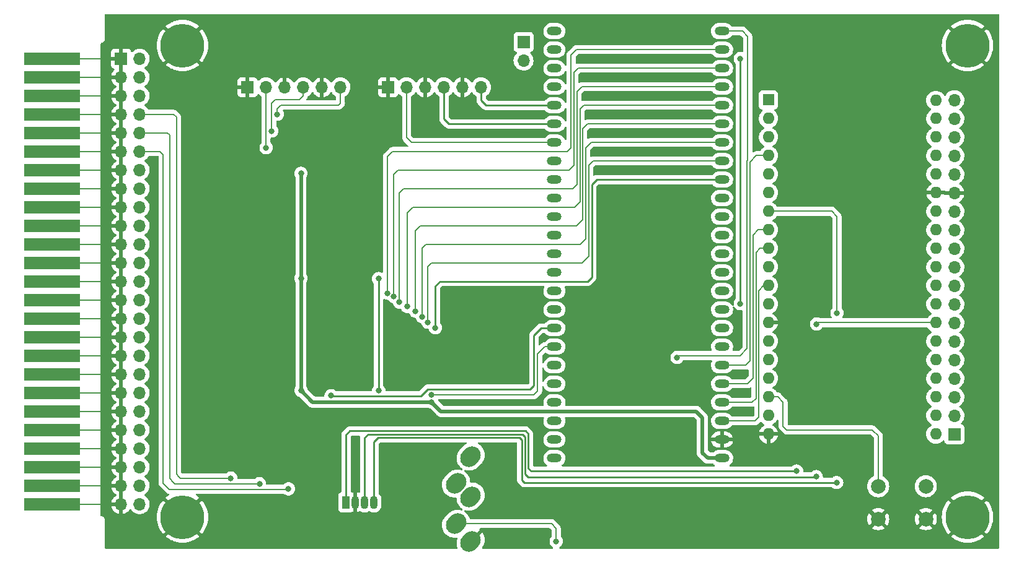
<source format=gbr>
%TF.GenerationSoftware,KiCad,Pcbnew,(6.0.11)*%
%TF.CreationDate,2023-06-18T20:13:54-07:00*%
%TF.ProjectId,TRS-IO-M3,5452532d-494f-42d4-9d33-2e6b69636164,rev?*%
%TF.SameCoordinates,Original*%
%TF.FileFunction,Copper,L2,Bot*%
%TF.FilePolarity,Positive*%
%FSLAX46Y46*%
G04 Gerber Fmt 4.6, Leading zero omitted, Abs format (unit mm)*
G04 Created by KiCad (PCBNEW (6.0.11)) date 2023-06-18 20:13:54*
%MOMM*%
%LPD*%
G01*
G04 APERTURE LIST*
G04 Aperture macros list*
%AMHorizOval*
0 Thick line with rounded ends*
0 $1 width*
0 $2 $3 position (X,Y) of the first rounded end (center of the circle)*
0 $4 $5 position (X,Y) of the second rounded end (center of the circle)*
0 Add line between two ends*
20,1,$1,$2,$3,$4,$5,0*
0 Add two circle primitives to create the rounded ends*
1,1,$1,$2,$3*
1,1,$1,$4,$5*%
G04 Aperture macros list end*
%TA.AperFunction,ComponentPad*%
%ADD10C,6.000000*%
%TD*%
%TA.AperFunction,ComponentPad*%
%ADD11C,0.800000*%
%TD*%
%TA.AperFunction,ComponentPad*%
%ADD12R,1.700000X1.700000*%
%TD*%
%TA.AperFunction,ComponentPad*%
%ADD13O,1.700000X1.700000*%
%TD*%
%TA.AperFunction,ComponentPad*%
%ADD14O,2.000000X1.200000*%
%TD*%
%TA.AperFunction,ComponentPad*%
%ADD15HorizOval,2.400000X-0.212132X-0.212132X0.212132X0.212132X0*%
%TD*%
%TA.AperFunction,ComponentPad*%
%ADD16R,1.600000X1.600000*%
%TD*%
%TA.AperFunction,ComponentPad*%
%ADD17O,1.600000X1.600000*%
%TD*%
%TA.AperFunction,ConnectorPad*%
%ADD18R,7.620000X1.778000*%
%TD*%
%TA.AperFunction,ComponentPad*%
%ADD19R,1.070000X1.800000*%
%TD*%
%TA.AperFunction,ComponentPad*%
%ADD20O,1.070000X1.800000*%
%TD*%
%TA.AperFunction,ComponentPad*%
%ADD21C,2.000000*%
%TD*%
%TA.AperFunction,ViaPad*%
%ADD22C,0.800000*%
%TD*%
%TA.AperFunction,Conductor*%
%ADD23C,0.250000*%
%TD*%
%TA.AperFunction,Conductor*%
%ADD24C,0.200000*%
%TD*%
%TA.AperFunction,Conductor*%
%ADD25C,0.500380*%
%TD*%
G04 APERTURE END LIST*
D10*
%TO.P,H1,1,1*%
%TO.N,GND*%
X124714000Y-60960000D03*
D11*
X126304990Y-62550990D03*
X123123010Y-59369010D03*
X126964000Y-60960000D03*
X124714000Y-58710000D03*
X122464000Y-60960000D03*
X124714000Y-63210000D03*
X126304990Y-59369010D03*
X123123010Y-62550990D03*
%TD*%
%TO.P,H2,1,1*%
%TO.N,GND*%
X233540990Y-62550990D03*
X234200000Y-60960000D03*
D10*
X231950000Y-60960000D03*
D11*
X229700000Y-60960000D03*
X230359010Y-62550990D03*
X230359010Y-59369010D03*
X233540990Y-59369010D03*
X231950000Y-63210000D03*
X231950000Y-58710000D03*
%TD*%
%TO.P,H3,1,1*%
%TO.N,GND*%
X126964000Y-125476000D03*
X124714000Y-127726000D03*
X126304990Y-123885010D03*
X123123010Y-127066990D03*
D10*
X124714000Y-125476000D03*
D11*
X122464000Y-125476000D03*
X124714000Y-123226000D03*
X126304990Y-127066990D03*
X123123010Y-123885010D03*
%TD*%
%TO.P,H4,1,1*%
%TO.N,GND*%
X233540990Y-123885010D03*
X229700000Y-125476000D03*
X233540990Y-127066990D03*
X231950000Y-127726000D03*
X230359010Y-123885010D03*
X234200000Y-125476000D03*
X231950000Y-123226000D03*
X230359010Y-127066990D03*
D10*
X231950000Y-125476000D03*
%TD*%
D12*
%TO.P,J5,1,Pin_1*%
%TO.N,GND*%
X133600000Y-66675000D03*
D13*
%TO.P,J5,2,Pin_2*%
%TO.N,VIDEO*%
X136140000Y-66675000D03*
%TO.P,J5,3,Pin_3*%
%TO.N,GND*%
X138680000Y-66675000D03*
%TO.P,J5,4,Pin_4*%
%TO.N,VSYNC*%
X141220000Y-66675000D03*
%TO.P,J5,5,Pin_5*%
%TO.N,GND*%
X143760000Y-66675000D03*
%TO.P,J5,6,Pin_6*%
%TO.N,HSYNC*%
X146300000Y-66675000D03*
%TD*%
D14*
%TO.P,U5,1,Pad_38*%
%TO.N,CS_SD_CARD*%
X175520000Y-58985000D03*
%TO.P,U5,2,Pad_37*%
%TO.N,MOSI*%
X175520000Y-61525000D03*
%TO.P,U5,3,Pad_36*%
%TO.N,SCK*%
X175520000Y-64065000D03*
%TO.P,U5,4,Pad_39*%
%TO.N,MISO*%
X175520000Y-66605000D03*
%TO.P,U5,5,Pad_25*%
%TO.N,HSYNC_O*%
X175520000Y-69145000D03*
%TO.P,U5,6,Pad_26*%
%TO.N,VSYNC_O*%
X175520000Y-71685000D03*
%TO.P,U5,7,Pad_27*%
%TO.N,VIDEO_O*%
X175520000Y-74225000D03*
%TO.P,U5,8,Pad_28*%
%TO.N,HSYNCX*%
X175520000Y-76765000D03*
%TO.P,U5,9,Pad_29*%
%TO.N,VSYNCX*%
X175520000Y-79305000D03*
%TO.P,U5,10,Pad_30*%
%TO.N,VIDEOX*%
X175520000Y-81845000D03*
%TO.P,U5,11,Pad_33*%
%TO.N,_IORQX*%
X175520000Y-84385000D03*
%TO.P,U5,12,Pad_34*%
%TO.N,_M1X*%
X175520000Y-86925000D03*
%TO.P,U5,13,Pad_40*%
%TO.N,_RESETX*%
X175520000Y-89465000D03*
%TO.P,U5,14,Pad_35*%
%TO.N,_OUTX*%
X175520000Y-92005000D03*
%TO.P,U5,15,Pad_41*%
%TO.N,_INX*%
X175520000Y-94545000D03*
%TO.P,U5,16,Pad_42*%
%TO.N,ABUS_SEL_N*%
X175520000Y-97085000D03*
%TO.P,U5,17,Pad_51*%
%TO.N,READ_N*%
X175520000Y-99625000D03*
%TO.P,U5,18,Pad_53*%
%TO.N,DBUS_SEL_N*%
X175520000Y-102165000D03*
%TO.P,U5,19,Pad_54*%
%TO.N,INT*%
X175520000Y-104705000D03*
%TO.P,U5,20,Pad_55*%
%TO.N,WAIT*%
X175520000Y-107245000D03*
%TO.P,U5,21,Pad_56*%
%TO.N,EXTIOSEL*%
X175520000Y-109785000D03*
%TO.P,U5,22,Pad_57*%
%TO.N,CASS_OUT_LEFT*%
X175520000Y-112325000D03*
%TO.P,U5,23,Pad_68*%
%TO.N,unconnected-(U5-Pad23)*%
X175520000Y-114865000D03*
%TO.P,U5,24,Pad_69*%
%TO.N,unconnected-(U5-Pad24)*%
X175520000Y-117405000D03*
%TO.P,U5,25,3V3*%
%TO.N,+3V3*%
X198420000Y-117405000D03*
%TO.P,U5,26,GND*%
%TO.N,GND*%
X198420000Y-114865000D03*
%TO.P,U5,27,Pad_32*%
%TO.N,ESP_S2*%
X198420000Y-112325000D03*
%TO.P,U5,28,Pad_31*%
%TO.N,ESP_S1*%
X198420000Y-109785000D03*
%TO.P,U5,29,Pad_49*%
%TO.N,ESP_S0*%
X198420000Y-107245000D03*
%TO.P,U5,30,Pad_48*%
%TO.N,CS_FPGA*%
X198420000Y-104705000D03*
%TO.P,U5,31,5V*%
%TO.N,VU*%
X198420000Y-102165000D03*
%TO.P,U5,32,Pad_70*%
%TO.N,unconnected-(U5-Pad32)*%
X198420000Y-99625000D03*
%TO.P,U5,33,Pad_71*%
%TO.N,unconnected-(U5-Pad33)*%
X198420000Y-97085000D03*
%TO.P,U5,34,Pad_72*%
%TO.N,unconnected-(U5-Pad34)*%
X198420000Y-94545000D03*
%TO.P,U5,35,Pad_73*%
%TO.N,unconnected-(U5-Pad35)*%
X198420000Y-92005000D03*
%TO.P,U5,36,Pad_74*%
%TO.N,unconnected-(U5-Pad36)*%
X198420000Y-89465000D03*
%TO.P,U5,37,Pad_75*%
%TO.N,unconnected-(U5-Pad37)*%
X198420000Y-86925000D03*
%TO.P,U5,38,Pad_76*%
%TO.N,REQ*%
X198420000Y-84385000D03*
%TO.P,U5,39,Pad_77*%
%TO.N,DONE*%
X198420000Y-81845000D03*
%TO.P,U5,40,Pad_79*%
%TO.N,A0D7*%
X198420000Y-79305000D03*
%TO.P,U5,41,Pad_80*%
%TO.N,A1D6*%
X198420000Y-76765000D03*
%TO.P,U5,42,Pad_81*%
%TO.N,A2D5*%
X198420000Y-74225000D03*
%TO.P,U5,43,Pad_82*%
%TO.N,A3D4*%
X198420000Y-71685000D03*
%TO.P,U5,44,Pad_83*%
%TO.N,A4D3*%
X198420000Y-69145000D03*
%TO.P,U5,45,Pad_84*%
%TO.N,A5D2*%
X198420000Y-66605000D03*
%TO.P,U5,46,Pad_85*%
%TO.N,A6D1*%
X198420000Y-64065000D03*
%TO.P,U5,47,Pad_86*%
%TO.N,A7D0*%
X198420000Y-61525000D03*
%TO.P,U5,48,Pad_63*%
%TO.N,CASS_OUT_RIGHT*%
X198420000Y-58985000D03*
%TD*%
D15*
%TO.P,J7,R*%
%TO.N,Net-(C12-Pad1)*%
X162084000Y-120878000D03*
%TO.P,J7,RN*%
%TO.N,N/C*%
X164084000Y-122678000D03*
%TO.P,J7,S*%
%TO.N,GND*%
X164084000Y-128778000D03*
%TO.P,J7,T*%
%TO.N,Net-(C11-Pad1)*%
X162084000Y-126378000D03*
%TO.P,J7,TN*%
%TO.N,N/C*%
X164084000Y-117178000D03*
%TD*%
D12*
%TO.P,J4,1,Pin_1*%
%TO.N,+5V*%
X171300000Y-60475000D03*
D13*
%TO.P,J4,2,Pin_2*%
%TO.N,VU*%
X171300000Y-63015000D03*
%TD*%
D16*
%TO.P,U6,1,GPIO6*%
%TO.N,unconnected-(U6-Pad1)*%
X204750000Y-68400000D03*
D17*
%TO.P,U6,2,GPIO7*%
%TO.N,unconnected-(U6-Pad2)*%
X204750000Y-70940000D03*
%TO.P,U6,3,GPIO8*%
%TO.N,unconnected-(U6-Pad3)*%
X204750000Y-73480000D03*
%TO.P,U6,4,GPIO15*%
%TO.N,CS_FPGA*%
X204750000Y-76020000D03*
%TO.P,U6,5,GPIO2*%
%TO.N,unconnected-(U6-Pad5)*%
X204750000Y-78560000D03*
%TO.P,U6,6,GPIO0*%
%TO.N,unconnected-(U6-Pad6)*%
X204750000Y-81100000D03*
%TO.P,U6,7,GPIO4*%
%TO.N,LED_GREEN*%
X204750000Y-83640000D03*
%TO.P,U6,8,GPIO16*%
%TO.N,ESP_S0*%
X204750000Y-86180000D03*
%TO.P,U6,9,GPIO17*%
%TO.N,ESP_S1*%
X204750000Y-88720000D03*
%TO.P,U6,10,GPIO5*%
%TO.N,MISO*%
X204750000Y-91260000D03*
%TO.P,U6,11,GPIO18*%
%TO.N,ESP_S2*%
X204750000Y-93800000D03*
%TO.P,U6,12,GPIO19*%
%TO.N,MOSI*%
X204750000Y-96340000D03*
%TO.P,U6,13,GND*%
%TO.N,GND*%
X204750000Y-98880000D03*
%TO.P,U6,14,GPIO21*%
%TO.N,LED_RED*%
X204750000Y-101420000D03*
%TO.P,U6,15,GPIO3*%
%TO.N,unconnected-(U6-Pad15)*%
X204750000Y-103960000D03*
%TO.P,U6,16,GPIO1*%
%TO.N,unconnected-(U6-Pad16)*%
X204750000Y-106500000D03*
%TO.P,U6,17,GPIO22*%
%TO.N,BUTTON*%
X204750000Y-109040000D03*
%TO.P,U6,18,GPIO23*%
%TO.N,unconnected-(U6-Pad18)*%
X204750000Y-111580000D03*
%TO.P,U6,19,GND*%
%TO.N,GND*%
X204750000Y-114120000D03*
%TO.P,U6,20,3V3*%
%TO.N,unconnected-(U6-Pad20)*%
X227610000Y-114120000D03*
%TO.P,U6,21,RESET*%
%TO.N,unconnected-(U6-Pad21)*%
X227610000Y-111580000D03*
%TO.P,U6,22,GPIO36*%
%TO.N,unconnected-(U6-Pad22)*%
X227610000Y-109040000D03*
%TO.P,U6,23,GPIO39*%
%TO.N,unconnected-(U6-Pad23)*%
X227610000Y-106500000D03*
%TO.P,U6,24,GPIO34*%
%TO.N,REQ*%
X227610000Y-103960000D03*
%TO.P,U6,25,GPIO35*%
%TO.N,unconnected-(U6-Pad25)*%
X227610000Y-101420000D03*
%TO.P,U6,26,GPIO32*%
%TO.N,LED_BLUE*%
X227610000Y-98880000D03*
%TO.P,U6,27,GPIO33*%
%TO.N,unconnected-(U6-Pad27)*%
X227610000Y-96340000D03*
%TO.P,U6,28,GPIO25*%
%TO.N,unconnected-(U6-Pad28)*%
X227610000Y-93800000D03*
%TO.P,U6,29,GPIO26*%
%TO.N,unconnected-(U6-Pad29)*%
X227610000Y-91260000D03*
%TO.P,U6,30,GPIO27*%
%TO.N,DONE*%
X227610000Y-88720000D03*
%TO.P,U6,31,GPIO14*%
%TO.N,SCK*%
X227610000Y-86180000D03*
%TO.P,U6,32,GPIO12*%
%TO.N,unconnected-(U6-Pad32)*%
X227610000Y-83640000D03*
%TO.P,U6,33,GND*%
%TO.N,GND*%
X227610000Y-81100000D03*
%TO.P,U6,34,GPIO13*%
%TO.N,CS_SD_CARD*%
X227610000Y-78560000D03*
%TO.P,U6,35,GPIO9*%
%TO.N,unconnected-(U6-Pad35)*%
X227610000Y-76020000D03*
%TO.P,U6,36,GPIO10*%
%TO.N,unconnected-(U6-Pad36)*%
X227610000Y-73480000D03*
%TO.P,U6,37,GPIO11*%
%TO.N,unconnected-(U6-Pad37)*%
X227610000Y-70940000D03*
%TO.P,U6,38,5V*%
%TO.N,+5V*%
X227610000Y-68463500D03*
%TD*%
D18*
%TO.P,J1,2,Pin_2*%
%TO.N,GND*%
X106934000Y-123698000D03*
%TO.P,J1,4,Pin_4*%
X106934000Y-121158000D03*
%TO.P,J1,6,Pin_6*%
X106934000Y-118618000D03*
%TO.P,J1,8,Pin_8*%
X106934000Y-116078000D03*
%TO.P,J1,10,Pin_10*%
X106934000Y-113538000D03*
%TO.P,J1,12,Pin_12*%
X106934000Y-110998000D03*
%TO.P,J1,14,Pin_14*%
X106934000Y-108458000D03*
%TO.P,J1,16,Pin_16*%
X106934000Y-105918000D03*
%TO.P,J1,18,Pin_18*%
X106934000Y-103378000D03*
%TO.P,J1,20,Pin_20*%
X106934000Y-100838000D03*
%TO.P,J1,22,Pin_22*%
X106934000Y-98298000D03*
%TO.P,J1,24,Pin_24*%
X106934000Y-95758000D03*
%TO.P,J1,26,Pin_26*%
X106934000Y-93218000D03*
%TO.P,J1,28,Pin_28*%
X106934000Y-90678000D03*
%TO.P,J1,30,Pin_30*%
X106934000Y-88138000D03*
%TO.P,J1,32,Pin_32*%
X106934000Y-85598000D03*
%TO.P,J1,34,Pin_34*%
X106934000Y-83058000D03*
%TO.P,J1,36,Pin_36*%
X106934000Y-80518000D03*
%TO.P,J1,38,Pin_38*%
X106934000Y-77978000D03*
%TO.P,J1,40,Pin_40*%
X106934000Y-75438000D03*
%TO.P,J1,42,Pin_42*%
X106934000Y-72898000D03*
%TO.P,J1,44,Pin_44*%
X106934000Y-70358000D03*
%TO.P,J1,46,Pin_46*%
X106934000Y-67818000D03*
%TO.P,J1,48,Pin_48*%
X106934000Y-65278000D03*
%TO.P,J1,50,Pin_50*%
X106934000Y-62738000D03*
%TD*%
D12*
%TO.P,J6,1,Pin_1*%
%TO.N,GND*%
X152800000Y-66675000D03*
D13*
%TO.P,J6,2,Pin_2*%
%TO.N,VIDEO_O*%
X155340000Y-66675000D03*
%TO.P,J6,3,Pin_3*%
%TO.N,GND*%
X157880000Y-66675000D03*
%TO.P,J6,4,Pin_4*%
%TO.N,VSYNC_O*%
X160420000Y-66675000D03*
%TO.P,J6,5,Pin_5*%
%TO.N,GND*%
X162960000Y-66675000D03*
%TO.P,J6,6,Pin_6*%
%TO.N,HSYNC_O*%
X165500000Y-66675000D03*
%TD*%
D19*
%TO.P,D1,1,RA*%
%TO.N,Net-(D1-Pad1)*%
X147045600Y-123444000D03*
D20*
%TO.P,D1,2,K*%
%TO.N,GND*%
X148315600Y-123444000D03*
%TO.P,D1,3,BA*%
%TO.N,Net-(D1-Pad3)*%
X149585600Y-123444000D03*
%TO.P,D1,4,GA*%
%TO.N,Net-(D1-Pad4)*%
X150855600Y-123444000D03*
%TD*%
D13*
%TO.P,J2,1,Pin_1*%
%TO.N,D0*%
X118867000Y-123703000D03*
%TO.P,J2,2,Pin_2*%
%TO.N,GND*%
X116327000Y-123703000D03*
%TO.P,J2,3,Pin_3*%
%TO.N,D1*%
X118867000Y-121163000D03*
%TO.P,J2,4,Pin_4*%
%TO.N,GND*%
X116327000Y-121163000D03*
%TO.P,J2,5,Pin_5*%
%TO.N,D2*%
X118867000Y-118623000D03*
%TO.P,J2,6,Pin_6*%
%TO.N,GND*%
X116327000Y-118623000D03*
%TO.P,J2,7,Pin_7*%
%TO.N,D3*%
X118867000Y-116083000D03*
%TO.P,J2,8,Pin_8*%
%TO.N,GND*%
X116327000Y-116083000D03*
%TO.P,J2,9,Pin_9*%
%TO.N,D4*%
X118867000Y-113543000D03*
%TO.P,J2,10,Pin_10*%
%TO.N,GND*%
X116327000Y-113543000D03*
%TO.P,J2,11,Pin_11*%
%TO.N,D5*%
X118867000Y-111003000D03*
%TO.P,J2,12,Pin_12*%
%TO.N,GND*%
X116327000Y-111003000D03*
%TO.P,J2,13,Pin_13*%
%TO.N,D6*%
X118867000Y-108463000D03*
%TO.P,J2,14,Pin_14*%
%TO.N,GND*%
X116327000Y-108463000D03*
%TO.P,J2,15,Pin_15*%
%TO.N,D7*%
X118867000Y-105923000D03*
%TO.P,J2,16,Pin_16*%
%TO.N,GND*%
X116327000Y-105923000D03*
%TO.P,J2,17,Pin_17*%
%TO.N,A0*%
X118867000Y-103383000D03*
%TO.P,J2,18,Pin_18*%
%TO.N,GND*%
X116327000Y-103383000D03*
%TO.P,J2,19,Pin_19*%
%TO.N,A1*%
X118867000Y-100843000D03*
%TO.P,J2,20,Pin_20*%
%TO.N,GND*%
X116327000Y-100843000D03*
%TO.P,J2,21,Pin_21*%
%TO.N,A2*%
X118867000Y-98303000D03*
%TO.P,J2,22,Pin_22*%
%TO.N,GND*%
X116327000Y-98303000D03*
%TO.P,J2,23,Pin_23*%
%TO.N,A3*%
X118867000Y-95763000D03*
%TO.P,J2,24,Pin_24*%
%TO.N,GND*%
X116327000Y-95763000D03*
%TO.P,J2,25,Pin_25*%
%TO.N,A4*%
X118867000Y-93223000D03*
%TO.P,J2,26,Pin_26*%
%TO.N,GND*%
X116327000Y-93223000D03*
%TO.P,J2,27,Pin_27*%
%TO.N,A5*%
X118867000Y-90683000D03*
%TO.P,J2,28,Pin_28*%
%TO.N,GND*%
X116327000Y-90683000D03*
%TO.P,J2,29,Pin_29*%
%TO.N,A6*%
X118867000Y-88143000D03*
%TO.P,J2,30,Pin_30*%
%TO.N,GND*%
X116327000Y-88143000D03*
%TO.P,J2,31,Pin_31*%
%TO.N,A7*%
X118867000Y-85603000D03*
%TO.P,J2,32,Pin_32*%
%TO.N,GND*%
X116327000Y-85603000D03*
%TO.P,J2,33,Pin_33*%
%TO.N,_IN*%
X118867000Y-83063000D03*
%TO.P,J2,34,Pin_34*%
%TO.N,GND*%
X116327000Y-83063000D03*
%TO.P,J2,35,Pin_35*%
%TO.N,_OUT*%
X118867000Y-80523000D03*
%TO.P,J2,36,Pin_36*%
%TO.N,GND*%
X116327000Y-80523000D03*
%TO.P,J2,37,Pin_37*%
%TO.N,_RESET*%
X118867000Y-77983000D03*
%TO.P,J2,38,Pin_38*%
%TO.N,GND*%
X116327000Y-77983000D03*
%TO.P,J2,39,Pin_39*%
%TO.N,_IOINT*%
X118867000Y-75443000D03*
%TO.P,J2,40,Pin_40*%
%TO.N,GND*%
X116327000Y-75443000D03*
%TO.P,J2,41,Pin_41*%
%TO.N,_IOWAIT*%
X118867000Y-72903000D03*
%TO.P,J2,42,Pin_42*%
%TO.N,GND*%
X116327000Y-72903000D03*
%TO.P,J2,43,Pin_43*%
%TO.N,_EXTIOSEL*%
X118867000Y-70363000D03*
%TO.P,J2,44,Pin_44*%
%TO.N,GND*%
X116327000Y-70363000D03*
%TO.P,J2,45,Pin_45*%
%TO.N,NC*%
X118867000Y-67823000D03*
%TO.P,J2,46,Pin_46*%
%TO.N,GND*%
X116327000Y-67823000D03*
%TO.P,J2,47,Pin_47*%
%TO.N,_M1*%
X118867000Y-65283000D03*
%TO.P,J2,48,Pin_48*%
%TO.N,GND*%
X116327000Y-65283000D03*
%TO.P,J2,49,Pin_49*%
%TO.N,_IORQ*%
X118867000Y-62743000D03*
D12*
%TO.P,J2,50,Pin_50*%
%TO.N,GND*%
X116327000Y-62743000D03*
%TD*%
D21*
%TO.P,SW1,1,1*%
%TO.N,GND*%
X226250000Y-125750000D03*
X219750000Y-125750000D03*
%TO.P,SW1,2,2*%
%TO.N,BUTTON*%
X226250000Y-121250000D03*
X219750000Y-121250000D03*
%TD*%
D12*
%TO.P,J3,1,Pin_1*%
%TO.N,unconnected-(J3-Pad1)*%
X230150000Y-114150000D03*
D13*
%TO.P,J3,2,Pin_2*%
%TO.N,unconnected-(J3-Pad2)*%
X230150000Y-111610000D03*
%TO.P,J3,3,Pin_3*%
%TO.N,unconnected-(J3-Pad3)*%
X230150000Y-109070000D03*
%TO.P,J3,4,Pin_4*%
%TO.N,unconnected-(J3-Pad4)*%
X230150000Y-106530000D03*
%TO.P,J3,5,Pin_5*%
%TO.N,REQ*%
X230150000Y-103990000D03*
%TO.P,J3,6,Pin_6*%
%TO.N,unconnected-(J3-Pad6)*%
X230150000Y-101450000D03*
%TO.P,J3,7,Pin_7*%
%TO.N,LED_BLUE*%
X230150000Y-98910000D03*
%TO.P,J3,8,Pin_8*%
%TO.N,unconnected-(J3-Pad8)*%
X230150000Y-96370000D03*
%TO.P,J3,9,Pin_9*%
%TO.N,unconnected-(J3-Pad9)*%
X230150000Y-93830000D03*
%TO.P,J3,10,Pin_10*%
%TO.N,unconnected-(J3-Pad10)*%
X230150000Y-91290000D03*
%TO.P,J3,11,Pin_11*%
%TO.N,DONE*%
X230150000Y-88750000D03*
%TO.P,J3,12,Pin_12*%
%TO.N,SCK*%
X230150000Y-86210000D03*
%TO.P,J3,13,Pin_13*%
%TO.N,unconnected-(J3-Pad13)*%
X230150000Y-83670000D03*
%TO.P,J3,14,Pin_14*%
%TO.N,GND*%
X230150000Y-81130000D03*
%TO.P,J3,15,Pin_15*%
%TO.N,CS_SD_CARD*%
X230150000Y-78590000D03*
%TO.P,J3,16,Pin_16*%
%TO.N,unconnected-(J3-Pad16)*%
X230150000Y-76050000D03*
%TO.P,J3,17,Pin_17*%
%TO.N,unconnected-(J3-Pad17)*%
X230150000Y-73510000D03*
%TO.P,J3,18,Pin_18*%
%TO.N,unconnected-(J3-Pad18)*%
X230150000Y-70970000D03*
%TO.P,J3,19,Pin_19*%
%TO.N,+5V*%
X230150000Y-68430000D03*
%TD*%
D22*
%TO.N,READ_N*%
X145025500Y-108864400D03*
%TO.N,GND*%
X149550000Y-101950000D03*
X184912000Y-125222000D03*
X143750000Y-117150000D03*
X153924000Y-110998000D03*
X161036000Y-128778000D03*
X153924000Y-106426000D03*
X194310000Y-125222000D03*
X141478000Y-125018800D03*
X143850000Y-101950000D03*
%TO.N,+3V3*%
X158750000Y-109728000D03*
X140900000Y-78450000D03*
X140900000Y-92800000D03*
X140900000Y-108150000D03*
%TO.N,_IOINT*%
X139192000Y-121615200D03*
%TO.N,_IOWAIT*%
X135229600Y-120904000D03*
%TO.N,_EXTIOSEL*%
X131318000Y-120142000D03*
%TO.N,A2D5*%
X157480000Y-98044000D03*
%TO.N,A0D7*%
X159258000Y-99568000D03*
%TO.N,A1D6*%
X158242000Y-98806000D03*
%TO.N,+1V8*%
X151500000Y-92850000D03*
X151525000Y-108175000D03*
%TO.N,VIDEO*%
X136144000Y-74930000D03*
%TO.N,VSYNC*%
X136906000Y-72644000D03*
%TO.N,HSYNC*%
X137668000Y-70358000D03*
%TO.N,MOSI*%
X200914000Y-62738000D03*
X200914000Y-96266000D03*
%TO.N,A3D4*%
X156550000Y-97300000D03*
%TO.N,A4D3*%
X155400000Y-96650000D03*
%TO.N,A5D2*%
X154350000Y-96050000D03*
%TO.N,A6D1*%
X153582448Y-95293852D03*
%TO.N,A7D0*%
X152700000Y-94824500D03*
%TO.N,DBUS_SEL_N*%
X158750000Y-108712000D03*
%TO.N,LED_GREEN*%
X214122000Y-97536000D03*
%TO.N,LED_BLUE*%
X211328000Y-99060000D03*
%TO.N,Net-(D1-Pad4)*%
X214071200Y-120751600D03*
%TO.N,Net-(D1-Pad3)*%
X211277200Y-119938800D03*
%TO.N,Net-(D1-Pad1)*%
X208584800Y-119176800D03*
%TO.N,Net-(C11-Pad1)*%
X175768000Y-128778000D03*
%TO.N,CASS_OUT_RIGHT*%
X192278000Y-103632000D03*
%TD*%
D23*
%TO.N,READ_N*%
X145061100Y-108900000D02*
X145025500Y-108864400D01*
X157292000Y-108900000D02*
X145061100Y-108900000D01*
D24*
%TO.N,GND*%
X116322000Y-88138000D02*
X116327000Y-88143000D01*
X106934000Y-77978000D02*
X116322000Y-77978000D01*
X106934000Y-93218000D02*
X116322000Y-93218000D01*
X106934000Y-80518000D02*
X116322000Y-80518000D01*
X116322000Y-98298000D02*
X116327000Y-98303000D01*
X106934000Y-95758000D02*
X116322000Y-95758000D01*
X106934000Y-113538000D02*
X116322000Y-113538000D01*
X116322000Y-123698000D02*
X116327000Y-123703000D01*
X116322000Y-108458000D02*
X116327000Y-108463000D01*
X106934000Y-65278000D02*
X116322000Y-65278000D01*
X106934000Y-72898000D02*
X116322000Y-72898000D01*
X116322000Y-105918000D02*
X116327000Y-105923000D01*
X106934000Y-98298000D02*
X116322000Y-98298000D01*
X106934000Y-62738000D02*
X116322000Y-62738000D01*
X106934000Y-83058000D02*
X116322000Y-83058000D01*
X106934000Y-75438000D02*
X116322000Y-75438000D01*
X106934000Y-67818000D02*
X116322000Y-67818000D01*
X116322000Y-85598000D02*
X116327000Y-85603000D01*
X116322000Y-118618000D02*
X116327000Y-118623000D01*
X116322000Y-67818000D02*
X116327000Y-67823000D01*
X116322000Y-72898000D02*
X116327000Y-72903000D01*
X106934000Y-108458000D02*
X116322000Y-108458000D01*
X116322000Y-80518000D02*
X116327000Y-80523000D01*
X106934000Y-103378000D02*
X116322000Y-103378000D01*
X116322000Y-83058000D02*
X116327000Y-83063000D01*
X106934000Y-88138000D02*
X116322000Y-88138000D01*
X106934000Y-118618000D02*
X116322000Y-118618000D01*
X116322000Y-121158000D02*
X116327000Y-121163000D01*
X116322000Y-110998000D02*
X116327000Y-111003000D01*
X106934000Y-105918000D02*
X116322000Y-105918000D01*
X116322000Y-65278000D02*
X116327000Y-65283000D01*
X116322000Y-113538000D02*
X116327000Y-113543000D01*
X106934000Y-123698000D02*
X116322000Y-123698000D01*
X116322000Y-116078000D02*
X116327000Y-116083000D01*
X116322000Y-75438000D02*
X116327000Y-75443000D01*
X116322000Y-103378000D02*
X116327000Y-103383000D01*
X106934000Y-100838000D02*
X116322000Y-100838000D01*
X116322000Y-100838000D02*
X116327000Y-100843000D01*
X106934000Y-85598000D02*
X116322000Y-85598000D01*
X116322000Y-90678000D02*
X116327000Y-90683000D01*
X106934000Y-116078000D02*
X116322000Y-116078000D01*
X116322000Y-93218000D02*
X116327000Y-93223000D01*
X116322000Y-70358000D02*
X116327000Y-70363000D01*
X106934000Y-90678000D02*
X116322000Y-90678000D01*
X116322000Y-62738000D02*
X116327000Y-62743000D01*
X116322000Y-95758000D02*
X116327000Y-95763000D01*
X116322000Y-77978000D02*
X116327000Y-77983000D01*
X106934000Y-70358000D02*
X116322000Y-70358000D01*
X106934000Y-110998000D02*
X116322000Y-110998000D01*
X106934000Y-121158000D02*
X116322000Y-121158000D01*
D25*
%TO.N,+3V3*%
X196449800Y-117405000D02*
X198420000Y-117405000D01*
X142478000Y-109728000D02*
X142494000Y-109728000D01*
X194868800Y-110998000D02*
X195732400Y-111861600D01*
X158750000Y-109728000D02*
X160020000Y-110998000D01*
X195732400Y-111861600D02*
X195732400Y-116687600D01*
X195732400Y-116687600D02*
X196449800Y-117405000D01*
X160020000Y-110998000D02*
X194868800Y-110998000D01*
X140900000Y-92800000D02*
X140900000Y-78450000D01*
X142494000Y-109728000D02*
X158750000Y-109728000D01*
X140900000Y-108150000D02*
X142478000Y-109728000D01*
X140900000Y-108150000D02*
X140900000Y-92800000D01*
D24*
%TO.N,VIDEO_O*%
X156013000Y-74225000D02*
X175520000Y-74225000D01*
X155340000Y-66675000D02*
X155340000Y-73552000D01*
X155340000Y-73552000D02*
X156013000Y-74225000D01*
%TO.N,_IOINT*%
X118867000Y-75443000D02*
X121643000Y-75443000D01*
X122100000Y-75900000D02*
X122100000Y-119900000D01*
X122936000Y-121666000D02*
X139141200Y-121666000D01*
X139141200Y-121666000D02*
X139192000Y-121615200D01*
X121643000Y-75443000D02*
X122100000Y-75900000D01*
X122100000Y-120830000D02*
X122936000Y-121666000D01*
X122100000Y-119900000D02*
X122100000Y-120830000D01*
%TO.N,_IOWAIT*%
X123444000Y-120650000D02*
X123698000Y-120904000D01*
X118867000Y-72903000D02*
X122653000Y-72903000D01*
X122950000Y-119700000D02*
X122950000Y-120156000D01*
X122653000Y-72903000D02*
X122950000Y-73200000D01*
X123698000Y-120904000D02*
X135229600Y-120904000D01*
X122950000Y-120156000D02*
X123444000Y-120650000D01*
X122950000Y-73200000D02*
X122950000Y-119700000D01*
%TO.N,_EXTIOSEL*%
X123900000Y-119582000D02*
X124206000Y-119888000D01*
X118867000Y-70363000D02*
X123513000Y-70363000D01*
X123513000Y-70363000D02*
X123900000Y-70750000D01*
X123900000Y-70750000D02*
X123900000Y-119300000D01*
X124460000Y-120142000D02*
X131318000Y-120142000D01*
X123900000Y-119300000D02*
X123900000Y-119582000D01*
X124206000Y-119888000D02*
X124460000Y-120142000D01*
%TO.N,A2D5*%
X157988000Y-88138000D02*
X179070000Y-88138000D01*
X157480000Y-88646000D02*
X157988000Y-88138000D01*
X179800000Y-74962000D02*
X180537000Y-74225000D01*
X180537000Y-74225000D02*
X198420000Y-74225000D01*
X179070000Y-88138000D02*
X179800000Y-87408000D01*
X179800000Y-87408000D02*
X179800000Y-74962000D01*
X157480000Y-98044000D02*
X157480000Y-88646000D01*
D23*
%TO.N,A0D7*%
X159893000Y-93218000D02*
X159258000Y-93853000D01*
X180086000Y-93218000D02*
X159893000Y-93218000D01*
X198420000Y-79305000D02*
X181299000Y-79305000D01*
X181299000Y-79305000D02*
X180625000Y-79979000D01*
X159258000Y-93853000D02*
X159258000Y-99568000D01*
X180625000Y-92679000D02*
X180086000Y-93218000D01*
X180625000Y-79979000D02*
X180625000Y-92679000D01*
D24*
%TO.N,A1D6*%
X158750000Y-90678000D02*
X179324000Y-90678000D01*
X158242000Y-98806000D02*
X158242000Y-91186000D01*
X158242000Y-91186000D02*
X158750000Y-90678000D01*
X179324000Y-90678000D02*
X180200000Y-89802000D01*
X180200000Y-89802000D02*
X180200000Y-77356000D01*
X180200000Y-77356000D02*
X180791000Y-76765000D01*
X180791000Y-76765000D02*
X198420000Y-76765000D01*
D23*
%TO.N,+1V8*%
X151500000Y-108150000D02*
X151500000Y-92850000D01*
D24*
%TO.N,VIDEO*%
X136140000Y-66675000D02*
X136140000Y-74926000D01*
X136140000Y-74926000D02*
X136144000Y-74930000D01*
%TO.N,VSYNC*%
X141220000Y-66675000D02*
X141220000Y-67822000D01*
X137414000Y-68326000D02*
X136906000Y-68834000D01*
X141220000Y-67822000D02*
X140716000Y-68326000D01*
X136906000Y-68834000D02*
X136906000Y-72644000D01*
X140716000Y-68326000D02*
X137414000Y-68326000D01*
%TO.N,HSYNC*%
X138176000Y-69088000D02*
X137668000Y-69596000D01*
X146050000Y-69088000D02*
X138176000Y-69088000D01*
X146300000Y-68838000D02*
X146050000Y-69088000D01*
X146300000Y-66675000D02*
X146300000Y-68838000D01*
X137668000Y-69596000D02*
X137668000Y-70358000D01*
D23*
%TO.N,VSYNC_O*%
X160420000Y-66675000D02*
X160420000Y-71012000D01*
X161093000Y-71685000D02*
X175520000Y-71685000D01*
X160420000Y-71012000D02*
X161093000Y-71685000D01*
D24*
%TO.N,ESP_S0*%
X203380000Y-86180000D02*
X204750000Y-86180000D01*
X198420000Y-107245000D02*
X201873000Y-107245000D01*
X202654000Y-106464000D02*
X202654000Y-86906000D01*
X202654000Y-86906000D02*
X203380000Y-86180000D01*
X201873000Y-107245000D02*
X202654000Y-106464000D01*
%TO.N,ESP_S1*%
X198420000Y-109785000D02*
X202489000Y-109785000D01*
X203634000Y-88720000D02*
X204750000Y-88720000D01*
X202489000Y-109785000D02*
X203054000Y-109220000D01*
X203054000Y-89300000D02*
X203634000Y-88720000D01*
X203054000Y-109220000D02*
X203054000Y-89300000D01*
D23*
%TO.N,MOSI*%
X200914000Y-96266000D02*
X200914000Y-62738000D01*
%TO.N,HSYNC_O*%
X165500000Y-68472000D02*
X166173000Y-69145000D01*
X165500000Y-66675000D02*
X165500000Y-68472000D01*
X166173000Y-69145000D02*
X175520000Y-69145000D01*
D24*
%TO.N,A3D4*%
X156550000Y-86274000D02*
X157226000Y-85598000D01*
X157226000Y-85598000D02*
X178562000Y-85598000D01*
X179400000Y-72314000D02*
X180029000Y-71685000D01*
X178562000Y-85598000D02*
X179400000Y-84760000D01*
X179400000Y-84760000D02*
X179400000Y-72314000D01*
X156550000Y-97300000D02*
X156550000Y-86274000D01*
X180029000Y-71685000D02*
X198420000Y-71685000D01*
%TO.N,A4D3*%
X155400000Y-83868000D02*
X156210000Y-83058000D01*
X179000000Y-69666000D02*
X179521000Y-69145000D01*
X178308000Y-83058000D02*
X179000000Y-82366000D01*
X155400000Y-96650000D02*
X155400000Y-83868000D01*
X179521000Y-69145000D02*
X198420000Y-69145000D01*
X179000000Y-82366000D02*
X179000000Y-69666000D01*
X156210000Y-83058000D02*
X178308000Y-83058000D01*
%TO.N,A5D2*%
X154350000Y-96050000D02*
X154350000Y-81108000D01*
X178600000Y-67272000D02*
X179267000Y-66605000D01*
X154940000Y-80518000D02*
X178054000Y-80518000D01*
X178054000Y-80518000D02*
X178600000Y-79972000D01*
X179267000Y-66605000D02*
X198420000Y-66605000D01*
X178600000Y-79972000D02*
X178600000Y-67272000D01*
X154350000Y-81108000D02*
X154940000Y-80518000D01*
D23*
%TO.N,READ_N*%
X158242000Y-107950000D02*
X172212000Y-107950000D01*
X172720000Y-100584000D02*
X173679000Y-99625000D01*
X157292000Y-108900000D02*
X158242000Y-107950000D01*
X172212000Y-107950000D02*
X172720000Y-107442000D01*
X173679000Y-99625000D02*
X175520000Y-99625000D01*
X172720000Y-107442000D02*
X172720000Y-100584000D01*
D24*
%TO.N,A6D1*%
X178759000Y-64065000D02*
X198420000Y-64065000D01*
X178200000Y-77324000D02*
X178200000Y-64624000D01*
X177546000Y-77978000D02*
X178200000Y-77324000D01*
X153582448Y-95293852D02*
X153582448Y-78573552D01*
X154178000Y-77978000D02*
X177546000Y-77978000D01*
X153582448Y-78573552D02*
X154178000Y-77978000D01*
X178200000Y-64624000D02*
X178759000Y-64065000D01*
%TO.N,A7D0*%
X152700000Y-76154000D02*
X153416000Y-75438000D01*
X152700000Y-94824500D02*
X152700000Y-76154000D01*
X177800000Y-74930000D02*
X177800000Y-62230000D01*
X177292000Y-75438000D02*
X177800000Y-74930000D01*
X177800000Y-62230000D02*
X178505000Y-61525000D01*
X153416000Y-75438000D02*
X177292000Y-75438000D01*
X178505000Y-61525000D02*
X198420000Y-61525000D01*
%TO.N,DBUS_SEL_N*%
X158750000Y-108712000D02*
X172720000Y-108712000D01*
X172720000Y-108712000D02*
X173228000Y-108204000D01*
X173228000Y-108204000D02*
X173228000Y-103124000D01*
X173228000Y-103124000D02*
X174187000Y-102165000D01*
X174187000Y-102165000D02*
X175520000Y-102165000D01*
%TO.N,BUTTON*%
X219750000Y-121250000D02*
X219750000Y-114340000D01*
X206020000Y-109040000D02*
X204750000Y-109040000D01*
X207264000Y-113538000D02*
X206756000Y-113030000D01*
X219750000Y-114340000D02*
X218948000Y-113538000D01*
X206756000Y-113030000D02*
X206756000Y-109776000D01*
X218948000Y-113538000D02*
X207264000Y-113538000D01*
X206756000Y-109776000D02*
X206020000Y-109040000D01*
%TO.N,LED_GREEN*%
X214122000Y-84328000D02*
X214122000Y-97536000D01*
X204750000Y-83640000D02*
X213434000Y-83640000D01*
X213434000Y-83640000D02*
X214122000Y-84328000D01*
%TO.N,LED_BLUE*%
X211328000Y-99060000D02*
X211508000Y-98880000D01*
X211508000Y-98880000D02*
X227610000Y-98880000D01*
D23*
%TO.N,Net-(D1-Pad4)*%
X171399200Y-120751600D02*
X171058000Y-120410400D01*
X214071200Y-120751600D02*
X171399200Y-120751600D01*
X170731600Y-114597600D02*
X151442000Y-114597600D01*
X171058000Y-114924000D02*
X170731600Y-114597600D01*
X150855600Y-115184000D02*
X150855600Y-123444000D01*
X171058000Y-120410400D02*
X171058000Y-114924000D01*
X151442000Y-114597600D02*
X150855600Y-115184000D01*
%TO.N,Net-(D1-Pad3)*%
X211277200Y-119938800D02*
X211226400Y-119989600D01*
X171508000Y-119590400D02*
X171508000Y-114503200D01*
X150063200Y-114147600D02*
X149585600Y-114625200D01*
X171907200Y-119989600D02*
X171508000Y-119590400D01*
X171152400Y-114147600D02*
X150063200Y-114147600D01*
X171508000Y-114503200D02*
X171152400Y-114147600D01*
X149585600Y-114625200D02*
X149585600Y-123444000D01*
X211226400Y-119989600D02*
X171907200Y-119989600D01*
%TO.N,Net-(D1-Pad1)*%
X172313600Y-119176800D02*
X171958000Y-118821200D01*
X171958000Y-118821200D02*
X171958000Y-114071400D01*
X208584800Y-119176800D02*
X172313600Y-119176800D01*
X147566800Y-113697600D02*
X147045600Y-114218800D01*
X171958000Y-114071400D02*
X171584200Y-113697600D01*
X171584200Y-113697600D02*
X147566800Y-113697600D01*
X147045600Y-114218800D02*
X147045600Y-123444000D01*
D24*
%TO.N,CS_FPGA*%
X202254000Y-104070000D02*
X202254000Y-76892000D01*
X203126000Y-76020000D02*
X204750000Y-76020000D01*
X201619000Y-104705000D02*
X202254000Y-104070000D01*
X198420000Y-104705000D02*
X201619000Y-104705000D01*
X202254000Y-76892000D02*
X203126000Y-76020000D01*
%TO.N,ESP_S2*%
X204142000Y-93800000D02*
X204750000Y-93800000D01*
X203454000Y-111760000D02*
X203454000Y-94488000D01*
X198420000Y-112325000D02*
X202889000Y-112325000D01*
X202889000Y-112325000D02*
X203454000Y-111760000D01*
X203454000Y-94488000D02*
X204142000Y-93800000D01*
%TO.N,Net-(C11-Pad1)*%
X175146000Y-126378000D02*
X175768000Y-127000000D01*
X162084000Y-126378000D02*
X175146000Y-126378000D01*
X175768000Y-127000000D02*
X175768000Y-128778000D01*
%TO.N,CASS_OUT_RIGHT*%
X201225000Y-58985000D02*
X201930000Y-59690000D01*
X200914000Y-103378000D02*
X192532000Y-103378000D01*
X201854000Y-102438000D02*
X200914000Y-103378000D01*
X201930000Y-59690000D02*
X201930000Y-76650314D01*
X201854000Y-76726315D02*
X201854000Y-102438000D01*
X192532000Y-103378000D02*
X192278000Y-103632000D01*
X201930000Y-76650314D02*
X201854000Y-76726315D01*
X198420000Y-58985000D02*
X201225000Y-58985000D01*
%TD*%
%TA.AperFunction,Conductor*%
%TO.N,GND*%
G36*
X236209621Y-56662502D02*
G01*
X236256114Y-56716158D01*
X236267500Y-56768500D01*
X236267500Y-129667500D01*
X236247498Y-129735621D01*
X236193842Y-129782114D01*
X236141500Y-129793500D01*
X176303705Y-129793500D01*
X176235584Y-129773498D01*
X176189091Y-129719842D01*
X176178987Y-129649568D01*
X176208481Y-129584988D01*
X176229644Y-129565564D01*
X176287805Y-129523307D01*
X176379253Y-129456866D01*
X176507040Y-129314944D01*
X176602527Y-129149556D01*
X176661542Y-128967928D01*
X176667505Y-128911198D01*
X176680814Y-128784565D01*
X176681504Y-128778000D01*
X176661542Y-128588072D01*
X176602527Y-128406444D01*
X176507040Y-128241056D01*
X176502621Y-128236148D01*
X176408864Y-128132020D01*
X176408464Y-128131186D01*
X229659960Y-128131186D01*
X229667418Y-128141554D01*
X229882662Y-128315854D01*
X229887984Y-128319721D01*
X230190823Y-128516387D01*
X230196532Y-128519683D01*
X230518275Y-128683620D01*
X230524286Y-128686296D01*
X230861395Y-128815700D01*
X230867672Y-128817740D01*
X231216463Y-128911198D01*
X231222901Y-128912567D01*
X231579560Y-128969055D01*
X231586104Y-128969743D01*
X231946699Y-128988641D01*
X231953301Y-128988641D01*
X232313896Y-128969743D01*
X232320440Y-128969055D01*
X232677099Y-128912567D01*
X232683537Y-128911198D01*
X233032328Y-128817740D01*
X233038605Y-128815700D01*
X233375714Y-128686296D01*
X233381725Y-128683620D01*
X233703468Y-128519683D01*
X233709177Y-128516387D01*
X234012016Y-128319721D01*
X234017338Y-128315854D01*
X234231634Y-128142322D01*
X234240100Y-128130067D01*
X234233766Y-128118976D01*
X231962812Y-125848022D01*
X231948868Y-125840408D01*
X231947035Y-125840539D01*
X231940420Y-125844790D01*
X229667100Y-128118110D01*
X229659960Y-128131186D01*
X176408464Y-128131186D01*
X176378146Y-128068013D01*
X176376500Y-128047710D01*
X176376500Y-127048136D01*
X176377578Y-127031690D01*
X176380672Y-127008188D01*
X176381750Y-127000000D01*
X176379469Y-126982670D01*
X218882160Y-126982670D01*
X218887887Y-126990320D01*
X219059042Y-127095205D01*
X219067837Y-127099687D01*
X219277988Y-127186734D01*
X219287373Y-127189783D01*
X219508554Y-127242885D01*
X219518301Y-127244428D01*
X219745070Y-127262275D01*
X219754930Y-127262275D01*
X219981699Y-127244428D01*
X219991446Y-127242885D01*
X220212627Y-127189783D01*
X220222012Y-127186734D01*
X220432163Y-127099687D01*
X220440958Y-127095205D01*
X220608445Y-126992568D01*
X220617400Y-126982670D01*
X225382160Y-126982670D01*
X225387887Y-126990320D01*
X225559042Y-127095205D01*
X225567837Y-127099687D01*
X225777988Y-127186734D01*
X225787373Y-127189783D01*
X226008554Y-127242885D01*
X226018301Y-127244428D01*
X226245070Y-127262275D01*
X226254930Y-127262275D01*
X226481699Y-127244428D01*
X226491446Y-127242885D01*
X226712627Y-127189783D01*
X226722012Y-127186734D01*
X226932163Y-127099687D01*
X226940958Y-127095205D01*
X227108445Y-126992568D01*
X227117907Y-126982110D01*
X227114124Y-126973334D01*
X226262812Y-126122022D01*
X226248868Y-126114408D01*
X226247035Y-126114539D01*
X226240420Y-126118790D01*
X225388920Y-126970290D01*
X225382160Y-126982670D01*
X220617400Y-126982670D01*
X220617907Y-126982110D01*
X220614124Y-126973334D01*
X219762812Y-126122022D01*
X219748868Y-126114408D01*
X219747035Y-126114539D01*
X219740420Y-126118790D01*
X218888920Y-126970290D01*
X218882160Y-126982670D01*
X176379469Y-126982670D01*
X176376500Y-126960120D01*
X176376500Y-126960115D01*
X176369603Y-126907725D01*
X176362891Y-126856741D01*
X176362890Y-126856739D01*
X176360838Y-126841150D01*
X176360838Y-126841149D01*
X176299524Y-126693124D01*
X176226478Y-126597929D01*
X176226474Y-126597925D01*
X176226471Y-126597921D01*
X176207016Y-126572566D01*
X176207013Y-126572563D01*
X176201987Y-126566013D01*
X176181196Y-126550059D01*
X176176621Y-126546548D01*
X176164230Y-126535681D01*
X175610315Y-125981766D01*
X175599448Y-125969375D01*
X175585013Y-125950563D01*
X175579987Y-125944013D01*
X175548075Y-125919526D01*
X175548072Y-125919523D01*
X175477829Y-125865623D01*
X175459429Y-125851504D01*
X175459427Y-125851503D01*
X175452876Y-125846476D01*
X175304851Y-125785162D01*
X175296664Y-125784084D01*
X175296663Y-125784084D01*
X175285458Y-125782609D01*
X175254262Y-125778502D01*
X175185885Y-125769500D01*
X175185882Y-125769500D01*
X175185874Y-125769499D01*
X175154189Y-125765328D01*
X175146000Y-125764250D01*
X175114307Y-125768422D01*
X175097864Y-125769500D01*
X164058875Y-125769500D01*
X164009254Y-125754930D01*
X218237725Y-125754930D01*
X218255572Y-125981699D01*
X218257115Y-125991446D01*
X218310217Y-126212627D01*
X218313266Y-126222012D01*
X218400313Y-126432163D01*
X218404795Y-126440958D01*
X218507432Y-126608445D01*
X218517890Y-126617907D01*
X218526666Y-126614124D01*
X219377978Y-125762812D01*
X219384356Y-125751132D01*
X220114408Y-125751132D01*
X220114539Y-125752965D01*
X220118790Y-125759580D01*
X220970290Y-126611080D01*
X220982670Y-126617840D01*
X220990320Y-126612113D01*
X221095205Y-126440958D01*
X221099687Y-126432163D01*
X221186734Y-126222012D01*
X221189783Y-126212627D01*
X221242885Y-125991446D01*
X221244428Y-125981699D01*
X221262275Y-125754930D01*
X224737725Y-125754930D01*
X224755572Y-125981699D01*
X224757115Y-125991446D01*
X224810217Y-126212627D01*
X224813266Y-126222012D01*
X224900313Y-126432163D01*
X224904795Y-126440958D01*
X225007432Y-126608445D01*
X225017890Y-126617907D01*
X225026666Y-126614124D01*
X225877978Y-125762812D01*
X225884356Y-125751132D01*
X226614408Y-125751132D01*
X226614539Y-125752965D01*
X226618790Y-125759580D01*
X227470290Y-126611080D01*
X227482670Y-126617840D01*
X227490320Y-126612113D01*
X227595205Y-126440958D01*
X227599687Y-126432163D01*
X227686734Y-126222012D01*
X227689783Y-126212627D01*
X227742885Y-125991446D01*
X227744428Y-125981699D01*
X227762275Y-125754930D01*
X227762275Y-125745070D01*
X227744428Y-125518301D01*
X227742885Y-125508554D01*
X227735862Y-125479301D01*
X228437359Y-125479301D01*
X228456257Y-125839896D01*
X228456945Y-125846440D01*
X228513433Y-126203099D01*
X228514802Y-126209537D01*
X228608260Y-126558328D01*
X228610300Y-126564605D01*
X228739704Y-126901714D01*
X228742380Y-126907725D01*
X228906317Y-127229468D01*
X228909613Y-127235177D01*
X229106279Y-127538016D01*
X229110146Y-127543338D01*
X229283678Y-127757634D01*
X229295933Y-127766100D01*
X229307024Y-127759766D01*
X231577978Y-125488812D01*
X231584356Y-125477132D01*
X232314408Y-125477132D01*
X232314539Y-125478965D01*
X232318790Y-125485580D01*
X234592110Y-127758900D01*
X234605186Y-127766040D01*
X234615554Y-127758582D01*
X234789854Y-127543338D01*
X234793721Y-127538016D01*
X234990387Y-127235177D01*
X234993683Y-127229468D01*
X235157620Y-126907725D01*
X235160296Y-126901714D01*
X235289700Y-126564605D01*
X235291740Y-126558328D01*
X235385198Y-126209537D01*
X235386567Y-126203099D01*
X235443055Y-125846440D01*
X235443743Y-125839896D01*
X235462641Y-125479301D01*
X235462641Y-125472699D01*
X235443743Y-125112104D01*
X235443055Y-125105560D01*
X235386567Y-124748901D01*
X235385198Y-124742463D01*
X235291740Y-124393672D01*
X235289700Y-124387395D01*
X235160296Y-124050286D01*
X235157620Y-124044275D01*
X234993683Y-123722532D01*
X234990387Y-123716823D01*
X234793721Y-123413984D01*
X234789854Y-123408662D01*
X234616322Y-123194366D01*
X234604067Y-123185900D01*
X234592976Y-123192234D01*
X232322022Y-125463188D01*
X232314408Y-125477132D01*
X231584356Y-125477132D01*
X231585592Y-125474868D01*
X231585461Y-125473035D01*
X231581210Y-125466420D01*
X229307890Y-123193100D01*
X229294814Y-123185960D01*
X229284446Y-123193418D01*
X229110146Y-123408662D01*
X229106279Y-123413984D01*
X228909613Y-123716823D01*
X228906317Y-123722532D01*
X228742380Y-124044275D01*
X228739704Y-124050286D01*
X228610300Y-124387395D01*
X228608260Y-124393672D01*
X228514802Y-124742463D01*
X228513433Y-124748901D01*
X228456945Y-125105560D01*
X228456257Y-125112104D01*
X228437359Y-125472699D01*
X228437359Y-125479301D01*
X227735862Y-125479301D01*
X227689783Y-125287373D01*
X227686734Y-125277988D01*
X227599687Y-125067837D01*
X227595205Y-125059042D01*
X227492568Y-124891555D01*
X227482110Y-124882093D01*
X227473334Y-124885876D01*
X226622022Y-125737188D01*
X226614408Y-125751132D01*
X225884356Y-125751132D01*
X225885592Y-125748868D01*
X225885461Y-125747035D01*
X225881210Y-125740420D01*
X225029710Y-124888920D01*
X225017330Y-124882160D01*
X225009680Y-124887887D01*
X224904795Y-125059042D01*
X224900313Y-125067837D01*
X224813266Y-125277988D01*
X224810217Y-125287373D01*
X224757115Y-125508554D01*
X224755572Y-125518301D01*
X224737725Y-125745070D01*
X224737725Y-125754930D01*
X221262275Y-125754930D01*
X221262275Y-125745070D01*
X221244428Y-125518301D01*
X221242885Y-125508554D01*
X221189783Y-125287373D01*
X221186734Y-125277988D01*
X221099687Y-125067837D01*
X221095205Y-125059042D01*
X220992568Y-124891555D01*
X220982110Y-124882093D01*
X220973334Y-124885876D01*
X220122022Y-125737188D01*
X220114408Y-125751132D01*
X219384356Y-125751132D01*
X219385592Y-125748868D01*
X219385461Y-125747035D01*
X219381210Y-125740420D01*
X218529710Y-124888920D01*
X218517330Y-124882160D01*
X218509680Y-124887887D01*
X218404795Y-125059042D01*
X218400313Y-125067837D01*
X218313266Y-125277988D01*
X218310217Y-125287373D01*
X218257115Y-125508554D01*
X218255572Y-125518301D01*
X218237725Y-125745070D01*
X218237725Y-125754930D01*
X164009254Y-125754930D01*
X163990754Y-125749498D01*
X163944261Y-125695842D01*
X163940663Y-125687110D01*
X163929135Y-125655862D01*
X163854134Y-125452559D01*
X163843629Y-125433569D01*
X163730634Y-125229299D01*
X163730632Y-125229296D01*
X163728312Y-125225102D01*
X163569532Y-125019294D01*
X163561918Y-125012030D01*
X163479837Y-124933729D01*
X163381448Y-124839871D01*
X163238806Y-124740178D01*
X163194429Y-124684760D01*
X163187058Y-124614147D01*
X163219033Y-124550759D01*
X163280203Y-124514720D01*
X163348979Y-124516767D01*
X163476009Y-124556941D01*
X163476016Y-124556943D01*
X163480583Y-124558387D01*
X163563196Y-124571250D01*
X163682411Y-124589812D01*
X163737426Y-124598378D01*
X163997363Y-124599058D01*
X164158932Y-124574767D01*
X164249686Y-124561123D01*
X164249690Y-124561122D01*
X164254413Y-124560412D01*
X164258972Y-124558996D01*
X164258978Y-124558995D01*
X164391358Y-124517890D01*
X218882093Y-124517890D01*
X218885876Y-124526666D01*
X219737188Y-125377978D01*
X219751132Y-125385592D01*
X219752965Y-125385461D01*
X219759580Y-125381210D01*
X220611080Y-124529710D01*
X220617534Y-124517890D01*
X225382093Y-124517890D01*
X225385876Y-124526666D01*
X226237188Y-125377978D01*
X226251132Y-125385592D01*
X226252965Y-125385461D01*
X226259580Y-125381210D01*
X227111080Y-124529710D01*
X227117840Y-124517330D01*
X227112113Y-124509680D01*
X226940958Y-124404795D01*
X226932163Y-124400313D01*
X226722012Y-124313266D01*
X226712627Y-124310217D01*
X226491446Y-124257115D01*
X226481699Y-124255572D01*
X226254930Y-124237725D01*
X226245070Y-124237725D01*
X226018301Y-124255572D01*
X226008554Y-124257115D01*
X225787373Y-124310217D01*
X225777988Y-124313266D01*
X225567837Y-124400313D01*
X225559042Y-124404795D01*
X225391555Y-124507432D01*
X225382093Y-124517890D01*
X220617534Y-124517890D01*
X220617840Y-124517330D01*
X220612113Y-124509680D01*
X220440958Y-124404795D01*
X220432163Y-124400313D01*
X220222012Y-124313266D01*
X220212627Y-124310217D01*
X219991446Y-124257115D01*
X219981699Y-124255572D01*
X219754930Y-124237725D01*
X219745070Y-124237725D01*
X219518301Y-124255572D01*
X219508554Y-124257115D01*
X219287373Y-124310217D01*
X219277988Y-124313266D01*
X219067837Y-124400313D01*
X219059042Y-124404795D01*
X218891555Y-124507432D01*
X218882093Y-124517890D01*
X164391358Y-124517890D01*
X164498087Y-124484750D01*
X164498088Y-124484750D01*
X164502660Y-124483330D01*
X164633356Y-124419726D01*
X164732090Y-124371677D01*
X164732094Y-124371675D01*
X164736390Y-124369584D01*
X164950226Y-124221793D01*
X164953472Y-124218871D01*
X165010885Y-124167176D01*
X165010887Y-124167174D01*
X165012121Y-124166063D01*
X165550963Y-123627221D01*
X165575236Y-123598951D01*
X165673999Y-123483926D01*
X165674000Y-123483924D01*
X165677113Y-123480299D01*
X165680205Y-123475342D01*
X165812133Y-123263802D01*
X165814667Y-123259739D01*
X165917275Y-123020909D01*
X165955059Y-122875336D01*
X165968920Y-122821933D01*
X229659900Y-122821933D01*
X229666234Y-122833024D01*
X231937188Y-125103978D01*
X231951132Y-125111592D01*
X231952965Y-125111461D01*
X231959580Y-125107210D01*
X234232900Y-122833890D01*
X234240040Y-122820814D01*
X234232582Y-122810446D01*
X234017338Y-122636146D01*
X234012016Y-122632279D01*
X233709177Y-122435613D01*
X233703468Y-122432317D01*
X233381725Y-122268380D01*
X233375714Y-122265704D01*
X233038605Y-122136300D01*
X233032328Y-122134260D01*
X232683537Y-122040802D01*
X232677099Y-122039433D01*
X232320440Y-121982945D01*
X232313896Y-121982257D01*
X231953301Y-121963359D01*
X231946699Y-121963359D01*
X231586104Y-121982257D01*
X231579560Y-121982945D01*
X231222901Y-122039433D01*
X231216463Y-122040802D01*
X230867672Y-122134260D01*
X230861395Y-122136300D01*
X230524286Y-122265704D01*
X230518275Y-122268380D01*
X230196532Y-122432317D01*
X230190823Y-122435613D01*
X229887984Y-122632279D01*
X229882662Y-122636146D01*
X229668366Y-122809678D01*
X229659900Y-122821933D01*
X165968920Y-122821933D01*
X165981376Y-122773943D01*
X165981377Y-122773939D01*
X165982579Y-122769307D01*
X166009073Y-122510723D01*
X166008748Y-122504184D01*
X165998448Y-122297295D01*
X165996148Y-122251105D01*
X165985812Y-122200529D01*
X165945062Y-122001127D01*
X165945061Y-122001123D01*
X165944102Y-121996431D01*
X165935086Y-121971990D01*
X165897193Y-121869277D01*
X165854134Y-121752559D01*
X165837322Y-121722167D01*
X165730634Y-121529299D01*
X165730632Y-121529296D01*
X165728312Y-121525102D01*
X165569532Y-121319294D01*
X165543352Y-121294319D01*
X165405693Y-121163000D01*
X165381448Y-121139871D01*
X165377528Y-121137131D01*
X165377524Y-121137128D01*
X165172317Y-120993708D01*
X165172314Y-120993706D01*
X165168389Y-120990963D01*
X164935257Y-120875994D01*
X164930700Y-120874553D01*
X164930698Y-120874552D01*
X164691987Y-120799058D01*
X164691983Y-120799057D01*
X164687417Y-120797613D01*
X164469655Y-120763707D01*
X164435295Y-120758357D01*
X164435294Y-120758357D01*
X164430574Y-120757622D01*
X164425805Y-120757610D01*
X164425799Y-120757609D01*
X164296819Y-120757272D01*
X164170637Y-120756941D01*
X164165906Y-120757652D01*
X164165896Y-120757653D01*
X164150215Y-120760011D01*
X164079877Y-120750361D01*
X164025923Y-120704214D01*
X164005636Y-120641677D01*
X163996386Y-120455887D01*
X163996148Y-120451105D01*
X163990271Y-120422345D01*
X163945062Y-120201127D01*
X163945061Y-120201123D01*
X163944102Y-120196431D01*
X163939438Y-120183787D01*
X163884624Y-120035206D01*
X163854134Y-119952559D01*
X163846523Y-119938800D01*
X163730634Y-119729299D01*
X163730632Y-119729296D01*
X163728312Y-119725102D01*
X163569532Y-119519294D01*
X163563457Y-119513498D01*
X163432764Y-119388824D01*
X163381448Y-119339871D01*
X163238806Y-119240178D01*
X163194429Y-119184760D01*
X163187058Y-119114147D01*
X163219033Y-119050759D01*
X163280203Y-119014720D01*
X163348979Y-119016767D01*
X163476009Y-119056941D01*
X163476016Y-119056943D01*
X163480583Y-119058387D01*
X163737426Y-119098378D01*
X163997363Y-119099058D01*
X164158932Y-119074767D01*
X164249686Y-119061123D01*
X164249690Y-119061122D01*
X164254413Y-119060412D01*
X164258972Y-119058996D01*
X164258978Y-119058995D01*
X164498087Y-118984750D01*
X164498088Y-118984750D01*
X164502660Y-118983330D01*
X164683928Y-118895115D01*
X164732090Y-118871677D01*
X164732094Y-118871675D01*
X164736390Y-118869584D01*
X164950226Y-118721793D01*
X164953472Y-118718871D01*
X165010885Y-118667176D01*
X165010887Y-118667174D01*
X165012121Y-118666063D01*
X165550963Y-118127221D01*
X165625430Y-118040492D01*
X165673999Y-117983926D01*
X165674000Y-117983924D01*
X165677113Y-117980299D01*
X165679645Y-117976240D01*
X165812133Y-117763802D01*
X165814667Y-117759739D01*
X165917275Y-117520909D01*
X165932292Y-117463053D01*
X165981376Y-117273943D01*
X165981377Y-117273939D01*
X165982579Y-117269307D01*
X166009073Y-117010723D01*
X165996148Y-116751105D01*
X165991475Y-116728239D01*
X165945062Y-116501127D01*
X165945061Y-116501123D01*
X165944102Y-116496431D01*
X165941966Y-116490639D01*
X165898225Y-116372074D01*
X165854134Y-116252559D01*
X165851818Y-116248372D01*
X165730634Y-116029299D01*
X165730632Y-116029296D01*
X165728312Y-116025102D01*
X165569532Y-115819294D01*
X165381448Y-115639871D01*
X165377528Y-115637131D01*
X165377524Y-115637128D01*
X165172317Y-115493708D01*
X165172314Y-115493706D01*
X165168389Y-115490963D01*
X165164099Y-115488847D01*
X165164095Y-115488845D01*
X165126096Y-115470106D01*
X165073847Y-115422037D01*
X165055881Y-115353351D01*
X165077901Y-115285856D01*
X165132916Y-115240980D01*
X165181825Y-115231100D01*
X170298500Y-115231100D01*
X170366621Y-115251102D01*
X170413114Y-115304758D01*
X170424500Y-115357100D01*
X170424500Y-120331633D01*
X170423973Y-120342816D01*
X170422298Y-120350309D01*
X170422547Y-120358235D01*
X170422547Y-120358236D01*
X170424438Y-120418386D01*
X170424500Y-120422345D01*
X170424500Y-120450256D01*
X170424997Y-120454190D01*
X170424997Y-120454191D01*
X170425005Y-120454256D01*
X170425938Y-120466093D01*
X170427327Y-120510289D01*
X170432101Y-120526721D01*
X170432978Y-120529739D01*
X170436987Y-120549100D01*
X170439526Y-120569197D01*
X170442445Y-120576568D01*
X170442445Y-120576570D01*
X170455804Y-120610312D01*
X170459649Y-120621542D01*
X170471982Y-120663993D01*
X170476015Y-120670812D01*
X170476017Y-120670817D01*
X170482293Y-120681428D01*
X170490988Y-120699176D01*
X170498448Y-120718017D01*
X170503110Y-120724433D01*
X170503110Y-120724434D01*
X170524436Y-120753787D01*
X170530952Y-120763707D01*
X170547364Y-120791457D01*
X170553458Y-120801762D01*
X170567779Y-120816083D01*
X170580619Y-120831116D01*
X170592528Y-120847507D01*
X170598634Y-120852558D01*
X170626605Y-120875698D01*
X170635384Y-120883688D01*
X170895543Y-121143847D01*
X170903087Y-121152137D01*
X170907200Y-121158618D01*
X170912977Y-121164043D01*
X170956867Y-121205258D01*
X170959709Y-121208013D01*
X170979431Y-121227735D01*
X170982555Y-121230158D01*
X170982559Y-121230162D01*
X170982624Y-121230212D01*
X170991645Y-121237917D01*
X171023879Y-121268186D01*
X171030827Y-121272005D01*
X171030829Y-121272007D01*
X171041632Y-121277946D01*
X171058159Y-121288802D01*
X171067898Y-121296357D01*
X171067900Y-121296358D01*
X171074160Y-121301214D01*
X171114740Y-121318774D01*
X171125388Y-121323991D01*
X171164140Y-121345295D01*
X171171816Y-121347266D01*
X171171819Y-121347267D01*
X171183762Y-121350333D01*
X171202467Y-121356737D01*
X171221055Y-121364781D01*
X171228878Y-121366020D01*
X171228888Y-121366023D01*
X171264724Y-121371699D01*
X171276344Y-121374105D01*
X171311489Y-121383128D01*
X171319170Y-121385100D01*
X171339424Y-121385100D01*
X171359134Y-121386651D01*
X171379143Y-121389820D01*
X171387035Y-121389074D01*
X171423161Y-121385659D01*
X171435019Y-121385100D01*
X213363000Y-121385100D01*
X213431121Y-121405102D01*
X213450347Y-121421443D01*
X213450620Y-121421140D01*
X213455532Y-121425563D01*
X213459947Y-121430466D01*
X213614448Y-121542718D01*
X213620476Y-121545402D01*
X213620478Y-121545403D01*
X213777246Y-121615200D01*
X213788912Y-121620394D01*
X213882312Y-121640247D01*
X213969256Y-121658728D01*
X213969261Y-121658728D01*
X213975713Y-121660100D01*
X214166687Y-121660100D01*
X214173139Y-121658728D01*
X214173144Y-121658728D01*
X214260088Y-121640247D01*
X214353488Y-121620394D01*
X214365154Y-121615200D01*
X214521922Y-121545403D01*
X214521924Y-121545402D01*
X214527952Y-121542718D01*
X214682453Y-121430466D01*
X214691988Y-121419876D01*
X214805821Y-121293452D01*
X214805822Y-121293451D01*
X214810240Y-121288544D01*
X214882723Y-121163000D01*
X214902423Y-121128879D01*
X214902424Y-121128878D01*
X214905727Y-121123156D01*
X214964742Y-120941528D01*
X214968518Y-120905607D01*
X214984014Y-120758165D01*
X214984704Y-120751600D01*
X214981772Y-120723702D01*
X214965432Y-120568235D01*
X214965432Y-120568233D01*
X214964742Y-120561672D01*
X214905727Y-120380044D01*
X214898229Y-120367056D01*
X214860322Y-120301401D01*
X214810240Y-120214656D01*
X214798059Y-120201127D01*
X214686875Y-120077645D01*
X214686874Y-120077644D01*
X214682453Y-120072734D01*
X214527952Y-119960482D01*
X214521924Y-119957798D01*
X214521922Y-119957797D01*
X214359519Y-119885491D01*
X214359518Y-119885491D01*
X214353488Y-119882806D01*
X214231799Y-119856940D01*
X214173144Y-119844472D01*
X214173139Y-119844472D01*
X214166687Y-119843100D01*
X213975713Y-119843100D01*
X213969261Y-119844472D01*
X213969256Y-119844472D01*
X213910601Y-119856940D01*
X213788912Y-119882806D01*
X213782882Y-119885491D01*
X213782881Y-119885491D01*
X213620478Y-119957797D01*
X213620476Y-119957798D01*
X213614448Y-119960482D01*
X213609107Y-119964362D01*
X213609106Y-119964363D01*
X213550259Y-120007118D01*
X213459947Y-120072734D01*
X213455532Y-120077637D01*
X213450620Y-120082060D01*
X213449495Y-120080811D01*
X213396186Y-120113651D01*
X213363000Y-120118100D01*
X212311796Y-120118100D01*
X212243675Y-120098098D01*
X212197182Y-120044442D01*
X212186486Y-119978929D01*
X212187460Y-119969669D01*
X212190704Y-119938800D01*
X212186079Y-119894797D01*
X212171432Y-119755435D01*
X212171432Y-119755433D01*
X212170742Y-119748872D01*
X212111727Y-119567244D01*
X212016240Y-119401856D01*
X211971035Y-119351650D01*
X211892875Y-119264845D01*
X211892874Y-119264844D01*
X211888453Y-119259934D01*
X211774029Y-119176800D01*
X211739294Y-119151563D01*
X211739293Y-119151562D01*
X211733952Y-119147682D01*
X211727924Y-119144998D01*
X211727922Y-119144997D01*
X211565519Y-119072691D01*
X211565518Y-119072691D01*
X211559488Y-119070006D01*
X211466087Y-119050153D01*
X211379144Y-119031672D01*
X211379139Y-119031672D01*
X211372687Y-119030300D01*
X211181713Y-119030300D01*
X211175261Y-119031672D01*
X211175256Y-119031672D01*
X211088313Y-119050153D01*
X210994912Y-119070006D01*
X210988882Y-119072691D01*
X210988881Y-119072691D01*
X210826478Y-119144997D01*
X210826476Y-119144998D01*
X210820448Y-119147682D01*
X210815107Y-119151562D01*
X210815106Y-119151563D01*
X210780371Y-119176800D01*
X210665947Y-119259934D01*
X210616895Y-119314412D01*
X210556452Y-119351650D01*
X210523261Y-119356100D01*
X209619396Y-119356100D01*
X209551275Y-119336098D01*
X209504782Y-119282442D01*
X209494086Y-119216929D01*
X209497614Y-119183364D01*
X209498304Y-119176800D01*
X209487080Y-119070006D01*
X209479032Y-118993435D01*
X209479032Y-118993433D01*
X209478342Y-118986872D01*
X209419327Y-118805244D01*
X209323840Y-118639856D01*
X209232374Y-118538272D01*
X209200475Y-118502845D01*
X209200474Y-118502844D01*
X209196053Y-118497934D01*
X209041552Y-118385682D01*
X209035524Y-118382998D01*
X209035522Y-118382997D01*
X208873119Y-118310691D01*
X208873118Y-118310691D01*
X208867088Y-118308006D01*
X208773687Y-118288153D01*
X208686744Y-118269672D01*
X208686739Y-118269672D01*
X208680287Y-118268300D01*
X208489313Y-118268300D01*
X208482861Y-118269672D01*
X208482856Y-118269672D01*
X208395913Y-118288153D01*
X208302512Y-118308006D01*
X208296482Y-118310691D01*
X208296481Y-118310691D01*
X208134078Y-118382997D01*
X208134076Y-118382998D01*
X208128048Y-118385682D01*
X208122707Y-118389562D01*
X208122706Y-118389563D01*
X208084530Y-118417300D01*
X207973547Y-118497934D01*
X207969132Y-118502837D01*
X207964220Y-118507260D01*
X207963095Y-118506011D01*
X207909786Y-118538851D01*
X207876600Y-118543300D01*
X199529768Y-118543300D01*
X199461647Y-118523298D01*
X199415154Y-118469642D01*
X199405050Y-118399368D01*
X199434544Y-118334788D01*
X199451935Y-118318214D01*
X199583202Y-118215102D01*
X199587920Y-118211396D01*
X199591852Y-118206865D01*
X199591855Y-118206862D01*
X199722621Y-118056167D01*
X199726552Y-118051637D01*
X199729552Y-118046451D01*
X199729555Y-118046447D01*
X199829467Y-117873742D01*
X199832473Y-117868546D01*
X199901861Y-117668729D01*
X199907442Y-117630240D01*
X199931352Y-117465336D01*
X199931352Y-117465333D01*
X199932213Y-117459396D01*
X199922433Y-117248101D01*
X199883534Y-117086693D01*
X199874281Y-117048299D01*
X199874280Y-117048297D01*
X199872875Y-117042466D01*
X199861312Y-117017033D01*
X199802683Y-116888088D01*
X199785326Y-116849913D01*
X199662946Y-116677389D01*
X199510150Y-116531119D01*
X199332452Y-116416380D01*
X199231514Y-116375701D01*
X199141832Y-116339558D01*
X199141829Y-116339557D01*
X199136263Y-116337314D01*
X198928663Y-116296772D01*
X198923101Y-116296500D01*
X197967154Y-116296500D01*
X197809434Y-116311548D01*
X197606466Y-116371092D01*
X197601139Y-116373836D01*
X197601138Y-116373836D01*
X197423751Y-116465196D01*
X197423748Y-116465198D01*
X197418420Y-116467942D01*
X197252080Y-116598604D01*
X197248148Y-116603135D01*
X197243806Y-116607270D01*
X197242944Y-116606365D01*
X197188610Y-116641230D01*
X197153195Y-116646310D01*
X196816250Y-116646310D01*
X196748129Y-116626308D01*
X196727155Y-116609405D01*
X196527995Y-116410245D01*
X196493969Y-116347933D01*
X196491090Y-116321150D01*
X196491090Y-115132399D01*
X196944712Y-115132399D01*
X196966194Y-115221537D01*
X196970083Y-115232832D01*
X197052629Y-115414382D01*
X197058576Y-115424724D01*
X197173968Y-115587397D01*
X197181761Y-115596425D01*
X197325831Y-115734342D01*
X197335196Y-115741738D01*
X197502741Y-115849921D01*
X197513345Y-115855417D01*
X197698312Y-115929961D01*
X197709770Y-115933355D01*
X197906928Y-115971857D01*
X197915791Y-115972934D01*
X197918500Y-115973000D01*
X198147885Y-115973000D01*
X198163124Y-115968525D01*
X198164329Y-115967135D01*
X198166000Y-115959452D01*
X198166000Y-115954885D01*
X198674000Y-115954885D01*
X198678475Y-115970124D01*
X198679865Y-115971329D01*
X198687548Y-115973000D01*
X198869832Y-115973000D01*
X198875808Y-115972715D01*
X199024494Y-115958529D01*
X199036228Y-115956270D01*
X199227599Y-115900128D01*
X199238675Y-115895698D01*
X199415978Y-115804381D01*
X199426024Y-115797931D01*
X199582857Y-115674738D01*
X199591506Y-115666501D01*
X199722212Y-115515877D01*
X199729147Y-115506153D01*
X199829010Y-115333533D01*
X199833984Y-115322669D01*
X199899407Y-115134273D01*
X199899648Y-115133284D01*
X199898180Y-115122992D01*
X199884615Y-115119000D01*
X198692115Y-115119000D01*
X198676876Y-115123475D01*
X198675671Y-115124865D01*
X198674000Y-115132548D01*
X198674000Y-115954885D01*
X198166000Y-115954885D01*
X198166000Y-115137115D01*
X198161525Y-115121876D01*
X198160135Y-115120671D01*
X198152452Y-115119000D01*
X196959598Y-115119000D01*
X196946067Y-115122973D01*
X196944712Y-115132399D01*
X196491090Y-115132399D01*
X196491090Y-114596716D01*
X196940352Y-114596716D01*
X196941820Y-114607008D01*
X196955385Y-114611000D01*
X198147885Y-114611000D01*
X198163124Y-114606525D01*
X198164329Y-114605135D01*
X198166000Y-114597452D01*
X198166000Y-114592885D01*
X198674000Y-114592885D01*
X198678475Y-114608124D01*
X198679865Y-114609329D01*
X198687548Y-114611000D01*
X199880402Y-114611000D01*
X199893933Y-114607027D01*
X199895288Y-114597601D01*
X199873806Y-114508463D01*
X199869917Y-114497168D01*
X199819609Y-114386522D01*
X203467273Y-114386522D01*
X203514764Y-114563761D01*
X203518510Y-114574053D01*
X203610586Y-114771511D01*
X203616069Y-114781007D01*
X203741028Y-114959467D01*
X203748084Y-114967875D01*
X203902125Y-115121916D01*
X203910533Y-115128972D01*
X204088993Y-115253931D01*
X204098489Y-115259414D01*
X204295947Y-115351490D01*
X204306239Y-115355236D01*
X204478503Y-115401394D01*
X204492599Y-115401058D01*
X204496000Y-115393116D01*
X204496000Y-115387967D01*
X205004000Y-115387967D01*
X205007973Y-115401498D01*
X205016522Y-115402727D01*
X205193761Y-115355236D01*
X205204053Y-115351490D01*
X205401511Y-115259414D01*
X205411007Y-115253931D01*
X205589467Y-115128972D01*
X205597875Y-115121916D01*
X205751916Y-114967875D01*
X205758972Y-114959467D01*
X205883931Y-114781007D01*
X205889414Y-114771511D01*
X205981490Y-114574053D01*
X205985236Y-114563761D01*
X206031394Y-114391497D01*
X206031058Y-114377401D01*
X206023116Y-114374000D01*
X205022115Y-114374000D01*
X205006876Y-114378475D01*
X205005671Y-114379865D01*
X205004000Y-114387548D01*
X205004000Y-115387967D01*
X204496000Y-115387967D01*
X204496000Y-114392115D01*
X204491525Y-114376876D01*
X204490135Y-114375671D01*
X204482452Y-114374000D01*
X203482033Y-114374000D01*
X203468502Y-114377973D01*
X203467273Y-114386522D01*
X199819609Y-114386522D01*
X199787371Y-114315618D01*
X199781424Y-114305276D01*
X199666032Y-114142603D01*
X199658239Y-114133575D01*
X199514169Y-113995658D01*
X199504804Y-113988262D01*
X199337259Y-113880079D01*
X199326655Y-113874583D01*
X199141688Y-113800039D01*
X199130230Y-113796645D01*
X198933072Y-113758143D01*
X198924209Y-113757066D01*
X198921500Y-113757000D01*
X198692115Y-113757000D01*
X198676876Y-113761475D01*
X198675671Y-113762865D01*
X198674000Y-113770548D01*
X198674000Y-114592885D01*
X198166000Y-114592885D01*
X198166000Y-113775115D01*
X198161525Y-113759876D01*
X198160135Y-113758671D01*
X198152452Y-113757000D01*
X197970168Y-113757000D01*
X197964192Y-113757285D01*
X197815506Y-113771471D01*
X197803772Y-113773730D01*
X197612401Y-113829872D01*
X197601325Y-113834302D01*
X197424022Y-113925619D01*
X197413976Y-113932069D01*
X197257143Y-114055262D01*
X197248494Y-114063499D01*
X197117788Y-114214123D01*
X197110853Y-114223847D01*
X197010990Y-114396467D01*
X197006016Y-114407331D01*
X196940593Y-114595727D01*
X196940352Y-114596716D01*
X196491090Y-114596716D01*
X196491090Y-111928684D01*
X196492523Y-111909734D01*
X196494690Y-111895492D01*
X196494690Y-111895488D01*
X196495790Y-111888258D01*
X196491505Y-111835574D01*
X196491090Y-111825360D01*
X196491090Y-111817298D01*
X196490016Y-111808087D01*
X196487801Y-111789082D01*
X196487368Y-111784708D01*
X196482042Y-111719225D01*
X196482041Y-111719222D01*
X196481448Y-111711926D01*
X196479193Y-111704966D01*
X196478009Y-111699039D01*
X196476615Y-111693142D01*
X196475768Y-111685875D01*
X196473271Y-111678997D01*
X196473269Y-111678987D01*
X196450851Y-111617229D01*
X196449422Y-111613068D01*
X196449272Y-111612603D01*
X196433271Y-111563210D01*
X196429182Y-111550588D01*
X196429181Y-111550585D01*
X196426925Y-111543622D01*
X196423125Y-111537360D01*
X196420605Y-111531856D01*
X196417901Y-111526457D01*
X196415404Y-111519577D01*
X196375345Y-111458478D01*
X196373044Y-111454830D01*
X196335146Y-111392375D01*
X196327748Y-111383998D01*
X196327775Y-111383974D01*
X196325123Y-111380983D01*
X196322414Y-111377743D01*
X196318403Y-111371625D01*
X196313095Y-111366597D01*
X196313092Y-111366593D01*
X196262156Y-111318342D01*
X196259714Y-111315964D01*
X195452713Y-110508963D01*
X195440327Y-110494551D01*
X195431791Y-110482953D01*
X195431790Y-110482951D01*
X195427448Y-110477052D01*
X195421870Y-110472313D01*
X195421867Y-110472310D01*
X195387165Y-110442829D01*
X195379649Y-110435899D01*
X195373949Y-110430199D01*
X195371079Y-110427928D01*
X195371073Y-110427923D01*
X195351638Y-110412546D01*
X195348238Y-110409758D01*
X195298202Y-110367249D01*
X195298200Y-110367248D01*
X195292621Y-110362508D01*
X195286103Y-110359180D01*
X195281047Y-110355808D01*
X195275920Y-110352642D01*
X195270184Y-110348103D01*
X195263558Y-110345006D01*
X195263556Y-110345005D01*
X195204019Y-110317180D01*
X195200066Y-110315247D01*
X195187834Y-110309001D01*
X195135059Y-110282052D01*
X195127944Y-110280311D01*
X195122272Y-110278202D01*
X195116542Y-110276296D01*
X195109910Y-110273196D01*
X195038415Y-110258325D01*
X195034131Y-110257355D01*
X194968667Y-110241336D01*
X194968664Y-110241335D01*
X194963214Y-110240002D01*
X194957614Y-110239655D01*
X194957610Y-110239654D01*
X194952059Y-110239310D01*
X194952061Y-110239275D01*
X194948079Y-110239035D01*
X194943865Y-110238659D01*
X194936702Y-110237169D01*
X194878011Y-110238757D01*
X194859272Y-110239264D01*
X194855864Y-110239310D01*
X177112816Y-110239310D01*
X177044695Y-110219308D01*
X176998202Y-110165652D01*
X176988098Y-110095378D01*
X176993788Y-110071977D01*
X176999894Y-110054394D01*
X176999895Y-110054392D01*
X177001861Y-110048729D01*
X177003122Y-110040031D01*
X177031352Y-109845336D01*
X177031352Y-109845333D01*
X177032213Y-109839396D01*
X177022433Y-109628101D01*
X176986172Y-109477639D01*
X176974281Y-109428299D01*
X176974280Y-109428297D01*
X176972875Y-109422466D01*
X176969240Y-109414470D01*
X176902683Y-109268087D01*
X176885326Y-109229913D01*
X176771892Y-109070000D01*
X176766412Y-109062275D01*
X176766411Y-109062274D01*
X176762946Y-109057389D01*
X176610150Y-108911119D01*
X176432452Y-108796380D01*
X176332313Y-108756023D01*
X176241832Y-108719558D01*
X176241829Y-108719557D01*
X176236263Y-108717314D01*
X176028663Y-108676772D01*
X176023101Y-108676500D01*
X175067154Y-108676500D01*
X174909434Y-108691548D01*
X174706466Y-108751092D01*
X174701139Y-108753836D01*
X174701138Y-108753836D01*
X174523751Y-108845196D01*
X174523748Y-108845198D01*
X174518420Y-108847942D01*
X174352080Y-108978604D01*
X174348148Y-108983135D01*
X174348145Y-108983138D01*
X174262536Y-109081794D01*
X174213448Y-109138363D01*
X174210448Y-109143549D01*
X174210445Y-109143553D01*
X174138401Y-109268087D01*
X174107527Y-109321454D01*
X174038139Y-109521271D01*
X174037278Y-109527206D01*
X174037278Y-109527208D01*
X174015978Y-109674114D01*
X174007787Y-109730604D01*
X174017567Y-109941899D01*
X174018971Y-109947724D01*
X174018971Y-109947725D01*
X174051762Y-110083790D01*
X174048277Y-110154701D01*
X174007007Y-110212470D01*
X173941056Y-110238757D01*
X173929269Y-110239310D01*
X160386450Y-110239310D01*
X160318329Y-110219308D01*
X160297355Y-110202405D01*
X159669996Y-109575046D01*
X159639259Y-109524891D01*
X159626439Y-109485435D01*
X159624411Y-109414470D01*
X159661073Y-109353672D01*
X159724785Y-109322346D01*
X159746272Y-109320500D01*
X172671864Y-109320500D01*
X172688307Y-109321578D01*
X172720000Y-109325750D01*
X172728189Y-109324672D01*
X172759874Y-109320501D01*
X172759884Y-109320500D01*
X172759885Y-109320500D01*
X172782483Y-109317525D01*
X172862291Y-109307018D01*
X172870664Y-109305916D01*
X172870666Y-109305916D01*
X172878851Y-109304838D01*
X173026876Y-109243524D01*
X173122072Y-109170477D01*
X173122075Y-109170474D01*
X173153987Y-109145987D01*
X173161198Y-109136590D01*
X173173452Y-109120621D01*
X173184319Y-109108230D01*
X173624234Y-108668315D01*
X173636625Y-108657448D01*
X173655437Y-108643013D01*
X173661987Y-108637987D01*
X173686474Y-108606075D01*
X173686477Y-108606072D01*
X173759523Y-108510876D01*
X173759524Y-108510875D01*
X173764390Y-108499129D01*
X173817678Y-108370479D01*
X173820838Y-108362850D01*
X173822107Y-108353215D01*
X173836500Y-108243885D01*
X173836500Y-108243878D01*
X173840672Y-108212188D01*
X173841750Y-108204000D01*
X173837578Y-108172307D01*
X173836500Y-108155864D01*
X173836500Y-107681846D01*
X173856502Y-107613725D01*
X173910158Y-107567232D01*
X173980432Y-107557128D01*
X174045012Y-107586622D01*
X174077201Y-107629695D01*
X174154674Y-107800087D01*
X174277054Y-107972611D01*
X174429850Y-108118881D01*
X174607548Y-108233620D01*
X174613114Y-108235863D01*
X174798168Y-108310442D01*
X174798171Y-108310443D01*
X174803737Y-108312686D01*
X175011337Y-108353228D01*
X175016899Y-108353500D01*
X175972846Y-108353500D01*
X176130566Y-108338452D01*
X176333534Y-108278908D01*
X176398357Y-108245522D01*
X176516249Y-108184804D01*
X176516252Y-108184802D01*
X176521580Y-108182058D01*
X176687920Y-108051396D01*
X176691852Y-108046865D01*
X176691855Y-108046862D01*
X176814406Y-107905634D01*
X176826552Y-107891637D01*
X176829552Y-107886451D01*
X176829555Y-107886447D01*
X176929467Y-107713742D01*
X176932473Y-107708546D01*
X177001861Y-107508729D01*
X177007442Y-107470240D01*
X177031352Y-107305336D01*
X177031352Y-107305333D01*
X177032213Y-107299396D01*
X177022433Y-107088101D01*
X176977159Y-106900240D01*
X176974281Y-106888299D01*
X176974280Y-106888297D01*
X176972875Y-106882466D01*
X176960989Y-106856323D01*
X176902683Y-106728087D01*
X176885326Y-106689913D01*
X176771892Y-106530000D01*
X176766412Y-106522275D01*
X176766411Y-106522274D01*
X176762946Y-106517389D01*
X176610150Y-106371119D01*
X176432452Y-106256380D01*
X176332313Y-106216023D01*
X176241832Y-106179558D01*
X176241829Y-106179557D01*
X176236263Y-106177314D01*
X176028663Y-106136772D01*
X176023101Y-106136500D01*
X175067154Y-106136500D01*
X174909434Y-106151548D01*
X174706466Y-106211092D01*
X174701139Y-106213836D01*
X174701138Y-106213836D01*
X174523751Y-106305196D01*
X174523748Y-106305198D01*
X174518420Y-106307942D01*
X174352080Y-106438604D01*
X174348148Y-106443135D01*
X174348145Y-106443138D01*
X174262536Y-106541794D01*
X174213448Y-106598363D01*
X174210448Y-106603549D01*
X174210445Y-106603553D01*
X174138401Y-106728087D01*
X174107527Y-106781454D01*
X174105559Y-106787122D01*
X174105555Y-106787131D01*
X174081527Y-106856323D01*
X174040286Y-106914113D01*
X173974348Y-106940432D01*
X173904648Y-106926924D01*
X173853316Y-106877877D01*
X173836500Y-106814990D01*
X173836500Y-105141846D01*
X173856502Y-105073725D01*
X173910158Y-105027232D01*
X173980432Y-105017128D01*
X174045012Y-105046622D01*
X174077201Y-105089695D01*
X174154674Y-105260087D01*
X174277054Y-105432611D01*
X174429850Y-105578881D01*
X174607548Y-105693620D01*
X174613114Y-105695863D01*
X174798168Y-105770442D01*
X174798171Y-105770443D01*
X174803737Y-105772686D01*
X175011337Y-105813228D01*
X175016899Y-105813500D01*
X175972846Y-105813500D01*
X176130566Y-105798452D01*
X176333534Y-105738908D01*
X176398357Y-105705522D01*
X176516249Y-105644804D01*
X176516252Y-105644802D01*
X176521580Y-105642058D01*
X176687920Y-105511396D01*
X176691852Y-105506865D01*
X176691855Y-105506862D01*
X176814406Y-105365634D01*
X176826552Y-105351637D01*
X176829552Y-105346451D01*
X176829555Y-105346447D01*
X176929467Y-105173742D01*
X176932473Y-105168546D01*
X177001861Y-104968729D01*
X177007442Y-104930240D01*
X177031352Y-104765336D01*
X177031352Y-104765333D01*
X177032213Y-104759396D01*
X177022433Y-104548101D01*
X176977159Y-104360240D01*
X176974281Y-104348299D01*
X176974280Y-104348297D01*
X176972875Y-104342466D01*
X176960989Y-104316323D01*
X176902683Y-104188087D01*
X176885326Y-104149913D01*
X176771892Y-103990000D01*
X176766412Y-103982275D01*
X176766411Y-103982274D01*
X176762946Y-103977389D01*
X176610150Y-103831119D01*
X176432452Y-103716380D01*
X176332313Y-103676023D01*
X176241832Y-103639558D01*
X176241829Y-103639557D01*
X176236263Y-103637314D01*
X176209052Y-103632000D01*
X191364496Y-103632000D01*
X191365186Y-103638565D01*
X191380624Y-103785446D01*
X191384458Y-103821928D01*
X191443473Y-104003556D01*
X191538960Y-104168944D01*
X191543378Y-104173851D01*
X191543379Y-104173852D01*
X191556196Y-104188087D01*
X191666747Y-104310866D01*
X191734213Y-104359883D01*
X191790024Y-104400432D01*
X191821248Y-104423118D01*
X191827276Y-104425802D01*
X191827278Y-104425803D01*
X191985679Y-104496327D01*
X191995712Y-104500794D01*
X192089113Y-104520647D01*
X192176056Y-104539128D01*
X192176061Y-104539128D01*
X192182513Y-104540500D01*
X192373487Y-104540500D01*
X192379939Y-104539128D01*
X192379944Y-104539128D01*
X192466888Y-104520647D01*
X192560288Y-104500794D01*
X192570321Y-104496327D01*
X192728722Y-104425803D01*
X192728724Y-104425802D01*
X192734752Y-104423118D01*
X192765977Y-104400432D01*
X192821787Y-104359883D01*
X192889253Y-104310866D01*
X192999804Y-104188087D01*
X193012621Y-104173852D01*
X193012622Y-104173851D01*
X193017040Y-104168944D01*
X193086001Y-104049500D01*
X193137383Y-104000507D01*
X193195120Y-103986500D01*
X196936563Y-103986500D01*
X197004684Y-104006502D01*
X197051177Y-104060158D01*
X197061281Y-104130432D01*
X197045627Y-104175595D01*
X197035326Y-104193402D01*
X197007527Y-104241454D01*
X196938139Y-104441271D01*
X196937278Y-104447206D01*
X196937278Y-104447208D01*
X196915978Y-104594114D01*
X196907787Y-104650604D01*
X196917567Y-104861899D01*
X196918971Y-104867724D01*
X196918971Y-104867725D01*
X196959085Y-105034171D01*
X196967125Y-105067534D01*
X196969607Y-105072992D01*
X196969608Y-105072996D01*
X197010748Y-105163477D01*
X197054674Y-105260087D01*
X197177054Y-105432611D01*
X197329850Y-105578881D01*
X197507548Y-105693620D01*
X197513114Y-105695863D01*
X197698168Y-105770442D01*
X197698171Y-105770443D01*
X197703737Y-105772686D01*
X197911337Y-105813228D01*
X197916899Y-105813500D01*
X198872846Y-105813500D01*
X199030566Y-105798452D01*
X199233534Y-105738908D01*
X199298357Y-105705522D01*
X199416249Y-105644804D01*
X199416252Y-105644802D01*
X199421580Y-105642058D01*
X199587920Y-105511396D01*
X199721969Y-105356918D01*
X199781721Y-105318578D01*
X199817133Y-105313500D01*
X201570864Y-105313500D01*
X201587307Y-105314578D01*
X201619000Y-105318750D01*
X201627189Y-105317672D01*
X201658874Y-105313501D01*
X201658884Y-105313500D01*
X201658885Y-105313500D01*
X201768796Y-105299030D01*
X201769664Y-105298916D01*
X201769666Y-105298915D01*
X201777851Y-105297838D01*
X201834213Y-105274492D01*
X201871282Y-105259138D01*
X201941872Y-105251549D01*
X202005359Y-105283329D01*
X202041586Y-105344387D01*
X202045500Y-105375547D01*
X202045500Y-106159761D01*
X202025498Y-106227882D01*
X202008595Y-106248856D01*
X201657856Y-106599595D01*
X201595544Y-106633621D01*
X201568761Y-106636500D01*
X199812541Y-106636500D01*
X199744420Y-106616498D01*
X199709771Y-106583400D01*
X199666412Y-106522275D01*
X199666411Y-106522274D01*
X199662946Y-106517389D01*
X199510150Y-106371119D01*
X199332452Y-106256380D01*
X199232313Y-106216023D01*
X199141832Y-106179558D01*
X199141829Y-106179557D01*
X199136263Y-106177314D01*
X198928663Y-106136772D01*
X198923101Y-106136500D01*
X197967154Y-106136500D01*
X197809434Y-106151548D01*
X197606466Y-106211092D01*
X197601139Y-106213836D01*
X197601138Y-106213836D01*
X197423751Y-106305196D01*
X197423748Y-106305198D01*
X197418420Y-106307942D01*
X197252080Y-106438604D01*
X197248148Y-106443135D01*
X197248145Y-106443138D01*
X197162536Y-106541794D01*
X197113448Y-106598363D01*
X197110448Y-106603549D01*
X197110445Y-106603553D01*
X197038401Y-106728087D01*
X197007527Y-106781454D01*
X196938139Y-106981271D01*
X196937278Y-106987206D01*
X196937278Y-106987208D01*
X196915978Y-107134114D01*
X196907787Y-107190604D01*
X196917567Y-107401899D01*
X196918971Y-107407724D01*
X196918971Y-107407725D01*
X196959085Y-107574171D01*
X196967125Y-107607534D01*
X196969607Y-107612992D01*
X196969608Y-107612996D01*
X197010748Y-107703477D01*
X197054674Y-107800087D01*
X197177054Y-107972611D01*
X197329850Y-108118881D01*
X197507548Y-108233620D01*
X197513114Y-108235863D01*
X197698168Y-108310442D01*
X197698171Y-108310443D01*
X197703737Y-108312686D01*
X197911337Y-108353228D01*
X197916899Y-108353500D01*
X198872846Y-108353500D01*
X199030566Y-108338452D01*
X199233534Y-108278908D01*
X199298357Y-108245522D01*
X199416249Y-108184804D01*
X199416252Y-108184802D01*
X199421580Y-108182058D01*
X199587920Y-108051396D01*
X199721969Y-107896918D01*
X199781721Y-107858578D01*
X199817133Y-107853500D01*
X201824864Y-107853500D01*
X201841307Y-107854578D01*
X201873000Y-107858750D01*
X201881189Y-107857672D01*
X201912874Y-107853501D01*
X201912884Y-107853500D01*
X201912885Y-107853500D01*
X202022796Y-107839030D01*
X202023664Y-107838916D01*
X202023666Y-107838915D01*
X202031851Y-107837838D01*
X202179876Y-107776524D01*
X202242798Y-107728242D01*
X202309015Y-107702642D01*
X202378564Y-107716906D01*
X202429361Y-107766507D01*
X202445500Y-107828205D01*
X202445500Y-108915761D01*
X202425498Y-108983882D01*
X202408595Y-109004856D01*
X202273856Y-109139595D01*
X202211544Y-109173621D01*
X202184761Y-109176500D01*
X199812541Y-109176500D01*
X199744420Y-109156498D01*
X199709771Y-109123400D01*
X199666412Y-109062275D01*
X199666411Y-109062274D01*
X199662946Y-109057389D01*
X199510150Y-108911119D01*
X199332452Y-108796380D01*
X199232313Y-108756023D01*
X199141832Y-108719558D01*
X199141829Y-108719557D01*
X199136263Y-108717314D01*
X198928663Y-108676772D01*
X198923101Y-108676500D01*
X197967154Y-108676500D01*
X197809434Y-108691548D01*
X197606466Y-108751092D01*
X197601139Y-108753836D01*
X197601138Y-108753836D01*
X197423751Y-108845196D01*
X197423748Y-108845198D01*
X197418420Y-108847942D01*
X197252080Y-108978604D01*
X197248148Y-108983135D01*
X197248145Y-108983138D01*
X197162536Y-109081794D01*
X197113448Y-109138363D01*
X197110448Y-109143549D01*
X197110445Y-109143553D01*
X197038401Y-109268087D01*
X197007527Y-109321454D01*
X196938139Y-109521271D01*
X196937278Y-109527206D01*
X196937278Y-109527208D01*
X196915978Y-109674114D01*
X196907787Y-109730604D01*
X196917567Y-109941899D01*
X196918971Y-109947724D01*
X196918971Y-109947725D01*
X196959085Y-110114171D01*
X196967125Y-110147534D01*
X196969607Y-110152992D01*
X196969608Y-110152996D01*
X197010552Y-110243047D01*
X197054674Y-110340087D01*
X197081453Y-110377838D01*
X197158700Y-110486736D01*
X197177054Y-110512611D01*
X197329850Y-110658881D01*
X197507548Y-110773620D01*
X197513114Y-110775863D01*
X197698168Y-110850442D01*
X197698171Y-110850443D01*
X197703737Y-110852686D01*
X197911337Y-110893228D01*
X197916899Y-110893500D01*
X198872846Y-110893500D01*
X199030566Y-110878452D01*
X199233534Y-110818908D01*
X199298357Y-110785522D01*
X199416249Y-110724804D01*
X199416252Y-110724802D01*
X199421580Y-110722058D01*
X199587920Y-110591396D01*
X199721969Y-110436918D01*
X199781721Y-110398578D01*
X199817133Y-110393500D01*
X202440864Y-110393500D01*
X202457307Y-110394578D01*
X202489000Y-110398750D01*
X202497189Y-110397672D01*
X202528874Y-110393501D01*
X202528884Y-110393500D01*
X202528885Y-110393500D01*
X202638796Y-110379030D01*
X202639664Y-110378916D01*
X202639666Y-110378915D01*
X202647851Y-110377838D01*
X202666310Y-110370192D01*
X202671284Y-110368132D01*
X202741874Y-110360544D01*
X202805360Y-110392325D01*
X202841587Y-110453383D01*
X202845500Y-110484542D01*
X202845500Y-111455761D01*
X202825498Y-111523882D01*
X202808595Y-111544856D01*
X202673856Y-111679595D01*
X202611544Y-111713621D01*
X202584761Y-111716500D01*
X199812541Y-111716500D01*
X199744420Y-111696498D01*
X199709771Y-111663400D01*
X199666412Y-111602275D01*
X199666411Y-111602274D01*
X199662946Y-111597389D01*
X199510150Y-111451119D01*
X199332452Y-111336380D01*
X199232313Y-111296023D01*
X199141832Y-111259558D01*
X199141829Y-111259557D01*
X199136263Y-111257314D01*
X198928663Y-111216772D01*
X198923101Y-111216500D01*
X197967154Y-111216500D01*
X197809434Y-111231548D01*
X197606466Y-111291092D01*
X197601139Y-111293836D01*
X197601138Y-111293836D01*
X197423751Y-111385196D01*
X197423748Y-111385198D01*
X197418420Y-111387942D01*
X197252080Y-111518604D01*
X197248148Y-111523135D01*
X197248145Y-111523138D01*
X197162536Y-111621794D01*
X197113448Y-111678363D01*
X197110448Y-111683549D01*
X197110445Y-111683553D01*
X197038401Y-111808087D01*
X197007527Y-111861454D01*
X196938139Y-112061271D01*
X196937278Y-112067206D01*
X196937278Y-112067208D01*
X196915978Y-112214114D01*
X196907787Y-112270604D01*
X196917567Y-112481899D01*
X196918971Y-112487724D01*
X196918971Y-112487725D01*
X196952394Y-112626408D01*
X196967125Y-112687534D01*
X196969607Y-112692992D01*
X196969608Y-112692996D01*
X197010748Y-112783477D01*
X197054674Y-112880087D01*
X197177054Y-113052611D01*
X197237592Y-113110563D01*
X197319373Y-113188851D01*
X197329850Y-113198881D01*
X197507548Y-113313620D01*
X197513114Y-113315863D01*
X197698168Y-113390442D01*
X197698171Y-113390443D01*
X197703737Y-113392686D01*
X197911337Y-113433228D01*
X197916899Y-113433500D01*
X198872846Y-113433500D01*
X199030566Y-113418452D01*
X199233534Y-113358908D01*
X199238862Y-113356164D01*
X199416249Y-113264804D01*
X199416252Y-113264802D01*
X199421580Y-113262058D01*
X199587920Y-113131396D01*
X199721969Y-112976918D01*
X199781721Y-112938578D01*
X199817133Y-112933500D01*
X202840864Y-112933500D01*
X202857307Y-112934578D01*
X202889000Y-112938750D01*
X202897189Y-112937672D01*
X202928874Y-112933501D01*
X202928884Y-112933500D01*
X202928885Y-112933500D01*
X202945156Y-112931358D01*
X203038796Y-112919030D01*
X203039664Y-112918916D01*
X203039666Y-112918915D01*
X203047851Y-112917838D01*
X203195876Y-112856524D01*
X203203077Y-112850999D01*
X203291072Y-112783477D01*
X203291075Y-112783474D01*
X203316434Y-112764015D01*
X203322987Y-112758987D01*
X203340564Y-112736081D01*
X203342452Y-112733621D01*
X203353312Y-112721237D01*
X203607931Y-112466618D01*
X203670243Y-112432593D01*
X203741059Y-112437658D01*
X203786121Y-112466619D01*
X203905700Y-112586198D01*
X203910208Y-112589355D01*
X203910211Y-112589357D01*
X203922165Y-112597727D01*
X204093251Y-112717523D01*
X204098233Y-112719846D01*
X204098238Y-112719849D01*
X204133049Y-112736081D01*
X204186334Y-112782998D01*
X204205795Y-112851275D01*
X204185253Y-112919235D01*
X204133049Y-112964471D01*
X204098489Y-112980586D01*
X204088993Y-112986069D01*
X203910533Y-113111028D01*
X203902125Y-113118084D01*
X203748084Y-113272125D01*
X203741028Y-113280533D01*
X203616069Y-113458993D01*
X203610586Y-113468489D01*
X203518510Y-113665947D01*
X203514764Y-113676239D01*
X203468606Y-113848503D01*
X203468942Y-113862599D01*
X203476884Y-113866000D01*
X206017967Y-113866000D01*
X206031498Y-113862027D01*
X206032727Y-113853478D01*
X205985236Y-113676239D01*
X205981490Y-113665947D01*
X205889414Y-113468489D01*
X205883931Y-113458993D01*
X205758972Y-113280533D01*
X205751916Y-113272125D01*
X205597875Y-113118084D01*
X205589467Y-113111028D01*
X205411007Y-112986069D01*
X205401511Y-112980586D01*
X205366951Y-112964471D01*
X205313666Y-112917554D01*
X205294205Y-112849277D01*
X205314747Y-112781317D01*
X205366951Y-112736081D01*
X205401762Y-112719849D01*
X205401767Y-112719846D01*
X205406749Y-112717523D01*
X205577835Y-112597727D01*
X205589789Y-112589357D01*
X205589792Y-112589355D01*
X205594300Y-112586198D01*
X205756198Y-112424300D01*
X205762649Y-112415088D01*
X205831837Y-112316277D01*
X205887523Y-112236749D01*
X205907305Y-112194326D01*
X205954222Y-112141041D01*
X206022499Y-112121580D01*
X206090459Y-112142122D01*
X206136525Y-112196144D01*
X206147500Y-112247576D01*
X206147500Y-112981864D01*
X206146422Y-112998307D01*
X206142250Y-113030000D01*
X206143328Y-113038189D01*
X206146731Y-113064038D01*
X206147500Y-113069880D01*
X206147500Y-113069885D01*
X206151979Y-113103905D01*
X206163162Y-113188851D01*
X206224476Y-113336876D01*
X206229503Y-113343427D01*
X206229504Y-113343429D01*
X206297520Y-113432069D01*
X206297526Y-113432075D01*
X206322013Y-113463987D01*
X206328568Y-113469017D01*
X206347379Y-113483452D01*
X206359770Y-113494319D01*
X206799685Y-113934234D01*
X206810552Y-113946625D01*
X206830013Y-113971987D01*
X206861925Y-113996474D01*
X206861928Y-113996477D01*
X206929056Y-114047986D01*
X206957125Y-114069524D01*
X207105150Y-114130838D01*
X207224115Y-114146500D01*
X207224120Y-114146500D01*
X207224129Y-114146501D01*
X207255812Y-114150672D01*
X207264000Y-114151750D01*
X207295693Y-114147578D01*
X207312136Y-114146500D01*
X218643761Y-114146500D01*
X218711882Y-114166502D01*
X218732856Y-114183405D01*
X219104595Y-114555144D01*
X219138621Y-114617456D01*
X219141500Y-114644239D01*
X219141500Y-119785069D01*
X219121498Y-119853190D01*
X219070918Y-119895457D01*
X219072020Y-119897619D01*
X219067611Y-119899865D01*
X219063037Y-119901760D01*
X219058817Y-119904346D01*
X218864798Y-120023241D01*
X218864792Y-120023245D01*
X218860584Y-120025824D01*
X218680031Y-120180031D01*
X218525824Y-120360584D01*
X218523245Y-120364792D01*
X218523241Y-120364798D01*
X218418885Y-120535091D01*
X218401760Y-120563037D01*
X218399867Y-120567607D01*
X218399865Y-120567611D01*
X218324694Y-120749091D01*
X218310895Y-120782406D01*
X218299958Y-120827963D01*
X218259501Y-120996479D01*
X218255465Y-121013289D01*
X218236835Y-121250000D01*
X218255465Y-121486711D01*
X218256619Y-121491518D01*
X218256620Y-121491524D01*
X218287889Y-121621766D01*
X218310895Y-121717594D01*
X218312788Y-121722165D01*
X218312789Y-121722167D01*
X218373821Y-121869511D01*
X218401760Y-121936963D01*
X218404346Y-121941183D01*
X218523241Y-122135202D01*
X218523245Y-122135208D01*
X218525824Y-122139416D01*
X218680031Y-122319969D01*
X218860584Y-122474176D01*
X218864792Y-122476755D01*
X218864798Y-122476759D01*
X219013034Y-122567598D01*
X219063037Y-122598240D01*
X219067607Y-122600133D01*
X219067611Y-122600135D01*
X219262609Y-122680905D01*
X219282406Y-122689105D01*
X219352991Y-122706051D01*
X219508476Y-122743380D01*
X219508482Y-122743381D01*
X219513289Y-122744535D01*
X219750000Y-122763165D01*
X219986711Y-122744535D01*
X219991518Y-122743381D01*
X219991524Y-122743380D01*
X220147009Y-122706051D01*
X220217594Y-122689105D01*
X220237391Y-122680905D01*
X220432389Y-122600135D01*
X220432393Y-122600133D01*
X220436963Y-122598240D01*
X220486966Y-122567598D01*
X220635202Y-122476759D01*
X220635208Y-122476755D01*
X220639416Y-122474176D01*
X220819969Y-122319969D01*
X220974176Y-122139416D01*
X220976755Y-122135208D01*
X220976759Y-122135202D01*
X221095654Y-121941183D01*
X221098240Y-121936963D01*
X221126180Y-121869511D01*
X221187211Y-121722167D01*
X221187212Y-121722165D01*
X221189105Y-121717594D01*
X221212111Y-121621766D01*
X221243380Y-121491524D01*
X221243381Y-121491518D01*
X221244535Y-121486711D01*
X221263165Y-121250000D01*
X224736835Y-121250000D01*
X224755465Y-121486711D01*
X224756619Y-121491518D01*
X224756620Y-121491524D01*
X224787889Y-121621766D01*
X224810895Y-121717594D01*
X224812788Y-121722165D01*
X224812789Y-121722167D01*
X224873821Y-121869511D01*
X224901760Y-121936963D01*
X224904346Y-121941183D01*
X225023241Y-122135202D01*
X225023245Y-122135208D01*
X225025824Y-122139416D01*
X225180031Y-122319969D01*
X225360584Y-122474176D01*
X225364792Y-122476755D01*
X225364798Y-122476759D01*
X225513034Y-122567598D01*
X225563037Y-122598240D01*
X225567607Y-122600133D01*
X225567611Y-122600135D01*
X225762609Y-122680905D01*
X225782406Y-122689105D01*
X225852991Y-122706051D01*
X226008476Y-122743380D01*
X226008482Y-122743381D01*
X226013289Y-122744535D01*
X226250000Y-122763165D01*
X226486711Y-122744535D01*
X226491518Y-122743381D01*
X226491524Y-122743380D01*
X226647009Y-122706051D01*
X226717594Y-122689105D01*
X226737391Y-122680905D01*
X226932389Y-122600135D01*
X226932393Y-122600133D01*
X226936963Y-122598240D01*
X226986966Y-122567598D01*
X227135202Y-122476759D01*
X227135208Y-122476755D01*
X227139416Y-122474176D01*
X227319969Y-122319969D01*
X227474176Y-122139416D01*
X227476755Y-122135208D01*
X227476759Y-122135202D01*
X227595654Y-121941183D01*
X227598240Y-121936963D01*
X227626180Y-121869511D01*
X227687211Y-121722167D01*
X227687212Y-121722165D01*
X227689105Y-121717594D01*
X227712111Y-121621766D01*
X227743380Y-121491524D01*
X227743381Y-121491518D01*
X227744535Y-121486711D01*
X227763165Y-121250000D01*
X227744535Y-121013289D01*
X227740500Y-120996479D01*
X227700042Y-120827963D01*
X227689105Y-120782406D01*
X227675306Y-120749091D01*
X227600135Y-120567611D01*
X227600133Y-120567607D01*
X227598240Y-120563037D01*
X227581115Y-120535091D01*
X227476759Y-120364798D01*
X227476755Y-120364792D01*
X227474176Y-120360584D01*
X227319969Y-120180031D01*
X227139416Y-120025824D01*
X227135208Y-120023245D01*
X227135202Y-120023241D01*
X226941183Y-119904346D01*
X226936963Y-119901760D01*
X226932393Y-119899867D01*
X226932389Y-119899865D01*
X226722167Y-119812789D01*
X226722165Y-119812788D01*
X226717594Y-119810895D01*
X226610021Y-119785069D01*
X226491524Y-119756620D01*
X226491518Y-119756619D01*
X226486711Y-119755465D01*
X226250000Y-119736835D01*
X226013289Y-119755465D01*
X226008482Y-119756619D01*
X226008476Y-119756620D01*
X225889979Y-119785069D01*
X225782406Y-119810895D01*
X225777835Y-119812788D01*
X225777833Y-119812789D01*
X225567611Y-119899865D01*
X225567607Y-119899867D01*
X225563037Y-119901760D01*
X225558817Y-119904346D01*
X225364798Y-120023241D01*
X225364792Y-120023245D01*
X225360584Y-120025824D01*
X225180031Y-120180031D01*
X225025824Y-120360584D01*
X225023245Y-120364792D01*
X225023241Y-120364798D01*
X224918885Y-120535091D01*
X224901760Y-120563037D01*
X224899867Y-120567607D01*
X224899865Y-120567611D01*
X224824694Y-120749091D01*
X224810895Y-120782406D01*
X224799958Y-120827963D01*
X224759501Y-120996479D01*
X224755465Y-121013289D01*
X224736835Y-121250000D01*
X221263165Y-121250000D01*
X221244535Y-121013289D01*
X221240500Y-120996479D01*
X221200042Y-120827963D01*
X221189105Y-120782406D01*
X221175306Y-120749091D01*
X221100135Y-120567611D01*
X221100133Y-120567607D01*
X221098240Y-120563037D01*
X221081115Y-120535091D01*
X220976759Y-120364798D01*
X220976755Y-120364792D01*
X220974176Y-120360584D01*
X220819969Y-120180031D01*
X220639416Y-120025824D01*
X220635208Y-120023245D01*
X220635202Y-120023241D01*
X220441183Y-119904346D01*
X220436963Y-119901760D01*
X220432389Y-119899865D01*
X220427980Y-119897619D01*
X220429004Y-119895610D01*
X220381008Y-119856940D01*
X220358500Y-119785069D01*
X220358500Y-114388136D01*
X220359578Y-114371690D01*
X220362672Y-114348188D01*
X220363750Y-114340000D01*
X220358500Y-114300122D01*
X220358500Y-114300115D01*
X220342838Y-114181150D01*
X220281524Y-114033125D01*
X220253912Y-113997140D01*
X220208477Y-113937928D01*
X220208474Y-113937925D01*
X220200814Y-113927942D01*
X220189016Y-113912566D01*
X220189013Y-113912563D01*
X220183987Y-113906013D01*
X220177432Y-113900983D01*
X220158621Y-113886548D01*
X220146230Y-113875681D01*
X219412315Y-113141766D01*
X219401448Y-113129375D01*
X219387013Y-113110563D01*
X219381987Y-113104013D01*
X219350075Y-113079526D01*
X219350072Y-113079523D01*
X219347437Y-113077501D01*
X219261429Y-113011504D01*
X219261427Y-113011503D01*
X219254876Y-113006476D01*
X219106851Y-112945162D01*
X219098664Y-112944084D01*
X219098663Y-112944084D01*
X219087458Y-112942609D01*
X219042870Y-112936739D01*
X218987885Y-112929500D01*
X218987882Y-112929500D01*
X218987874Y-112929499D01*
X218956189Y-112925328D01*
X218948000Y-112924250D01*
X218916307Y-112928422D01*
X218899864Y-112929500D01*
X207568239Y-112929500D01*
X207500118Y-112909498D01*
X207479144Y-112892595D01*
X207401405Y-112814856D01*
X207367379Y-112752544D01*
X207364500Y-112725761D01*
X207364500Y-109824136D01*
X207365578Y-109807690D01*
X207368672Y-109784188D01*
X207369750Y-109776000D01*
X207364500Y-109736122D01*
X207364500Y-109736115D01*
X207348838Y-109617150D01*
X207302727Y-109505829D01*
X207287524Y-109469124D01*
X207214477Y-109373928D01*
X207214474Y-109373925D01*
X207189987Y-109342013D01*
X207183432Y-109336983D01*
X207164621Y-109322548D01*
X207152230Y-109311681D01*
X206484315Y-108643766D01*
X206473448Y-108631375D01*
X206459013Y-108612563D01*
X206453987Y-108606013D01*
X206422075Y-108581526D01*
X206422072Y-108581523D01*
X206354392Y-108529590D01*
X206333429Y-108513504D01*
X206333427Y-108513503D01*
X206326876Y-108508476D01*
X206178851Y-108447162D01*
X206170664Y-108446084D01*
X206170663Y-108446084D01*
X206159458Y-108444609D01*
X206113108Y-108438507D01*
X206059885Y-108431500D01*
X206059882Y-108431500D01*
X206059874Y-108431499D01*
X206028189Y-108427328D01*
X206020000Y-108426250D01*
X206002075Y-108428610D01*
X205931928Y-108417671D01*
X205882417Y-108375959D01*
X205866492Y-108353215D01*
X205838113Y-108312686D01*
X205759357Y-108200211D01*
X205759355Y-108200208D01*
X205756198Y-108195700D01*
X205594300Y-108033802D01*
X205589792Y-108030645D01*
X205589789Y-108030643D01*
X205505792Y-107971828D01*
X205406749Y-107902477D01*
X205401767Y-107900154D01*
X205401762Y-107900151D01*
X205367543Y-107884195D01*
X205314258Y-107837278D01*
X205294797Y-107769001D01*
X205315339Y-107701041D01*
X205367543Y-107655805D01*
X205401762Y-107639849D01*
X205401767Y-107639846D01*
X205406749Y-107637523D01*
X205561707Y-107529020D01*
X205589789Y-107509357D01*
X205589792Y-107509355D01*
X205594300Y-107506198D01*
X205756198Y-107344300D01*
X205762649Y-107335088D01*
X205831837Y-107236277D01*
X205887523Y-107156749D01*
X205889846Y-107151767D01*
X205889849Y-107151762D01*
X205981961Y-106954225D01*
X205981961Y-106954224D01*
X205984284Y-106949243D01*
X205990265Y-106926924D01*
X206042119Y-106733402D01*
X206042119Y-106733400D01*
X206043543Y-106728087D01*
X206063498Y-106500000D01*
X206043543Y-106271913D01*
X206018882Y-106179876D01*
X205985707Y-106056067D01*
X205985706Y-106056065D01*
X205984284Y-106050757D01*
X205955762Y-105989590D01*
X205889849Y-105848238D01*
X205889846Y-105848233D01*
X205887523Y-105843251D01*
X205765511Y-105669000D01*
X205759357Y-105660211D01*
X205759355Y-105660208D01*
X205756198Y-105655700D01*
X205594300Y-105493802D01*
X205589792Y-105490645D01*
X205589789Y-105490643D01*
X205506910Y-105432611D01*
X205406749Y-105362477D01*
X205401767Y-105360154D01*
X205401762Y-105360151D01*
X205367543Y-105344195D01*
X205314258Y-105297278D01*
X205294797Y-105229001D01*
X205315339Y-105161041D01*
X205367543Y-105115805D01*
X205401762Y-105099849D01*
X205401767Y-105099846D01*
X205406749Y-105097523D01*
X205521565Y-105017128D01*
X205589789Y-104969357D01*
X205589792Y-104969355D01*
X205594300Y-104966198D01*
X205756198Y-104804300D01*
X205762649Y-104795088D01*
X205831837Y-104696277D01*
X205887523Y-104616749D01*
X205889846Y-104611767D01*
X205889849Y-104611762D01*
X205981961Y-104414225D01*
X205981961Y-104414224D01*
X205984284Y-104409243D01*
X205990265Y-104386924D01*
X206042119Y-104193402D01*
X206042119Y-104193400D01*
X206043543Y-104188087D01*
X206063498Y-103960000D01*
X206043543Y-103731913D01*
X206018882Y-103639876D01*
X205985707Y-103516067D01*
X205985706Y-103516065D01*
X205984284Y-103510757D01*
X205955316Y-103448635D01*
X205889849Y-103308238D01*
X205889846Y-103308233D01*
X205887523Y-103303251D01*
X205765511Y-103129000D01*
X205759357Y-103120211D01*
X205759355Y-103120208D01*
X205756198Y-103115700D01*
X205594300Y-102953802D01*
X205589792Y-102950645D01*
X205589789Y-102950643D01*
X205452622Y-102854598D01*
X205406749Y-102822477D01*
X205401767Y-102820154D01*
X205401762Y-102820151D01*
X205367543Y-102804195D01*
X205314258Y-102757278D01*
X205294797Y-102689001D01*
X205315339Y-102621041D01*
X205367543Y-102575805D01*
X205401762Y-102559849D01*
X205401767Y-102559846D01*
X205406749Y-102557523D01*
X205511611Y-102484098D01*
X205589789Y-102429357D01*
X205589792Y-102429355D01*
X205594300Y-102426198D01*
X205756198Y-102264300D01*
X205762649Y-102255088D01*
X205831837Y-102156277D01*
X205887523Y-102076749D01*
X205889846Y-102071767D01*
X205889849Y-102071762D01*
X205981961Y-101874225D01*
X205981961Y-101874224D01*
X205984284Y-101869243D01*
X205993792Y-101833761D01*
X206042119Y-101653402D01*
X206042119Y-101653400D01*
X206043543Y-101648087D01*
X206063498Y-101420000D01*
X206043543Y-101191913D01*
X206018882Y-101099876D01*
X205985707Y-100976067D01*
X205985706Y-100976065D01*
X205984284Y-100970757D01*
X205955762Y-100909590D01*
X205889849Y-100768238D01*
X205889846Y-100768233D01*
X205887523Y-100763251D01*
X205783336Y-100614457D01*
X205759357Y-100580211D01*
X205759355Y-100580208D01*
X205756198Y-100575700D01*
X205594300Y-100413802D01*
X205589792Y-100410645D01*
X205589789Y-100410643D01*
X205501668Y-100348940D01*
X205406749Y-100282477D01*
X205401767Y-100280154D01*
X205401762Y-100280151D01*
X205366951Y-100263919D01*
X205313666Y-100217002D01*
X205294205Y-100148725D01*
X205314747Y-100080765D01*
X205366951Y-100035529D01*
X205401511Y-100019414D01*
X205411007Y-100013931D01*
X205589467Y-99888972D01*
X205597875Y-99881916D01*
X205751916Y-99727875D01*
X205758972Y-99719467D01*
X205883931Y-99541007D01*
X205889414Y-99531511D01*
X205981490Y-99334053D01*
X205985236Y-99323761D01*
X206031394Y-99151497D01*
X206031058Y-99137401D01*
X206023116Y-99134000D01*
X204622000Y-99134000D01*
X204553879Y-99113998D01*
X204507386Y-99060342D01*
X204496000Y-99008000D01*
X204496000Y-98752000D01*
X204516002Y-98683879D01*
X204569658Y-98637386D01*
X204622000Y-98626000D01*
X206017967Y-98626000D01*
X206031498Y-98622027D01*
X206032727Y-98613478D01*
X205985236Y-98436239D01*
X205981490Y-98425947D01*
X205889414Y-98228489D01*
X205883931Y-98218993D01*
X205758972Y-98040533D01*
X205751916Y-98032125D01*
X205597875Y-97878084D01*
X205589467Y-97871028D01*
X205411007Y-97746069D01*
X205401511Y-97740586D01*
X205366951Y-97724471D01*
X205313666Y-97677554D01*
X205294205Y-97609277D01*
X205314747Y-97541317D01*
X205366951Y-97496081D01*
X205401762Y-97479849D01*
X205401767Y-97479846D01*
X205406749Y-97477523D01*
X205511611Y-97404098D01*
X205589789Y-97349357D01*
X205589792Y-97349355D01*
X205594300Y-97346198D01*
X205756198Y-97184300D01*
X205762649Y-97175088D01*
X205831837Y-97076277D01*
X205887523Y-96996749D01*
X205889846Y-96991767D01*
X205889849Y-96991762D01*
X205981961Y-96794225D01*
X205981961Y-96794224D01*
X205984284Y-96789243D01*
X205997415Y-96740240D01*
X206042119Y-96573402D01*
X206042119Y-96573400D01*
X206043543Y-96568087D01*
X206063498Y-96340000D01*
X206043543Y-96111913D01*
X206035284Y-96081089D01*
X205985707Y-95896067D01*
X205985706Y-95896065D01*
X205984284Y-95890757D01*
X205955762Y-95829590D01*
X205889849Y-95688238D01*
X205889846Y-95688233D01*
X205887523Y-95683251D01*
X205765511Y-95509000D01*
X205759357Y-95500211D01*
X205759355Y-95500208D01*
X205756198Y-95495700D01*
X205594300Y-95333802D01*
X205589792Y-95330645D01*
X205589789Y-95330643D01*
X205506910Y-95272611D01*
X205406749Y-95202477D01*
X205401767Y-95200154D01*
X205401762Y-95200151D01*
X205367543Y-95184195D01*
X205314258Y-95137278D01*
X205294797Y-95069001D01*
X205315339Y-95001041D01*
X205367543Y-94955805D01*
X205401762Y-94939849D01*
X205401767Y-94939846D01*
X205406749Y-94937523D01*
X205511611Y-94864098D01*
X205589789Y-94809357D01*
X205589792Y-94809355D01*
X205594300Y-94806198D01*
X205756198Y-94644300D01*
X205762649Y-94635088D01*
X205831837Y-94536277D01*
X205887523Y-94456749D01*
X205889846Y-94451767D01*
X205889849Y-94451762D01*
X205981961Y-94254225D01*
X205981961Y-94254224D01*
X205984284Y-94249243D01*
X205997415Y-94200240D01*
X206042119Y-94033402D01*
X206042119Y-94033400D01*
X206043543Y-94028087D01*
X206063498Y-93800000D01*
X206043543Y-93571913D01*
X206038348Y-93552524D01*
X205985707Y-93356067D01*
X205985706Y-93356065D01*
X205984284Y-93350757D01*
X205955762Y-93289590D01*
X205889849Y-93148238D01*
X205889846Y-93148233D01*
X205887523Y-93143251D01*
X205780165Y-92989928D01*
X205759357Y-92960211D01*
X205759355Y-92960208D01*
X205756198Y-92955700D01*
X205594300Y-92793802D01*
X205589792Y-92790645D01*
X205589789Y-92790643D01*
X205510027Y-92734793D01*
X205406749Y-92662477D01*
X205401767Y-92660154D01*
X205401762Y-92660151D01*
X205367543Y-92644195D01*
X205314258Y-92597278D01*
X205294797Y-92529001D01*
X205315339Y-92461041D01*
X205367543Y-92415805D01*
X205401762Y-92399849D01*
X205401767Y-92399846D01*
X205406749Y-92397523D01*
X205527380Y-92313056D01*
X205589789Y-92269357D01*
X205589792Y-92269355D01*
X205594300Y-92266198D01*
X205756198Y-92104300D01*
X205762649Y-92095088D01*
X205834150Y-91992973D01*
X205887523Y-91916749D01*
X205889846Y-91911767D01*
X205889849Y-91911762D01*
X205981961Y-91714225D01*
X205981961Y-91714224D01*
X205984284Y-91709243D01*
X205997415Y-91660240D01*
X206042119Y-91493402D01*
X206042119Y-91493400D01*
X206043543Y-91488087D01*
X206063498Y-91260000D01*
X206043543Y-91031913D01*
X206018882Y-90939876D01*
X205985707Y-90816067D01*
X205985706Y-90816065D01*
X205984284Y-90810757D01*
X205955762Y-90749590D01*
X205889849Y-90608238D01*
X205889846Y-90608233D01*
X205887523Y-90603251D01*
X205765511Y-90429000D01*
X205759357Y-90420211D01*
X205759355Y-90420208D01*
X205756198Y-90415700D01*
X205594300Y-90253802D01*
X205589792Y-90250645D01*
X205589789Y-90250643D01*
X205509802Y-90194636D01*
X205406749Y-90122477D01*
X205401767Y-90120154D01*
X205401762Y-90120151D01*
X205367543Y-90104195D01*
X205314258Y-90057278D01*
X205294797Y-89989001D01*
X205315339Y-89921041D01*
X205367543Y-89875805D01*
X205401762Y-89859849D01*
X205401767Y-89859846D01*
X205406749Y-89857523D01*
X205511611Y-89784098D01*
X205589789Y-89729357D01*
X205589792Y-89729355D01*
X205594300Y-89726198D01*
X205756198Y-89564300D01*
X205762649Y-89555088D01*
X205831837Y-89456277D01*
X205887523Y-89376749D01*
X205889846Y-89371767D01*
X205889849Y-89371762D01*
X205981961Y-89174225D01*
X205981961Y-89174224D01*
X205984284Y-89169243D01*
X205997415Y-89120240D01*
X206042119Y-88953402D01*
X206042119Y-88953400D01*
X206043543Y-88948087D01*
X206063498Y-88720000D01*
X206043543Y-88491913D01*
X206018882Y-88399876D01*
X205985707Y-88276067D01*
X205985706Y-88276065D01*
X205984284Y-88270757D01*
X205955762Y-88209590D01*
X205889849Y-88068238D01*
X205889846Y-88068233D01*
X205887523Y-88063251D01*
X205789050Y-87922617D01*
X205759357Y-87880211D01*
X205759355Y-87880208D01*
X205756198Y-87875700D01*
X205594300Y-87713802D01*
X205589792Y-87710645D01*
X205589789Y-87710643D01*
X205506910Y-87652611D01*
X205406749Y-87582477D01*
X205401767Y-87580154D01*
X205401762Y-87580151D01*
X205367543Y-87564195D01*
X205314258Y-87517278D01*
X205294797Y-87449001D01*
X205315339Y-87381041D01*
X205367543Y-87335805D01*
X205401762Y-87319849D01*
X205401767Y-87319846D01*
X205406749Y-87317523D01*
X205559966Y-87210239D01*
X205589789Y-87189357D01*
X205589792Y-87189355D01*
X205594300Y-87186198D01*
X205756198Y-87024300D01*
X205762649Y-87015088D01*
X205831837Y-86916277D01*
X205887523Y-86836749D01*
X205889846Y-86831767D01*
X205889849Y-86831762D01*
X205981961Y-86634225D01*
X205981961Y-86634224D01*
X205984284Y-86629243D01*
X205997415Y-86580240D01*
X206042119Y-86413402D01*
X206042119Y-86413400D01*
X206043543Y-86408087D01*
X206063498Y-86180000D01*
X206043543Y-85951913D01*
X206018882Y-85859876D01*
X205985707Y-85736067D01*
X205985706Y-85736065D01*
X205984284Y-85730757D01*
X205955762Y-85669590D01*
X205889849Y-85528238D01*
X205889846Y-85528233D01*
X205887523Y-85523251D01*
X205765511Y-85349000D01*
X205759357Y-85340211D01*
X205759355Y-85340208D01*
X205756198Y-85335700D01*
X205594300Y-85173802D01*
X205589792Y-85170645D01*
X205589789Y-85170643D01*
X205506910Y-85112611D01*
X205406749Y-85042477D01*
X205401767Y-85040154D01*
X205401762Y-85040151D01*
X205367543Y-85024195D01*
X205314258Y-84977278D01*
X205294797Y-84909001D01*
X205315339Y-84841041D01*
X205367543Y-84795805D01*
X205401762Y-84779849D01*
X205401767Y-84779846D01*
X205406749Y-84777523D01*
X205511611Y-84704098D01*
X205589789Y-84649357D01*
X205589792Y-84649355D01*
X205594300Y-84646198D01*
X205756198Y-84484300D01*
X205762649Y-84475088D01*
X205883686Y-84302229D01*
X205939143Y-84257901D01*
X205986899Y-84248500D01*
X213129760Y-84248500D01*
X213197881Y-84268502D01*
X213218855Y-84285404D01*
X213476595Y-84543143D01*
X213510620Y-84605456D01*
X213513500Y-84632239D01*
X213513500Y-96805710D01*
X213493498Y-96873831D01*
X213481136Y-96890020D01*
X213389009Y-96992338D01*
X213382960Y-96999056D01*
X213357071Y-97043897D01*
X213291953Y-97156685D01*
X213287473Y-97164444D01*
X213228458Y-97346072D01*
X213227768Y-97352633D01*
X213227768Y-97352635D01*
X213215299Y-97471277D01*
X213208496Y-97536000D01*
X213209186Y-97542565D01*
X213221134Y-97656240D01*
X213228458Y-97725928D01*
X213287473Y-97907556D01*
X213382960Y-98072944D01*
X213383451Y-98073489D01*
X213406578Y-98138305D01*
X213390499Y-98207457D01*
X213339585Y-98256938D01*
X213280784Y-98271500D01*
X211817415Y-98271500D01*
X211766166Y-98260607D01*
X211616319Y-98193891D01*
X211616318Y-98193891D01*
X211610288Y-98191206D01*
X211511303Y-98170166D01*
X211429944Y-98152872D01*
X211429939Y-98152872D01*
X211423487Y-98151500D01*
X211232513Y-98151500D01*
X211226061Y-98152872D01*
X211226056Y-98152872D01*
X211144697Y-98170166D01*
X211045712Y-98191206D01*
X211039682Y-98193891D01*
X211039681Y-98193891D01*
X210877278Y-98266197D01*
X210877276Y-98266198D01*
X210871248Y-98268882D01*
X210865907Y-98272762D01*
X210865906Y-98272763D01*
X210828905Y-98299646D01*
X210716747Y-98381134D01*
X210712326Y-98386044D01*
X210712325Y-98386045D01*
X210594804Y-98516566D01*
X210588960Y-98523056D01*
X210493473Y-98688444D01*
X210434458Y-98870072D01*
X210433768Y-98876633D01*
X210433768Y-98876635D01*
X210419727Y-99010232D01*
X210414496Y-99060000D01*
X210415186Y-99066565D01*
X210428538Y-99193598D01*
X210434458Y-99249928D01*
X210493473Y-99431556D01*
X210496776Y-99437278D01*
X210496777Y-99437279D01*
X210511325Y-99462476D01*
X210588960Y-99596944D01*
X210593378Y-99601851D01*
X210593379Y-99601852D01*
X210712325Y-99733955D01*
X210716747Y-99738866D01*
X210786152Y-99789292D01*
X210829664Y-99820905D01*
X210871248Y-99851118D01*
X210877276Y-99853802D01*
X210877278Y-99853803D01*
X211039681Y-99926109D01*
X211045712Y-99928794D01*
X211133853Y-99947529D01*
X211226056Y-99967128D01*
X211226061Y-99967128D01*
X211232513Y-99968500D01*
X211423487Y-99968500D01*
X211429939Y-99967128D01*
X211429944Y-99967128D01*
X211522147Y-99947529D01*
X211610288Y-99928794D01*
X211616319Y-99926109D01*
X211778722Y-99853803D01*
X211778724Y-99853802D01*
X211784752Y-99851118D01*
X211826337Y-99820905D01*
X211869848Y-99789292D01*
X211939253Y-99738866D01*
X211943675Y-99733955D01*
X212062621Y-99601852D01*
X212062622Y-99601851D01*
X212067040Y-99596944D01*
X212093277Y-99551500D01*
X212144659Y-99502507D01*
X212202396Y-99488500D01*
X226373101Y-99488500D01*
X226441222Y-99508502D01*
X226476314Y-99542229D01*
X226597352Y-99715088D01*
X226603802Y-99724300D01*
X226765700Y-99886198D01*
X226770208Y-99889355D01*
X226770211Y-99889357D01*
X226826533Y-99928794D01*
X226953251Y-100017523D01*
X226958233Y-100019846D01*
X226958238Y-100019849D01*
X226992457Y-100035805D01*
X227045742Y-100082722D01*
X227065203Y-100150999D01*
X227044661Y-100218959D01*
X226992457Y-100264195D01*
X226958238Y-100280151D01*
X226958233Y-100280154D01*
X226953251Y-100282477D01*
X226858332Y-100348940D01*
X226770211Y-100410643D01*
X226770208Y-100410645D01*
X226765700Y-100413802D01*
X226603802Y-100575700D01*
X226600645Y-100580208D01*
X226600643Y-100580211D01*
X226576664Y-100614457D01*
X226472477Y-100763251D01*
X226470154Y-100768233D01*
X226470151Y-100768238D01*
X226404238Y-100909590D01*
X226375716Y-100970757D01*
X226374294Y-100976065D01*
X226374293Y-100976067D01*
X226341118Y-101099876D01*
X226316457Y-101191913D01*
X226296502Y-101420000D01*
X226316457Y-101648087D01*
X226317881Y-101653400D01*
X226317881Y-101653402D01*
X226366209Y-101833761D01*
X226375716Y-101869243D01*
X226378039Y-101874224D01*
X226378039Y-101874225D01*
X226470151Y-102071762D01*
X226470154Y-102071767D01*
X226472477Y-102076749D01*
X226528163Y-102156277D01*
X226597352Y-102255088D01*
X226603802Y-102264300D01*
X226765700Y-102426198D01*
X226770208Y-102429355D01*
X226770211Y-102429357D01*
X226848389Y-102484098D01*
X226953251Y-102557523D01*
X226958233Y-102559846D01*
X226958238Y-102559849D01*
X226992457Y-102575805D01*
X227045742Y-102622722D01*
X227065203Y-102690999D01*
X227044661Y-102758959D01*
X226992457Y-102804195D01*
X226958238Y-102820151D01*
X226958233Y-102820154D01*
X226953251Y-102822477D01*
X226907378Y-102854598D01*
X226770211Y-102950643D01*
X226770208Y-102950645D01*
X226765700Y-102953802D01*
X226603802Y-103115700D01*
X226600645Y-103120208D01*
X226600643Y-103120211D01*
X226594489Y-103129000D01*
X226472477Y-103303251D01*
X226470154Y-103308233D01*
X226470151Y-103308238D01*
X226404684Y-103448635D01*
X226375716Y-103510757D01*
X226374294Y-103516065D01*
X226374293Y-103516067D01*
X226341118Y-103639876D01*
X226316457Y-103731913D01*
X226296502Y-103960000D01*
X226316457Y-104188087D01*
X226317881Y-104193400D01*
X226317881Y-104193402D01*
X226369736Y-104386924D01*
X226375716Y-104409243D01*
X226378039Y-104414224D01*
X226378039Y-104414225D01*
X226470151Y-104611762D01*
X226470154Y-104611767D01*
X226472477Y-104616749D01*
X226528163Y-104696277D01*
X226597352Y-104795088D01*
X226603802Y-104804300D01*
X226765700Y-104966198D01*
X226770208Y-104969355D01*
X226770211Y-104969357D01*
X226838435Y-105017128D01*
X226953251Y-105097523D01*
X226958233Y-105099846D01*
X226958238Y-105099849D01*
X226992457Y-105115805D01*
X227045742Y-105162722D01*
X227065203Y-105230999D01*
X227044661Y-105298959D01*
X226992457Y-105344195D01*
X226958238Y-105360151D01*
X226958233Y-105360154D01*
X226953251Y-105362477D01*
X226853090Y-105432611D01*
X226770211Y-105490643D01*
X226770208Y-105490645D01*
X226765700Y-105493802D01*
X226603802Y-105655700D01*
X226600645Y-105660208D01*
X226600643Y-105660211D01*
X226594489Y-105669000D01*
X226472477Y-105843251D01*
X226470154Y-105848233D01*
X226470151Y-105848238D01*
X226404238Y-105989590D01*
X226375716Y-106050757D01*
X226374294Y-106056065D01*
X226374293Y-106056067D01*
X226341118Y-106179876D01*
X226316457Y-106271913D01*
X226296502Y-106500000D01*
X226316457Y-106728087D01*
X226317881Y-106733400D01*
X226317881Y-106733402D01*
X226369736Y-106926924D01*
X226375716Y-106949243D01*
X226378039Y-106954224D01*
X226378039Y-106954225D01*
X226470151Y-107151762D01*
X226470154Y-107151767D01*
X226472477Y-107156749D01*
X226528163Y-107236277D01*
X226597352Y-107335088D01*
X226603802Y-107344300D01*
X226765700Y-107506198D01*
X226770208Y-107509355D01*
X226770211Y-107509357D01*
X226798293Y-107529020D01*
X226953251Y-107637523D01*
X226958233Y-107639846D01*
X226958238Y-107639849D01*
X226992457Y-107655805D01*
X227045742Y-107702722D01*
X227065203Y-107770999D01*
X227044661Y-107838959D01*
X226992457Y-107884195D01*
X226958238Y-107900151D01*
X226958233Y-107900154D01*
X226953251Y-107902477D01*
X226854208Y-107971828D01*
X226770211Y-108030643D01*
X226770208Y-108030645D01*
X226765700Y-108033802D01*
X226603802Y-108195700D01*
X226600645Y-108200208D01*
X226600643Y-108200211D01*
X226594489Y-108209000D01*
X226472477Y-108383251D01*
X226470154Y-108388233D01*
X226470151Y-108388238D01*
X226405316Y-108527279D01*
X226375716Y-108590757D01*
X226374294Y-108596065D01*
X226374293Y-108596067D01*
X226341118Y-108719876D01*
X226316457Y-108811913D01*
X226296502Y-109040000D01*
X226316457Y-109268087D01*
X226317881Y-109273400D01*
X226317881Y-109273402D01*
X226362586Y-109440240D01*
X226375716Y-109489243D01*
X226378039Y-109494224D01*
X226378039Y-109494225D01*
X226470151Y-109691762D01*
X226470154Y-109691767D01*
X226472477Y-109696749D01*
X226527969Y-109776000D01*
X226597352Y-109875088D01*
X226603802Y-109884300D01*
X226765700Y-110046198D01*
X226770208Y-110049355D01*
X226770211Y-110049357D01*
X226776065Y-110053456D01*
X226953251Y-110177523D01*
X226958233Y-110179846D01*
X226958238Y-110179849D01*
X226992457Y-110195805D01*
X227045742Y-110242722D01*
X227065203Y-110310999D01*
X227044661Y-110378959D01*
X226992457Y-110424195D01*
X226958238Y-110440151D01*
X226958233Y-110440154D01*
X226953251Y-110442477D01*
X226858299Y-110508963D01*
X226770211Y-110570643D01*
X226770208Y-110570645D01*
X226765700Y-110573802D01*
X226603802Y-110735700D01*
X226600645Y-110740208D01*
X226600643Y-110740211D01*
X226594489Y-110749000D01*
X226472477Y-110923251D01*
X226470154Y-110928233D01*
X226470151Y-110928238D01*
X226404238Y-111069590D01*
X226375716Y-111130757D01*
X226374294Y-111136065D01*
X226374293Y-111136067D01*
X226325761Y-111317191D01*
X226316457Y-111351913D01*
X226296502Y-111580000D01*
X226316457Y-111808087D01*
X226317881Y-111813400D01*
X226317881Y-111813402D01*
X226362586Y-111980240D01*
X226375716Y-112029243D01*
X226378039Y-112034224D01*
X226378039Y-112034225D01*
X226470151Y-112231762D01*
X226470154Y-112231767D01*
X226472477Y-112236749D01*
X226528163Y-112316277D01*
X226597352Y-112415088D01*
X226603802Y-112424300D01*
X226765700Y-112586198D01*
X226770208Y-112589355D01*
X226770211Y-112589357D01*
X226782165Y-112597727D01*
X226953251Y-112717523D01*
X226958233Y-112719846D01*
X226958238Y-112719849D01*
X226992457Y-112735805D01*
X227045742Y-112782722D01*
X227065203Y-112850999D01*
X227044661Y-112918959D01*
X226992457Y-112964195D01*
X226958238Y-112980151D01*
X226958233Y-112980154D01*
X226953251Y-112982477D01*
X226765700Y-113113802D01*
X226603802Y-113275700D01*
X226600645Y-113280208D01*
X226600643Y-113280211D01*
X226547460Y-113356164D01*
X226472477Y-113463251D01*
X226470154Y-113468233D01*
X226470151Y-113468238D01*
X226381337Y-113658702D01*
X226375716Y-113670757D01*
X226374294Y-113676065D01*
X226374293Y-113676067D01*
X226317881Y-113886598D01*
X226316457Y-113891913D01*
X226296502Y-114120000D01*
X226316457Y-114348087D01*
X226317881Y-114353400D01*
X226317881Y-114353402D01*
X226369266Y-114545170D01*
X226375716Y-114569243D01*
X226378039Y-114574224D01*
X226378039Y-114574225D01*
X226470151Y-114771762D01*
X226470154Y-114771767D01*
X226472477Y-114776749D01*
X226530041Y-114858959D01*
X226594645Y-114951222D01*
X226603802Y-114964300D01*
X226765700Y-115126198D01*
X226770208Y-115129355D01*
X226770211Y-115129357D01*
X226845592Y-115182139D01*
X226953251Y-115257523D01*
X226958233Y-115259846D01*
X226958238Y-115259849D01*
X227093406Y-115322878D01*
X227160757Y-115354284D01*
X227166065Y-115355706D01*
X227166067Y-115355707D01*
X227376598Y-115412119D01*
X227376600Y-115412119D01*
X227381913Y-115413543D01*
X227610000Y-115433498D01*
X227838087Y-115413543D01*
X227843400Y-115412119D01*
X227843402Y-115412119D01*
X228053933Y-115355707D01*
X228053935Y-115355706D01*
X228059243Y-115354284D01*
X228126594Y-115322878D01*
X228261762Y-115259849D01*
X228261767Y-115259846D01*
X228266749Y-115257523D01*
X228374408Y-115182139D01*
X228449789Y-115129357D01*
X228449792Y-115129355D01*
X228454300Y-115126198D01*
X228580151Y-115000347D01*
X228642463Y-114966321D01*
X228713278Y-114971386D01*
X228770114Y-115013933D01*
X228794509Y-115075834D01*
X228798255Y-115110316D01*
X228849385Y-115246705D01*
X228936739Y-115363261D01*
X229053295Y-115450615D01*
X229189684Y-115501745D01*
X229251866Y-115508500D01*
X231048134Y-115508500D01*
X231110316Y-115501745D01*
X231246705Y-115450615D01*
X231363261Y-115363261D01*
X231450615Y-115246705D01*
X231501745Y-115110316D01*
X231508500Y-115048134D01*
X231508500Y-113251866D01*
X231501745Y-113189684D01*
X231450615Y-113053295D01*
X231363261Y-112936739D01*
X231246705Y-112849385D01*
X231223010Y-112840502D01*
X231128203Y-112804960D01*
X231071439Y-112762318D01*
X231046739Y-112695756D01*
X231061947Y-112626408D01*
X231083493Y-112597727D01*
X231091892Y-112589357D01*
X231188096Y-112493489D01*
X231200729Y-112475909D01*
X231315435Y-112316277D01*
X231318453Y-112312077D01*
X231332368Y-112283923D01*
X231415136Y-112116453D01*
X231415137Y-112116451D01*
X231417430Y-112111811D01*
X231471198Y-111934840D01*
X231480865Y-111903023D01*
X231480865Y-111903021D01*
X231482370Y-111898069D01*
X231511529Y-111676590D01*
X231512970Y-111617616D01*
X231513074Y-111613365D01*
X231513074Y-111613361D01*
X231513156Y-111610000D01*
X231494852Y-111387361D01*
X231440431Y-111170702D01*
X231351354Y-110965840D01*
X231294820Y-110878452D01*
X231232822Y-110782617D01*
X231232820Y-110782614D01*
X231230014Y-110778277D01*
X231079670Y-110613051D01*
X231075619Y-110609852D01*
X231075615Y-110609848D01*
X230908414Y-110477800D01*
X230908410Y-110477798D01*
X230904359Y-110474598D01*
X230863053Y-110451796D01*
X230813084Y-110401364D01*
X230798312Y-110331921D01*
X230823428Y-110265516D01*
X230850780Y-110238909D01*
X230911210Y-110195805D01*
X231029860Y-110111173D01*
X231095063Y-110046198D01*
X231184435Y-109957137D01*
X231188096Y-109953489D01*
X231200729Y-109935909D01*
X231315435Y-109776277D01*
X231318453Y-109772077D01*
X231332368Y-109743923D01*
X231415136Y-109576453D01*
X231415137Y-109576451D01*
X231417430Y-109571811D01*
X231482370Y-109358069D01*
X231511529Y-109136590D01*
X231513156Y-109070000D01*
X231494852Y-108847361D01*
X231440431Y-108630702D01*
X231351354Y-108425840D01*
X231294820Y-108338452D01*
X231232822Y-108242617D01*
X231232820Y-108242614D01*
X231230014Y-108238277D01*
X231079670Y-108073051D01*
X231075619Y-108069852D01*
X231075615Y-108069848D01*
X230908414Y-107937800D01*
X230908410Y-107937798D01*
X230904359Y-107934598D01*
X230863053Y-107911796D01*
X230813084Y-107861364D01*
X230798312Y-107791921D01*
X230823428Y-107725516D01*
X230850780Y-107698909D01*
X230911210Y-107655805D01*
X231029860Y-107571173D01*
X231068118Y-107533049D01*
X231184435Y-107417137D01*
X231188096Y-107413489D01*
X231200729Y-107395909D01*
X231315435Y-107236277D01*
X231318453Y-107232077D01*
X231332368Y-107203923D01*
X231415136Y-107036453D01*
X231415137Y-107036451D01*
X231417430Y-107031811D01*
X231482370Y-106818069D01*
X231511529Y-106596590D01*
X231513156Y-106530000D01*
X231494852Y-106307361D01*
X231440431Y-106090702D01*
X231351354Y-105885840D01*
X231294820Y-105798452D01*
X231232822Y-105702617D01*
X231232820Y-105702614D01*
X231230014Y-105698277D01*
X231079670Y-105533051D01*
X231075619Y-105529852D01*
X231075615Y-105529848D01*
X230908414Y-105397800D01*
X230908410Y-105397798D01*
X230904359Y-105394598D01*
X230863053Y-105371796D01*
X230813084Y-105321364D01*
X230798312Y-105251921D01*
X230823428Y-105185516D01*
X230850780Y-105158909D01*
X230911210Y-105115805D01*
X231029860Y-105031173D01*
X231095063Y-104966198D01*
X231184435Y-104877137D01*
X231188096Y-104873489D01*
X231200729Y-104855909D01*
X231315435Y-104696277D01*
X231318453Y-104692077D01*
X231332368Y-104663923D01*
X231415136Y-104496453D01*
X231415137Y-104496451D01*
X231417430Y-104491811D01*
X231471226Y-104314749D01*
X231480865Y-104283023D01*
X231480865Y-104283021D01*
X231482370Y-104278069D01*
X231511529Y-104056590D01*
X231512970Y-103997616D01*
X231513074Y-103993365D01*
X231513074Y-103993361D01*
X231513156Y-103990000D01*
X231494852Y-103767361D01*
X231440431Y-103550702D01*
X231351354Y-103345840D01*
X231294820Y-103258452D01*
X231232822Y-103162617D01*
X231232820Y-103162614D01*
X231230014Y-103158277D01*
X231079670Y-102993051D01*
X231075619Y-102989852D01*
X231075615Y-102989848D01*
X230908414Y-102857800D01*
X230908410Y-102857798D01*
X230904359Y-102854598D01*
X230863053Y-102831796D01*
X230813084Y-102781364D01*
X230798312Y-102711921D01*
X230823428Y-102645516D01*
X230850780Y-102618909D01*
X230911210Y-102575805D01*
X231029860Y-102491173D01*
X231095063Y-102426198D01*
X231184435Y-102337137D01*
X231188096Y-102333489D01*
X231200729Y-102315909D01*
X231315435Y-102156277D01*
X231318453Y-102152077D01*
X231325435Y-102137951D01*
X231415136Y-101956453D01*
X231415137Y-101956451D01*
X231417430Y-101951811D01*
X231482370Y-101738069D01*
X231511529Y-101516590D01*
X231513156Y-101450000D01*
X231494852Y-101227361D01*
X231440431Y-101010702D01*
X231351354Y-100805840D01*
X231294820Y-100718452D01*
X231232822Y-100622617D01*
X231232820Y-100622614D01*
X231230014Y-100618277D01*
X231079670Y-100453051D01*
X231075619Y-100449852D01*
X231075615Y-100449848D01*
X230908414Y-100317800D01*
X230908410Y-100317798D01*
X230904359Y-100314598D01*
X230863053Y-100291796D01*
X230813084Y-100241364D01*
X230798312Y-100171921D01*
X230823428Y-100105516D01*
X230850780Y-100078909D01*
X230911210Y-100035805D01*
X231029860Y-99951173D01*
X231052318Y-99928794D01*
X231184435Y-99797137D01*
X231188096Y-99793489D01*
X231200729Y-99775909D01*
X231315435Y-99616277D01*
X231318453Y-99612077D01*
X231323507Y-99601852D01*
X231415136Y-99416453D01*
X231415137Y-99416451D01*
X231417430Y-99411811D01*
X231482370Y-99198069D01*
X231511529Y-98976590D01*
X231512226Y-98948081D01*
X231513074Y-98913365D01*
X231513074Y-98913361D01*
X231513156Y-98910000D01*
X231494852Y-98687361D01*
X231440431Y-98470702D01*
X231351354Y-98265840D01*
X231303071Y-98191206D01*
X231232822Y-98082617D01*
X231232820Y-98082614D01*
X231230014Y-98078277D01*
X231079670Y-97913051D01*
X231075619Y-97909852D01*
X231075615Y-97909848D01*
X230908414Y-97777800D01*
X230908410Y-97777798D01*
X230904359Y-97774598D01*
X230863053Y-97751796D01*
X230813084Y-97701364D01*
X230798312Y-97631921D01*
X230823428Y-97565516D01*
X230850780Y-97538909D01*
X230911210Y-97495805D01*
X231029860Y-97411173D01*
X231095063Y-97346198D01*
X231184435Y-97257137D01*
X231188096Y-97253489D01*
X231200729Y-97235909D01*
X231315435Y-97076277D01*
X231318453Y-97072077D01*
X231327765Y-97053237D01*
X231415136Y-96876453D01*
X231415137Y-96876451D01*
X231417430Y-96871811D01*
X231462805Y-96722466D01*
X231480865Y-96663023D01*
X231480865Y-96663021D01*
X231482370Y-96658069D01*
X231511529Y-96436590D01*
X231511611Y-96433240D01*
X231513074Y-96373365D01*
X231513074Y-96373361D01*
X231513156Y-96370000D01*
X231494852Y-96147361D01*
X231440431Y-95930702D01*
X231351354Y-95725840D01*
X231294820Y-95638452D01*
X231232822Y-95542617D01*
X231232820Y-95542614D01*
X231230014Y-95538277D01*
X231079670Y-95373051D01*
X231075619Y-95369852D01*
X231075615Y-95369848D01*
X230908414Y-95237800D01*
X230908410Y-95237798D01*
X230904359Y-95234598D01*
X230863053Y-95211796D01*
X230813084Y-95161364D01*
X230798312Y-95091921D01*
X230823428Y-95025516D01*
X230850780Y-94998909D01*
X230911210Y-94955805D01*
X231029860Y-94871173D01*
X231095063Y-94806198D01*
X231184435Y-94717137D01*
X231188096Y-94713489D01*
X231200729Y-94695909D01*
X231315435Y-94536277D01*
X231318453Y-94532077D01*
X231332368Y-94503923D01*
X231415136Y-94336453D01*
X231415137Y-94336451D01*
X231417430Y-94331811D01*
X231482370Y-94118069D01*
X231511529Y-93896590D01*
X231512175Y-93870145D01*
X231513074Y-93833365D01*
X231513074Y-93833361D01*
X231513156Y-93830000D01*
X231494852Y-93607361D01*
X231440431Y-93390702D01*
X231351354Y-93185840D01*
X231294820Y-93098452D01*
X231232822Y-93002617D01*
X231232820Y-93002614D01*
X231230014Y-92998277D01*
X231079670Y-92833051D01*
X231075619Y-92829852D01*
X231075615Y-92829848D01*
X230908414Y-92697800D01*
X230908410Y-92697798D01*
X230904359Y-92694598D01*
X230863053Y-92671796D01*
X230813084Y-92621364D01*
X230798312Y-92551921D01*
X230823428Y-92485516D01*
X230850780Y-92458909D01*
X230911210Y-92415805D01*
X231029860Y-92331173D01*
X231042303Y-92318774D01*
X231157844Y-92203635D01*
X231188096Y-92173489D01*
X231192579Y-92167251D01*
X231315435Y-91996277D01*
X231318453Y-91992077D01*
X231322499Y-91983892D01*
X231415136Y-91796453D01*
X231415137Y-91796451D01*
X231417430Y-91791811D01*
X231482370Y-91578069D01*
X231511529Y-91356590D01*
X231513156Y-91290000D01*
X231494852Y-91067361D01*
X231440431Y-90850702D01*
X231351354Y-90645840D01*
X231294820Y-90558452D01*
X231232822Y-90462617D01*
X231232820Y-90462614D01*
X231230014Y-90458277D01*
X231079670Y-90293051D01*
X231075619Y-90289852D01*
X231075615Y-90289848D01*
X230908414Y-90157800D01*
X230908410Y-90157798D01*
X230904359Y-90154598D01*
X230863053Y-90131796D01*
X230813084Y-90081364D01*
X230798312Y-90011921D01*
X230823428Y-89945516D01*
X230850780Y-89918909D01*
X230911210Y-89875805D01*
X231029860Y-89791173D01*
X231095063Y-89726198D01*
X231157844Y-89663635D01*
X231188096Y-89633489D01*
X231200729Y-89615909D01*
X231315435Y-89456277D01*
X231318453Y-89452077D01*
X231332368Y-89423923D01*
X231415136Y-89256453D01*
X231415137Y-89256451D01*
X231417430Y-89251811D01*
X231482370Y-89038069D01*
X231511529Y-88816590D01*
X231512868Y-88761794D01*
X231513074Y-88753365D01*
X231513074Y-88753361D01*
X231513156Y-88750000D01*
X231494852Y-88527361D01*
X231440431Y-88310702D01*
X231351354Y-88105840D01*
X231294820Y-88018452D01*
X231232822Y-87922617D01*
X231232820Y-87922614D01*
X231230014Y-87918277D01*
X231079670Y-87753051D01*
X231075619Y-87749852D01*
X231075615Y-87749848D01*
X230908414Y-87617800D01*
X230908410Y-87617798D01*
X230904359Y-87614598D01*
X230863053Y-87591796D01*
X230813084Y-87541364D01*
X230798312Y-87471921D01*
X230823428Y-87405516D01*
X230850780Y-87378909D01*
X230911210Y-87335805D01*
X231029860Y-87251173D01*
X231095063Y-87186198D01*
X231184435Y-87097137D01*
X231188096Y-87093489D01*
X231200729Y-87075909D01*
X231315435Y-86916277D01*
X231318453Y-86912077D01*
X231332368Y-86883923D01*
X231415136Y-86716453D01*
X231415137Y-86716451D01*
X231417430Y-86711811D01*
X231482370Y-86498069D01*
X231511529Y-86276590D01*
X231513156Y-86210000D01*
X231494852Y-85987361D01*
X231440431Y-85770702D01*
X231351354Y-85565840D01*
X231294820Y-85478452D01*
X231232822Y-85382617D01*
X231232820Y-85382614D01*
X231230014Y-85378277D01*
X231079670Y-85213051D01*
X231075619Y-85209852D01*
X231075615Y-85209848D01*
X230908414Y-85077800D01*
X230908410Y-85077798D01*
X230904359Y-85074598D01*
X230863053Y-85051796D01*
X230813084Y-85001364D01*
X230798312Y-84931921D01*
X230823428Y-84865516D01*
X230850780Y-84838909D01*
X230911210Y-84795805D01*
X231029860Y-84711173D01*
X231095063Y-84646198D01*
X231184435Y-84557137D01*
X231188096Y-84553489D01*
X231200729Y-84535909D01*
X231315435Y-84376277D01*
X231318453Y-84372077D01*
X231332368Y-84343923D01*
X231415136Y-84176453D01*
X231415137Y-84176451D01*
X231417430Y-84171811D01*
X231482370Y-83958069D01*
X231511529Y-83736590D01*
X231513156Y-83670000D01*
X231494852Y-83447361D01*
X231440431Y-83230702D01*
X231351354Y-83025840D01*
X231294820Y-82938452D01*
X231232822Y-82842617D01*
X231232820Y-82842614D01*
X231230014Y-82838277D01*
X231079670Y-82673051D01*
X231075619Y-82669852D01*
X231075615Y-82669848D01*
X230908414Y-82537800D01*
X230908410Y-82537798D01*
X230904359Y-82534598D01*
X230898755Y-82531504D01*
X230862569Y-82511529D01*
X230812598Y-82461097D01*
X230797826Y-82391654D01*
X230822942Y-82325248D01*
X230850294Y-82298641D01*
X231025328Y-82173792D01*
X231033200Y-82167139D01*
X231184052Y-82016812D01*
X231190730Y-82008965D01*
X231315003Y-81836020D01*
X231320313Y-81827183D01*
X231414670Y-81636267D01*
X231418469Y-81626672D01*
X231480377Y-81422910D01*
X231482555Y-81412837D01*
X231483986Y-81401962D01*
X231481775Y-81387778D01*
X231468617Y-81384000D01*
X228825824Y-81384000D01*
X228757703Y-81363998D01*
X228746762Y-81355808D01*
X228738452Y-81354000D01*
X226342033Y-81354000D01*
X226328502Y-81357973D01*
X226327273Y-81366522D01*
X226374764Y-81543761D01*
X226378510Y-81554053D01*
X226470586Y-81751511D01*
X226476069Y-81761007D01*
X226601028Y-81939467D01*
X226608084Y-81947875D01*
X226762125Y-82101916D01*
X226770533Y-82108972D01*
X226948993Y-82233931D01*
X226958489Y-82239414D01*
X226993049Y-82255529D01*
X227046334Y-82302446D01*
X227065795Y-82370723D01*
X227045253Y-82438683D01*
X226993049Y-82483919D01*
X226958238Y-82500151D01*
X226958233Y-82500154D01*
X226953251Y-82502477D01*
X226853090Y-82572611D01*
X226770211Y-82630643D01*
X226770208Y-82630645D01*
X226765700Y-82633802D01*
X226603802Y-82795700D01*
X226600645Y-82800208D01*
X226600643Y-82800211D01*
X226594489Y-82809000D01*
X226472477Y-82983251D01*
X226470154Y-82988233D01*
X226470151Y-82988238D01*
X226380022Y-83181523D01*
X226375716Y-83190757D01*
X226374294Y-83196065D01*
X226374293Y-83196067D01*
X226341118Y-83319876D01*
X226316457Y-83411913D01*
X226296502Y-83640000D01*
X226316457Y-83868087D01*
X226317881Y-83873400D01*
X226317881Y-83873402D01*
X226362586Y-84040240D01*
X226375716Y-84089243D01*
X226378039Y-84094224D01*
X226378039Y-84094225D01*
X226470151Y-84291762D01*
X226470154Y-84291767D01*
X226472477Y-84296749D01*
X226528065Y-84376136D01*
X226597352Y-84475088D01*
X226603802Y-84484300D01*
X226765700Y-84646198D01*
X226770208Y-84649355D01*
X226770211Y-84649357D01*
X226848389Y-84704098D01*
X226953251Y-84777523D01*
X226958233Y-84779846D01*
X226958238Y-84779849D01*
X226992457Y-84795805D01*
X227045742Y-84842722D01*
X227065203Y-84910999D01*
X227044661Y-84978959D01*
X226992457Y-85024195D01*
X226958238Y-85040151D01*
X226958233Y-85040154D01*
X226953251Y-85042477D01*
X226853090Y-85112611D01*
X226770211Y-85170643D01*
X226770208Y-85170645D01*
X226765700Y-85173802D01*
X226603802Y-85335700D01*
X226600645Y-85340208D01*
X226600643Y-85340211D01*
X226594489Y-85349000D01*
X226472477Y-85523251D01*
X226470154Y-85528233D01*
X226470151Y-85528238D01*
X226404238Y-85669590D01*
X226375716Y-85730757D01*
X226374294Y-85736065D01*
X226374293Y-85736067D01*
X226341118Y-85859876D01*
X226316457Y-85951913D01*
X226296502Y-86180000D01*
X226316457Y-86408087D01*
X226317881Y-86413400D01*
X226317881Y-86413402D01*
X226362586Y-86580240D01*
X226375716Y-86629243D01*
X226378039Y-86634224D01*
X226378039Y-86634225D01*
X226470151Y-86831762D01*
X226470154Y-86831767D01*
X226472477Y-86836749D01*
X226528163Y-86916277D01*
X226597352Y-87015088D01*
X226603802Y-87024300D01*
X226765700Y-87186198D01*
X226770208Y-87189355D01*
X226770211Y-87189357D01*
X226800034Y-87210239D01*
X226953251Y-87317523D01*
X226958233Y-87319846D01*
X226958238Y-87319849D01*
X226992457Y-87335805D01*
X227045742Y-87382722D01*
X227065203Y-87450999D01*
X227044661Y-87518959D01*
X226992457Y-87564195D01*
X226958238Y-87580151D01*
X226958233Y-87580154D01*
X226953251Y-87582477D01*
X226853090Y-87652611D01*
X226770211Y-87710643D01*
X226770208Y-87710645D01*
X226765700Y-87713802D01*
X226603802Y-87875700D01*
X226600645Y-87880208D01*
X226600643Y-87880211D01*
X226570950Y-87922617D01*
X226472477Y-88063251D01*
X226470154Y-88068233D01*
X226470151Y-88068238D01*
X226404238Y-88209590D01*
X226375716Y-88270757D01*
X226374294Y-88276065D01*
X226374293Y-88276067D01*
X226341118Y-88399876D01*
X226316457Y-88491913D01*
X226296502Y-88720000D01*
X226316457Y-88948087D01*
X226317881Y-88953400D01*
X226317881Y-88953402D01*
X226362586Y-89120240D01*
X226375716Y-89169243D01*
X226378039Y-89174224D01*
X226378039Y-89174225D01*
X226470151Y-89371762D01*
X226470154Y-89371767D01*
X226472477Y-89376749D01*
X226528163Y-89456277D01*
X226597352Y-89555088D01*
X226603802Y-89564300D01*
X226765700Y-89726198D01*
X226770208Y-89729355D01*
X226770211Y-89729357D01*
X226848389Y-89784098D01*
X226953251Y-89857523D01*
X226958233Y-89859846D01*
X226958238Y-89859849D01*
X226992457Y-89875805D01*
X227045742Y-89922722D01*
X227065203Y-89990999D01*
X227044661Y-90058959D01*
X226992457Y-90104195D01*
X226958238Y-90120151D01*
X226958233Y-90120154D01*
X226953251Y-90122477D01*
X226850198Y-90194636D01*
X226770211Y-90250643D01*
X226770208Y-90250645D01*
X226765700Y-90253802D01*
X226603802Y-90415700D01*
X226600645Y-90420208D01*
X226600643Y-90420211D01*
X226594489Y-90429000D01*
X226472477Y-90603251D01*
X226470154Y-90608233D01*
X226470151Y-90608238D01*
X226404238Y-90749590D01*
X226375716Y-90810757D01*
X226374294Y-90816065D01*
X226374293Y-90816067D01*
X226341118Y-90939876D01*
X226316457Y-91031913D01*
X226296502Y-91260000D01*
X226316457Y-91488087D01*
X226317881Y-91493400D01*
X226317881Y-91493402D01*
X226362586Y-91660240D01*
X226375716Y-91709243D01*
X226378039Y-91714224D01*
X226378039Y-91714225D01*
X226470151Y-91911762D01*
X226470154Y-91911767D01*
X226472477Y-91916749D01*
X226525850Y-91992973D01*
X226597352Y-92095088D01*
X226603802Y-92104300D01*
X226765700Y-92266198D01*
X226770208Y-92269355D01*
X226770211Y-92269357D01*
X226832620Y-92313056D01*
X226953251Y-92397523D01*
X226958233Y-92399846D01*
X226958238Y-92399849D01*
X226992457Y-92415805D01*
X227045742Y-92462722D01*
X227065203Y-92530999D01*
X227044661Y-92598959D01*
X226992457Y-92644195D01*
X226958238Y-92660151D01*
X226958233Y-92660154D01*
X226953251Y-92662477D01*
X226849973Y-92734793D01*
X226770211Y-92790643D01*
X226770208Y-92790645D01*
X226765700Y-92793802D01*
X226603802Y-92955700D01*
X226600645Y-92960208D01*
X226600643Y-92960211D01*
X226579835Y-92989928D01*
X226472477Y-93143251D01*
X226470154Y-93148233D01*
X226470151Y-93148238D01*
X226404238Y-93289590D01*
X226375716Y-93350757D01*
X226374294Y-93356065D01*
X226374293Y-93356067D01*
X226321652Y-93552524D01*
X226316457Y-93571913D01*
X226296502Y-93800000D01*
X226316457Y-94028087D01*
X226317881Y-94033400D01*
X226317881Y-94033402D01*
X226362586Y-94200240D01*
X226375716Y-94249243D01*
X226378039Y-94254224D01*
X226378039Y-94254225D01*
X226470151Y-94451762D01*
X226470154Y-94451767D01*
X226472477Y-94456749D01*
X226528163Y-94536277D01*
X226597352Y-94635088D01*
X226603802Y-94644300D01*
X226765700Y-94806198D01*
X226770208Y-94809355D01*
X226770211Y-94809357D01*
X226848389Y-94864098D01*
X226953251Y-94937523D01*
X226958233Y-94939846D01*
X226958238Y-94939849D01*
X226992457Y-94955805D01*
X227045742Y-95002722D01*
X227065203Y-95070999D01*
X227044661Y-95138959D01*
X226992457Y-95184195D01*
X226958238Y-95200151D01*
X226958233Y-95200154D01*
X226953251Y-95202477D01*
X226853090Y-95272611D01*
X226770211Y-95330643D01*
X226770208Y-95330645D01*
X226765700Y-95333802D01*
X226603802Y-95495700D01*
X226600645Y-95500208D01*
X226600643Y-95500211D01*
X226594489Y-95509000D01*
X226472477Y-95683251D01*
X226470154Y-95688233D01*
X226470151Y-95688238D01*
X226404238Y-95829590D01*
X226375716Y-95890757D01*
X226374294Y-95896065D01*
X226374293Y-95896067D01*
X226324716Y-96081089D01*
X226316457Y-96111913D01*
X226296502Y-96340000D01*
X226316457Y-96568087D01*
X226317881Y-96573400D01*
X226317881Y-96573402D01*
X226362586Y-96740240D01*
X226375716Y-96789243D01*
X226378039Y-96794224D01*
X226378039Y-96794225D01*
X226470151Y-96991762D01*
X226470154Y-96991767D01*
X226472477Y-96996749D01*
X226528163Y-97076277D01*
X226597352Y-97175088D01*
X226603802Y-97184300D01*
X226765700Y-97346198D01*
X226770208Y-97349355D01*
X226770211Y-97349357D01*
X226848389Y-97404098D01*
X226953251Y-97477523D01*
X226958233Y-97479846D01*
X226958238Y-97479849D01*
X226992457Y-97495805D01*
X227045742Y-97542722D01*
X227065203Y-97610999D01*
X227044661Y-97678959D01*
X226992457Y-97724195D01*
X226958238Y-97740151D01*
X226958233Y-97740154D01*
X226953251Y-97742477D01*
X226853090Y-97812611D01*
X226770211Y-97870643D01*
X226770208Y-97870645D01*
X226765700Y-97873802D01*
X226603802Y-98035700D01*
X226600645Y-98040208D01*
X226600643Y-98040211D01*
X226476314Y-98217771D01*
X226420857Y-98262099D01*
X226373101Y-98271500D01*
X214963216Y-98271500D01*
X214895095Y-98251498D01*
X214848602Y-98197842D01*
X214838498Y-98127568D01*
X214860366Y-98073693D01*
X214861040Y-98072944D01*
X214956527Y-97907556D01*
X215015542Y-97725928D01*
X215022867Y-97656240D01*
X215034814Y-97542565D01*
X215035504Y-97536000D01*
X215028701Y-97471277D01*
X215016232Y-97352635D01*
X215016232Y-97352633D01*
X215015542Y-97346072D01*
X214956527Y-97164444D01*
X214952048Y-97156685D01*
X214886929Y-97043897D01*
X214861040Y-96999056D01*
X214854991Y-96992338D01*
X214762864Y-96890020D01*
X214732146Y-96826013D01*
X214730500Y-96805710D01*
X214730500Y-84376136D01*
X214731578Y-84359690D01*
X214734672Y-84336188D01*
X214735750Y-84328000D01*
X214730500Y-84288120D01*
X214730500Y-84288115D01*
X214721862Y-84222501D01*
X214715916Y-84177338D01*
X214714838Y-84169150D01*
X214687924Y-84104173D01*
X214661442Y-84040240D01*
X214656684Y-84028752D01*
X214656683Y-84028750D01*
X214653524Y-84021124D01*
X214580477Y-83925929D01*
X214580476Y-83925927D01*
X214561017Y-83900567D01*
X214561013Y-83900563D01*
X214555987Y-83894013D01*
X214530618Y-83874547D01*
X214518234Y-83863684D01*
X213898316Y-83243766D01*
X213887449Y-83231376D01*
X213873014Y-83212564D01*
X213873013Y-83212563D01*
X213867987Y-83206013D01*
X213836075Y-83181526D01*
X213836072Y-83181523D01*
X213768392Y-83129590D01*
X213747429Y-83113504D01*
X213747427Y-83113503D01*
X213740876Y-83108476D01*
X213592851Y-83047162D01*
X213584664Y-83046084D01*
X213584663Y-83046084D01*
X213573458Y-83044609D01*
X213527108Y-83038507D01*
X213473885Y-83031500D01*
X213473882Y-83031500D01*
X213473874Y-83031499D01*
X213442189Y-83027328D01*
X213434000Y-83026250D01*
X213402307Y-83030422D01*
X213385864Y-83031500D01*
X205986899Y-83031500D01*
X205918778Y-83011498D01*
X205883686Y-82977771D01*
X205759357Y-82800211D01*
X205759355Y-82800208D01*
X205756198Y-82795700D01*
X205594300Y-82633802D01*
X205589792Y-82630645D01*
X205589789Y-82630643D01*
X205506910Y-82572611D01*
X205406749Y-82502477D01*
X205401767Y-82500154D01*
X205401762Y-82500151D01*
X205367543Y-82484195D01*
X205314258Y-82437278D01*
X205294797Y-82369001D01*
X205315339Y-82301041D01*
X205367543Y-82255805D01*
X205401762Y-82239849D01*
X205401767Y-82239846D01*
X205406749Y-82237523D01*
X205560476Y-82129882D01*
X205589789Y-82109357D01*
X205589792Y-82109355D01*
X205594300Y-82106198D01*
X205756198Y-81944300D01*
X205765356Y-81931222D01*
X205838204Y-81827183D01*
X205887523Y-81756749D01*
X205889846Y-81751767D01*
X205889849Y-81751762D01*
X205981961Y-81554225D01*
X205981961Y-81554224D01*
X205984284Y-81549243D01*
X205997415Y-81500240D01*
X206042119Y-81333402D01*
X206042119Y-81333400D01*
X206043543Y-81328087D01*
X206063498Y-81100000D01*
X206043543Y-80871913D01*
X206018882Y-80779876D01*
X205985707Y-80656067D01*
X205985706Y-80656065D01*
X205984284Y-80650757D01*
X205955762Y-80589590D01*
X205889849Y-80448238D01*
X205889846Y-80448233D01*
X205887523Y-80443251D01*
X205782750Y-80293620D01*
X205759357Y-80260211D01*
X205759355Y-80260208D01*
X205756198Y-80255700D01*
X205594300Y-80093802D01*
X205589792Y-80090645D01*
X205589789Y-80090643D01*
X205457798Y-79998222D01*
X205406749Y-79962477D01*
X205401767Y-79960154D01*
X205401762Y-79960151D01*
X205367543Y-79944195D01*
X205314258Y-79897278D01*
X205294797Y-79829001D01*
X205315339Y-79761041D01*
X205367543Y-79715805D01*
X205401762Y-79699849D01*
X205401767Y-79699846D01*
X205406749Y-79697523D01*
X205511611Y-79624098D01*
X205589789Y-79569357D01*
X205589792Y-79569355D01*
X205594300Y-79566198D01*
X205756198Y-79404300D01*
X205762649Y-79395088D01*
X205831837Y-79296277D01*
X205887523Y-79216749D01*
X205889846Y-79211767D01*
X205889849Y-79211762D01*
X205981961Y-79014225D01*
X205981961Y-79014224D01*
X205984284Y-79009243D01*
X205990333Y-78986670D01*
X206042119Y-78793402D01*
X206042119Y-78793400D01*
X206043543Y-78788087D01*
X206063498Y-78560000D01*
X226296502Y-78560000D01*
X226316457Y-78788087D01*
X226317881Y-78793400D01*
X226317881Y-78793402D01*
X226369668Y-78986670D01*
X226375716Y-79009243D01*
X226378039Y-79014224D01*
X226378039Y-79014225D01*
X226470151Y-79211762D01*
X226470154Y-79211767D01*
X226472477Y-79216749D01*
X226528163Y-79296277D01*
X226597352Y-79395088D01*
X226603802Y-79404300D01*
X226765700Y-79566198D01*
X226770208Y-79569355D01*
X226770211Y-79569357D01*
X226848389Y-79624098D01*
X226953251Y-79697523D01*
X226958233Y-79699846D01*
X226958238Y-79699849D01*
X226993049Y-79716081D01*
X227046334Y-79762998D01*
X227065795Y-79831275D01*
X227045253Y-79899235D01*
X226993049Y-79944471D01*
X226958489Y-79960586D01*
X226948993Y-79966069D01*
X226770533Y-80091028D01*
X226762125Y-80098084D01*
X226608084Y-80252125D01*
X226601028Y-80260533D01*
X226476069Y-80438993D01*
X226470586Y-80448489D01*
X226378510Y-80645947D01*
X226374764Y-80656239D01*
X226328606Y-80828503D01*
X226328942Y-80842599D01*
X226336884Y-80846000D01*
X228884176Y-80846000D01*
X228952297Y-80866002D01*
X228963238Y-80874192D01*
X228971548Y-80876000D01*
X231468344Y-80876000D01*
X231481875Y-80872027D01*
X231483180Y-80862947D01*
X231441214Y-80695875D01*
X231437894Y-80686124D01*
X231352972Y-80490814D01*
X231348105Y-80481739D01*
X231232426Y-80302926D01*
X231226136Y-80294757D01*
X231082806Y-80137240D01*
X231075273Y-80130215D01*
X230908139Y-79998222D01*
X230899556Y-79992520D01*
X230862602Y-79972120D01*
X230812631Y-79921687D01*
X230797859Y-79852245D01*
X230822975Y-79785839D01*
X230850327Y-79759232D01*
X230874251Y-79742167D01*
X231029860Y-79631173D01*
X231095063Y-79566198D01*
X231184435Y-79477137D01*
X231188096Y-79473489D01*
X231200729Y-79455909D01*
X231315435Y-79296277D01*
X231318453Y-79292077D01*
X231332368Y-79263923D01*
X231415136Y-79096453D01*
X231415137Y-79096451D01*
X231417430Y-79091811D01*
X231482370Y-78878069D01*
X231511529Y-78656590D01*
X231512079Y-78634069D01*
X231513074Y-78593365D01*
X231513074Y-78593361D01*
X231513156Y-78590000D01*
X231494852Y-78367361D01*
X231440431Y-78150702D01*
X231351354Y-77945840D01*
X231294820Y-77858452D01*
X231232822Y-77762617D01*
X231232820Y-77762614D01*
X231230014Y-77758277D01*
X231079670Y-77593051D01*
X231075619Y-77589852D01*
X231075615Y-77589848D01*
X230908414Y-77457800D01*
X230908410Y-77457798D01*
X230904359Y-77454598D01*
X230863053Y-77431796D01*
X230813084Y-77381364D01*
X230798312Y-77311921D01*
X230823428Y-77245516D01*
X230850780Y-77218909D01*
X230911210Y-77175805D01*
X231029860Y-77091173D01*
X231095063Y-77026198D01*
X231184435Y-76937137D01*
X231188096Y-76933489D01*
X231200729Y-76915909D01*
X231315435Y-76756277D01*
X231318453Y-76752077D01*
X231332368Y-76723923D01*
X231415136Y-76556453D01*
X231415137Y-76556451D01*
X231417430Y-76551811D01*
X231482370Y-76338069D01*
X231511529Y-76116590D01*
X231512631Y-76071502D01*
X231513074Y-76053365D01*
X231513074Y-76053361D01*
X231513156Y-76050000D01*
X231494852Y-75827361D01*
X231440431Y-75610702D01*
X231351354Y-75405840D01*
X231294820Y-75318452D01*
X231232822Y-75222617D01*
X231232820Y-75222614D01*
X231230014Y-75218277D01*
X231079670Y-75053051D01*
X231075619Y-75049852D01*
X231075615Y-75049848D01*
X230908414Y-74917800D01*
X230908410Y-74917798D01*
X230904359Y-74914598D01*
X230863053Y-74891796D01*
X230813084Y-74841364D01*
X230798312Y-74771921D01*
X230823428Y-74705516D01*
X230850780Y-74678909D01*
X230911210Y-74635805D01*
X231029860Y-74551173D01*
X231095063Y-74486198D01*
X231184435Y-74397137D01*
X231188096Y-74393489D01*
X231247211Y-74311222D01*
X231315435Y-74216277D01*
X231318453Y-74212077D01*
X231322370Y-74204153D01*
X231415136Y-74016453D01*
X231415137Y-74016451D01*
X231417430Y-74011811D01*
X231482370Y-73798069D01*
X231511529Y-73576590D01*
X231511615Y-73573081D01*
X231513074Y-73513365D01*
X231513074Y-73513361D01*
X231513156Y-73510000D01*
X231494852Y-73287361D01*
X231440431Y-73070702D01*
X231351354Y-72865840D01*
X231294820Y-72778452D01*
X231232822Y-72682617D01*
X231232820Y-72682614D01*
X231230014Y-72678277D01*
X231079670Y-72513051D01*
X231075619Y-72509852D01*
X231075615Y-72509848D01*
X230908414Y-72377800D01*
X230908410Y-72377798D01*
X230904359Y-72374598D01*
X230863053Y-72351796D01*
X230813084Y-72301364D01*
X230798312Y-72231921D01*
X230823428Y-72165516D01*
X230850780Y-72138909D01*
X230916519Y-72092018D01*
X231029860Y-72011173D01*
X231095063Y-71946198D01*
X231184435Y-71857137D01*
X231188096Y-71853489D01*
X231247211Y-71771222D01*
X231315435Y-71676277D01*
X231318453Y-71672077D01*
X231332368Y-71643923D01*
X231415136Y-71476453D01*
X231415137Y-71476451D01*
X231417430Y-71471811D01*
X231478011Y-71272417D01*
X231480865Y-71263023D01*
X231480865Y-71263021D01*
X231482370Y-71258069D01*
X231511529Y-71036590D01*
X231511642Y-71031955D01*
X231513074Y-70973365D01*
X231513074Y-70973361D01*
X231513156Y-70970000D01*
X231494852Y-70747361D01*
X231440431Y-70530702D01*
X231351354Y-70325840D01*
X231294820Y-70238452D01*
X231232822Y-70142617D01*
X231232820Y-70142614D01*
X231230014Y-70138277D01*
X231079670Y-69973051D01*
X231075619Y-69969852D01*
X231075615Y-69969848D01*
X230908414Y-69837800D01*
X230908410Y-69837798D01*
X230904359Y-69834598D01*
X230863053Y-69811796D01*
X230813084Y-69761364D01*
X230798312Y-69691921D01*
X230823428Y-69625516D01*
X230850780Y-69598909D01*
X230916519Y-69552018D01*
X231029860Y-69471173D01*
X231047203Y-69453891D01*
X231184435Y-69317137D01*
X231188096Y-69313489D01*
X231195426Y-69303289D01*
X231315435Y-69136277D01*
X231318453Y-69132077D01*
X231326764Y-69115262D01*
X231415136Y-68936453D01*
X231415137Y-68936451D01*
X231417430Y-68931811D01*
X231482370Y-68718069D01*
X231511529Y-68496590D01*
X231511615Y-68493081D01*
X231513074Y-68433365D01*
X231513074Y-68433361D01*
X231513156Y-68430000D01*
X231494852Y-68207361D01*
X231440431Y-67990702D01*
X231351354Y-67785840D01*
X231303816Y-67712357D01*
X231232822Y-67602617D01*
X231232820Y-67602614D01*
X231230014Y-67598277D01*
X231079670Y-67433051D01*
X231075619Y-67429852D01*
X231075615Y-67429848D01*
X230908414Y-67297800D01*
X230908410Y-67297798D01*
X230904359Y-67294598D01*
X230708789Y-67186638D01*
X230703920Y-67184914D01*
X230703916Y-67184912D01*
X230503087Y-67113795D01*
X230503083Y-67113794D01*
X230498212Y-67112069D01*
X230493119Y-67111162D01*
X230493116Y-67111161D01*
X230283373Y-67073800D01*
X230283367Y-67073799D01*
X230278284Y-67072894D01*
X230204452Y-67071992D01*
X230060081Y-67070228D01*
X230060079Y-67070228D01*
X230054911Y-67070165D01*
X229834091Y-67103955D01*
X229621756Y-67173357D01*
X229423607Y-67276507D01*
X229419474Y-67279610D01*
X229419471Y-67279612D01*
X229280836Y-67383702D01*
X229244965Y-67410635D01*
X229241393Y-67414373D01*
X229106575Y-67555452D01*
X229090629Y-67572138D01*
X229087715Y-67576410D01*
X229087714Y-67576411D01*
X229046953Y-67636164D01*
X228964743Y-67756680D01*
X228962565Y-67761371D01*
X228962561Y-67761379D01*
X228956244Y-67774989D01*
X228909421Y-67828357D01*
X228841178Y-67847938D01*
X228773182Y-67827515D01*
X228738743Y-67794211D01*
X228619357Y-67623711D01*
X228619355Y-67623708D01*
X228616198Y-67619200D01*
X228454300Y-67457302D01*
X228449792Y-67454145D01*
X228449789Y-67454143D01*
X228356355Y-67388720D01*
X228266749Y-67325977D01*
X228261767Y-67323654D01*
X228261762Y-67323651D01*
X228064225Y-67231539D01*
X228064224Y-67231539D01*
X228059243Y-67229216D01*
X228053935Y-67227794D01*
X228053933Y-67227793D01*
X227843402Y-67171381D01*
X227843400Y-67171381D01*
X227838087Y-67169957D01*
X227610000Y-67150002D01*
X227381913Y-67169957D01*
X227376600Y-67171381D01*
X227376598Y-67171381D01*
X227166067Y-67227793D01*
X227166065Y-67227794D01*
X227160757Y-67229216D01*
X227155776Y-67231539D01*
X227155775Y-67231539D01*
X226958238Y-67323651D01*
X226958233Y-67323654D01*
X226953251Y-67325977D01*
X226863645Y-67388720D01*
X226770211Y-67454143D01*
X226770208Y-67454145D01*
X226765700Y-67457302D01*
X226603802Y-67619200D01*
X226600645Y-67623708D01*
X226600643Y-67623711D01*
X226565545Y-67673836D01*
X226472477Y-67806751D01*
X226470154Y-67811733D01*
X226470151Y-67811738D01*
X226378385Y-68008534D01*
X226375716Y-68014257D01*
X226374294Y-68019565D01*
X226374293Y-68019567D01*
X226323818Y-68207942D01*
X226316457Y-68235413D01*
X226296502Y-68463500D01*
X226316457Y-68691587D01*
X226317881Y-68696900D01*
X226317881Y-68696902D01*
X226366322Y-68877683D01*
X226375716Y-68912743D01*
X226378039Y-68917724D01*
X226378039Y-68917725D01*
X226470151Y-69115262D01*
X226470154Y-69115267D01*
X226472477Y-69120249D01*
X226537447Y-69213036D01*
X226582245Y-69277013D01*
X226603802Y-69307800D01*
X226765700Y-69469698D01*
X226770208Y-69472855D01*
X226770211Y-69472857D01*
X226853644Y-69531277D01*
X226936761Y-69589476D01*
X226949701Y-69598537D01*
X226994029Y-69653994D01*
X227001338Y-69724613D01*
X226969307Y-69787974D01*
X226949703Y-69804962D01*
X226907378Y-69834598D01*
X226770211Y-69930643D01*
X226770208Y-69930645D01*
X226765700Y-69933802D01*
X226603802Y-70095700D01*
X226600645Y-70100208D01*
X226600643Y-70100211D01*
X226594489Y-70109000D01*
X226472477Y-70283251D01*
X226470154Y-70288233D01*
X226470151Y-70288238D01*
X226378039Y-70485775D01*
X226375716Y-70490757D01*
X226374294Y-70496065D01*
X226374293Y-70496067D01*
X226341118Y-70619876D01*
X226316457Y-70711913D01*
X226296502Y-70940000D01*
X226316457Y-71168087D01*
X226317881Y-71173400D01*
X226317881Y-71173402D01*
X226364258Y-71346480D01*
X226375716Y-71389243D01*
X226378039Y-71394224D01*
X226378039Y-71394225D01*
X226470151Y-71591762D01*
X226470154Y-71591767D01*
X226472477Y-71596749D01*
X226528163Y-71676277D01*
X226597352Y-71775088D01*
X226603802Y-71784300D01*
X226765700Y-71946198D01*
X226770208Y-71949355D01*
X226770211Y-71949357D01*
X226789887Y-71963134D01*
X226953251Y-72077523D01*
X226958233Y-72079846D01*
X226958238Y-72079849D01*
X226992457Y-72095805D01*
X227045742Y-72142722D01*
X227065203Y-72210999D01*
X227044661Y-72278959D01*
X226992457Y-72324195D01*
X226958238Y-72340151D01*
X226958233Y-72340154D01*
X226953251Y-72342477D01*
X226853090Y-72412611D01*
X226770211Y-72470643D01*
X226770208Y-72470645D01*
X226765700Y-72473802D01*
X226603802Y-72635700D01*
X226600645Y-72640208D01*
X226600643Y-72640211D01*
X226594489Y-72649000D01*
X226472477Y-72823251D01*
X226470154Y-72828233D01*
X226470151Y-72828238D01*
X226378039Y-73025775D01*
X226375716Y-73030757D01*
X226374294Y-73036065D01*
X226374293Y-73036067D01*
X226341118Y-73159876D01*
X226316457Y-73251913D01*
X226296502Y-73480000D01*
X226316457Y-73708087D01*
X226317881Y-73713400D01*
X226317881Y-73713402D01*
X226365992Y-73892951D01*
X226375716Y-73929243D01*
X226378039Y-73934224D01*
X226378039Y-73934225D01*
X226470151Y-74131762D01*
X226470154Y-74131767D01*
X226472477Y-74136749D01*
X226527669Y-74215571D01*
X226597352Y-74315088D01*
X226603802Y-74324300D01*
X226765700Y-74486198D01*
X226770208Y-74489355D01*
X226770211Y-74489357D01*
X226848389Y-74544098D01*
X226953251Y-74617523D01*
X226958233Y-74619846D01*
X226958238Y-74619849D01*
X226992457Y-74635805D01*
X227045742Y-74682722D01*
X227065203Y-74750999D01*
X227044661Y-74818959D01*
X226992457Y-74864195D01*
X226958238Y-74880151D01*
X226958233Y-74880154D01*
X226953251Y-74882477D01*
X226853090Y-74952611D01*
X226770211Y-75010643D01*
X226770208Y-75010645D01*
X226765700Y-75013802D01*
X226603802Y-75175700D01*
X226600645Y-75180208D01*
X226600643Y-75180211D01*
X226576664Y-75214457D01*
X226472477Y-75363251D01*
X226470154Y-75368233D01*
X226470151Y-75368238D01*
X226414084Y-75488476D01*
X226375716Y-75570757D01*
X226374294Y-75576065D01*
X226374293Y-75576067D01*
X226327173Y-75751921D01*
X226316457Y-75791913D01*
X226296502Y-76020000D01*
X226316457Y-76248087D01*
X226317881Y-76253400D01*
X226317881Y-76253402D01*
X226362586Y-76420240D01*
X226375716Y-76469243D01*
X226378039Y-76474224D01*
X226378039Y-76474225D01*
X226470151Y-76671762D01*
X226470154Y-76671767D01*
X226472477Y-76676749D01*
X226528163Y-76756277D01*
X226597352Y-76855088D01*
X226603802Y-76864300D01*
X226765700Y-77026198D01*
X226770208Y-77029355D01*
X226770211Y-77029357D01*
X226831042Y-77071951D01*
X226953251Y-77157523D01*
X226958233Y-77159846D01*
X226958238Y-77159849D01*
X226992457Y-77175805D01*
X227045742Y-77222722D01*
X227065203Y-77290999D01*
X227044661Y-77358959D01*
X226992457Y-77404195D01*
X226958238Y-77420151D01*
X226958233Y-77420154D01*
X226953251Y-77422477D01*
X226853090Y-77492611D01*
X226770211Y-77550643D01*
X226770208Y-77550645D01*
X226765700Y-77553802D01*
X226603802Y-77715700D01*
X226600645Y-77720208D01*
X226600643Y-77720211D01*
X226564481Y-77771856D01*
X226472477Y-77903251D01*
X226470154Y-77908233D01*
X226470151Y-77908238D01*
X226404238Y-78049590D01*
X226375716Y-78110757D01*
X226374294Y-78116065D01*
X226374293Y-78116067D01*
X226341118Y-78239876D01*
X226316457Y-78331913D01*
X226296502Y-78560000D01*
X206063498Y-78560000D01*
X206043543Y-78331913D01*
X206018882Y-78239876D01*
X205985707Y-78116067D01*
X205985706Y-78116065D01*
X205984284Y-78110757D01*
X205955762Y-78049590D01*
X205889849Y-77908238D01*
X205889846Y-77908233D01*
X205887523Y-77903251D01*
X205795519Y-77771856D01*
X205759357Y-77720211D01*
X205759355Y-77720208D01*
X205756198Y-77715700D01*
X205594300Y-77553802D01*
X205589792Y-77550645D01*
X205589789Y-77550643D01*
X205506910Y-77492611D01*
X205406749Y-77422477D01*
X205401767Y-77420154D01*
X205401762Y-77420151D01*
X205367543Y-77404195D01*
X205314258Y-77357278D01*
X205294797Y-77289001D01*
X205315339Y-77221041D01*
X205367543Y-77175805D01*
X205401762Y-77159849D01*
X205401767Y-77159846D01*
X205406749Y-77157523D01*
X205528958Y-77071951D01*
X205589789Y-77029357D01*
X205589792Y-77029355D01*
X205594300Y-77026198D01*
X205756198Y-76864300D01*
X205762649Y-76855088D01*
X205831837Y-76756277D01*
X205887523Y-76676749D01*
X205889846Y-76671767D01*
X205889849Y-76671762D01*
X205981961Y-76474225D01*
X205981961Y-76474224D01*
X205984284Y-76469243D01*
X205997415Y-76420240D01*
X206042119Y-76253402D01*
X206042119Y-76253400D01*
X206043543Y-76248087D01*
X206063498Y-76020000D01*
X206043543Y-75791913D01*
X206032827Y-75751921D01*
X205985707Y-75576067D01*
X205985706Y-75576065D01*
X205984284Y-75570757D01*
X205945916Y-75488476D01*
X205889849Y-75368238D01*
X205889846Y-75368233D01*
X205887523Y-75363251D01*
X205783336Y-75214457D01*
X205759357Y-75180211D01*
X205759355Y-75180208D01*
X205756198Y-75175700D01*
X205594300Y-75013802D01*
X205589792Y-75010645D01*
X205589789Y-75010643D01*
X205506910Y-74952611D01*
X205406749Y-74882477D01*
X205401767Y-74880154D01*
X205401762Y-74880151D01*
X205367543Y-74864195D01*
X205314258Y-74817278D01*
X205294797Y-74749001D01*
X205315339Y-74681041D01*
X205367543Y-74635805D01*
X205401762Y-74619849D01*
X205401767Y-74619846D01*
X205406749Y-74617523D01*
X205511611Y-74544098D01*
X205589789Y-74489357D01*
X205589792Y-74489355D01*
X205594300Y-74486198D01*
X205756198Y-74324300D01*
X205762649Y-74315088D01*
X205832331Y-74215571D01*
X205887523Y-74136749D01*
X205889846Y-74131767D01*
X205889849Y-74131762D01*
X205981961Y-73934225D01*
X205981961Y-73934224D01*
X205984284Y-73929243D01*
X205994009Y-73892951D01*
X206042119Y-73713402D01*
X206042119Y-73713400D01*
X206043543Y-73708087D01*
X206063498Y-73480000D01*
X206043543Y-73251913D01*
X206018882Y-73159876D01*
X205985707Y-73036067D01*
X205985706Y-73036065D01*
X205984284Y-73030757D01*
X205981961Y-73025775D01*
X205889849Y-72828238D01*
X205889846Y-72828233D01*
X205887523Y-72823251D01*
X205765511Y-72649000D01*
X205759357Y-72640211D01*
X205759355Y-72640208D01*
X205756198Y-72635700D01*
X205594300Y-72473802D01*
X205589792Y-72470645D01*
X205589789Y-72470643D01*
X205506910Y-72412611D01*
X205406749Y-72342477D01*
X205401767Y-72340154D01*
X205401762Y-72340151D01*
X205367543Y-72324195D01*
X205314258Y-72277278D01*
X205294797Y-72209001D01*
X205315339Y-72141041D01*
X205367543Y-72095805D01*
X205401762Y-72079849D01*
X205401767Y-72079846D01*
X205406749Y-72077523D01*
X205570113Y-71963134D01*
X205589789Y-71949357D01*
X205589792Y-71949355D01*
X205594300Y-71946198D01*
X205756198Y-71784300D01*
X205762649Y-71775088D01*
X205831837Y-71676277D01*
X205887523Y-71596749D01*
X205889846Y-71591767D01*
X205889849Y-71591762D01*
X205981961Y-71394225D01*
X205981961Y-71394224D01*
X205984284Y-71389243D01*
X205995743Y-71346480D01*
X206042119Y-71173402D01*
X206042119Y-71173400D01*
X206043543Y-71168087D01*
X206063498Y-70940000D01*
X206043543Y-70711913D01*
X206018882Y-70619876D01*
X205985707Y-70496067D01*
X205985706Y-70496065D01*
X205984284Y-70490757D01*
X205981961Y-70485775D01*
X205889849Y-70288238D01*
X205889846Y-70288233D01*
X205887523Y-70283251D01*
X205765511Y-70109000D01*
X205759357Y-70100211D01*
X205759355Y-70100208D01*
X205756198Y-70095700D01*
X205594300Y-69933802D01*
X205589789Y-69930643D01*
X205585576Y-69927108D01*
X205586527Y-69925974D01*
X205546529Y-69875929D01*
X205539224Y-69805310D01*
X205571258Y-69741951D01*
X205632462Y-69705970D01*
X205649517Y-69702918D01*
X205660316Y-69701745D01*
X205796705Y-69650615D01*
X205913261Y-69563261D01*
X206000615Y-69446705D01*
X206051745Y-69310316D01*
X206058500Y-69248134D01*
X206058500Y-67551866D01*
X206051745Y-67489684D01*
X206000615Y-67353295D01*
X205913261Y-67236739D01*
X205796705Y-67149385D01*
X205660316Y-67098255D01*
X205598134Y-67091500D01*
X203901866Y-67091500D01*
X203839684Y-67098255D01*
X203703295Y-67149385D01*
X203586739Y-67236739D01*
X203499385Y-67353295D01*
X203448255Y-67489684D01*
X203441500Y-67551866D01*
X203441500Y-69248134D01*
X203448255Y-69310316D01*
X203499385Y-69446705D01*
X203586739Y-69563261D01*
X203703295Y-69650615D01*
X203839684Y-69701745D01*
X203850474Y-69702917D01*
X203852606Y-69703803D01*
X203855222Y-69704425D01*
X203855121Y-69704848D01*
X203916035Y-69730155D01*
X203956463Y-69788517D01*
X203958922Y-69859471D01*
X203922629Y-69920490D01*
X203913969Y-69927489D01*
X203910207Y-69930646D01*
X203905700Y-69933802D01*
X203743802Y-70095700D01*
X203740645Y-70100208D01*
X203740643Y-70100211D01*
X203734489Y-70109000D01*
X203612477Y-70283251D01*
X203610154Y-70288233D01*
X203610151Y-70288238D01*
X203518039Y-70485775D01*
X203515716Y-70490757D01*
X203514294Y-70496065D01*
X203514293Y-70496067D01*
X203481118Y-70619876D01*
X203456457Y-70711913D01*
X203436502Y-70940000D01*
X203456457Y-71168087D01*
X203457881Y-71173400D01*
X203457881Y-71173402D01*
X203504258Y-71346480D01*
X203515716Y-71389243D01*
X203518039Y-71394224D01*
X203518039Y-71394225D01*
X203610151Y-71591762D01*
X203610154Y-71591767D01*
X203612477Y-71596749D01*
X203668163Y-71676277D01*
X203737352Y-71775088D01*
X203743802Y-71784300D01*
X203905700Y-71946198D01*
X203910208Y-71949355D01*
X203910211Y-71949357D01*
X203929887Y-71963134D01*
X204093251Y-72077523D01*
X204098233Y-72079846D01*
X204098238Y-72079849D01*
X204132457Y-72095805D01*
X204185742Y-72142722D01*
X204205203Y-72210999D01*
X204184661Y-72278959D01*
X204132457Y-72324195D01*
X204098238Y-72340151D01*
X204098233Y-72340154D01*
X204093251Y-72342477D01*
X203993090Y-72412611D01*
X203910211Y-72470643D01*
X203910208Y-72470645D01*
X203905700Y-72473802D01*
X203743802Y-72635700D01*
X203740645Y-72640208D01*
X203740643Y-72640211D01*
X203734489Y-72649000D01*
X203612477Y-72823251D01*
X203610154Y-72828233D01*
X203610151Y-72828238D01*
X203518039Y-73025775D01*
X203515716Y-73030757D01*
X203514294Y-73036065D01*
X203514293Y-73036067D01*
X203481118Y-73159876D01*
X203456457Y-73251913D01*
X203436502Y-73480000D01*
X203456457Y-73708087D01*
X203457881Y-73713400D01*
X203457881Y-73713402D01*
X203505992Y-73892951D01*
X203515716Y-73929243D01*
X203518039Y-73934224D01*
X203518039Y-73934225D01*
X203610151Y-74131762D01*
X203610154Y-74131767D01*
X203612477Y-74136749D01*
X203667669Y-74215571D01*
X203737352Y-74315088D01*
X203743802Y-74324300D01*
X203905700Y-74486198D01*
X203910208Y-74489355D01*
X203910211Y-74489357D01*
X203988389Y-74544098D01*
X204093251Y-74617523D01*
X204098233Y-74619846D01*
X204098238Y-74619849D01*
X204132457Y-74635805D01*
X204185742Y-74682722D01*
X204205203Y-74750999D01*
X204184661Y-74818959D01*
X204132457Y-74864195D01*
X204098238Y-74880151D01*
X204098233Y-74880154D01*
X204093251Y-74882477D01*
X203993090Y-74952611D01*
X203910211Y-75010643D01*
X203910208Y-75010645D01*
X203905700Y-75013802D01*
X203743802Y-75175700D01*
X203740645Y-75180208D01*
X203740643Y-75180211D01*
X203616314Y-75357771D01*
X203560857Y-75402099D01*
X203513101Y-75411500D01*
X203174136Y-75411500D01*
X203157690Y-75410422D01*
X203134188Y-75407328D01*
X203126000Y-75406250D01*
X203117812Y-75407328D01*
X203086129Y-75411499D01*
X203086120Y-75411500D01*
X203086115Y-75411500D01*
X202967150Y-75427162D01*
X202959521Y-75430322D01*
X202893850Y-75457524D01*
X202819124Y-75488476D01*
X202741202Y-75548268D01*
X202674985Y-75573868D01*
X202605436Y-75559604D01*
X202554639Y-75510003D01*
X202538500Y-75448305D01*
X202538500Y-63615186D01*
X229659960Y-63615186D01*
X229667418Y-63625554D01*
X229882662Y-63799854D01*
X229887984Y-63803721D01*
X230190823Y-64000387D01*
X230196532Y-64003683D01*
X230518275Y-64167620D01*
X230524286Y-64170296D01*
X230861395Y-64299700D01*
X230867672Y-64301740D01*
X231216463Y-64395198D01*
X231222901Y-64396567D01*
X231579560Y-64453055D01*
X231586104Y-64453743D01*
X231946699Y-64472641D01*
X231953301Y-64472641D01*
X232313896Y-64453743D01*
X232320440Y-64453055D01*
X232677099Y-64396567D01*
X232683537Y-64395198D01*
X233032328Y-64301740D01*
X233038605Y-64299700D01*
X233375714Y-64170296D01*
X233381725Y-64167620D01*
X233703468Y-64003683D01*
X233709177Y-64000387D01*
X234012016Y-63803721D01*
X234017338Y-63799854D01*
X234231634Y-63626322D01*
X234240100Y-63614067D01*
X234233766Y-63602976D01*
X231962812Y-61332022D01*
X231948868Y-61324408D01*
X231947035Y-61324539D01*
X231940420Y-61328790D01*
X229667100Y-63602110D01*
X229659960Y-63615186D01*
X202538500Y-63615186D01*
X202538500Y-60963301D01*
X228437359Y-60963301D01*
X228456257Y-61323896D01*
X228456945Y-61330440D01*
X228513433Y-61687099D01*
X228514802Y-61693537D01*
X228608260Y-62042328D01*
X228610297Y-62048597D01*
X228739704Y-62385714D01*
X228742380Y-62391725D01*
X228906317Y-62713468D01*
X228909613Y-62719177D01*
X229106279Y-63022016D01*
X229110146Y-63027338D01*
X229283678Y-63241634D01*
X229295933Y-63250100D01*
X229307024Y-63243766D01*
X231577978Y-60972812D01*
X231584356Y-60961132D01*
X232314408Y-60961132D01*
X232314539Y-60962965D01*
X232318790Y-60969580D01*
X234592110Y-63242900D01*
X234605186Y-63250040D01*
X234615554Y-63242582D01*
X234789854Y-63027338D01*
X234793721Y-63022016D01*
X234990387Y-62719177D01*
X234993683Y-62713468D01*
X235157620Y-62391725D01*
X235160296Y-62385714D01*
X235289703Y-62048597D01*
X235291740Y-62042328D01*
X235385198Y-61693537D01*
X235386567Y-61687099D01*
X235443055Y-61330440D01*
X235443743Y-61323896D01*
X235462641Y-60963301D01*
X235462641Y-60956699D01*
X235443743Y-60596104D01*
X235443055Y-60589560D01*
X235386567Y-60232901D01*
X235385198Y-60226463D01*
X235291740Y-59877672D01*
X235289700Y-59871395D01*
X235160296Y-59534286D01*
X235157620Y-59528275D01*
X234993683Y-59206532D01*
X234990387Y-59200823D01*
X234793721Y-58897984D01*
X234789854Y-58892662D01*
X234616322Y-58678366D01*
X234604067Y-58669900D01*
X234592976Y-58676234D01*
X232322022Y-60947188D01*
X232314408Y-60961132D01*
X231584356Y-60961132D01*
X231585592Y-60958868D01*
X231585461Y-60957035D01*
X231581210Y-60950420D01*
X229307890Y-58677100D01*
X229294814Y-58669960D01*
X229284446Y-58677418D01*
X229110146Y-58892662D01*
X229106279Y-58897984D01*
X228909613Y-59200823D01*
X228906317Y-59206532D01*
X228742380Y-59528275D01*
X228739704Y-59534286D01*
X228610300Y-59871395D01*
X228608260Y-59877672D01*
X228514802Y-60226463D01*
X228513433Y-60232901D01*
X228456945Y-60589560D01*
X228456257Y-60596104D01*
X228437359Y-60956699D01*
X228437359Y-60963301D01*
X202538500Y-60963301D01*
X202538500Y-59738144D01*
X202539578Y-59721698D01*
X202541126Y-59709943D01*
X202543751Y-59690000D01*
X202528857Y-59576866D01*
X202523916Y-59539337D01*
X202522838Y-59531149D01*
X202461524Y-59383124D01*
X202388478Y-59287929D01*
X202388474Y-59287925D01*
X202388471Y-59287921D01*
X202369016Y-59262566D01*
X202369013Y-59262563D01*
X202363987Y-59256013D01*
X202357432Y-59250983D01*
X202338621Y-59236548D01*
X202326230Y-59225681D01*
X201689315Y-58588766D01*
X201678448Y-58576375D01*
X201664013Y-58557563D01*
X201658987Y-58551013D01*
X201627075Y-58526526D01*
X201627072Y-58526523D01*
X201620466Y-58521454D01*
X201538429Y-58458504D01*
X201538427Y-58458503D01*
X201531876Y-58453476D01*
X201383851Y-58392162D01*
X201375664Y-58391084D01*
X201375663Y-58391084D01*
X201364458Y-58389609D01*
X201333262Y-58385502D01*
X201264885Y-58376500D01*
X201264882Y-58376500D01*
X201264874Y-58376499D01*
X201233189Y-58372328D01*
X201225000Y-58371250D01*
X201193307Y-58375422D01*
X201176864Y-58376500D01*
X199812541Y-58376500D01*
X199744420Y-58356498D01*
X199709771Y-58323400D01*
X199697381Y-58305933D01*
X229659900Y-58305933D01*
X229666234Y-58317024D01*
X231937188Y-60587978D01*
X231951132Y-60595592D01*
X231952965Y-60595461D01*
X231959580Y-60591210D01*
X234232900Y-58317890D01*
X234240040Y-58304814D01*
X234232582Y-58294446D01*
X234017338Y-58120146D01*
X234012016Y-58116279D01*
X233709177Y-57919613D01*
X233703468Y-57916317D01*
X233381725Y-57752380D01*
X233375714Y-57749704D01*
X233038605Y-57620300D01*
X233032328Y-57618260D01*
X232683537Y-57524802D01*
X232677099Y-57523433D01*
X232320440Y-57466945D01*
X232313896Y-57466257D01*
X231953301Y-57447359D01*
X231946699Y-57447359D01*
X231586104Y-57466257D01*
X231579560Y-57466945D01*
X231222901Y-57523433D01*
X231216463Y-57524802D01*
X230867672Y-57618260D01*
X230861395Y-57620300D01*
X230524286Y-57749704D01*
X230518275Y-57752380D01*
X230196532Y-57916317D01*
X230190823Y-57919613D01*
X229887984Y-58116279D01*
X229882662Y-58120146D01*
X229668366Y-58293678D01*
X229659900Y-58305933D01*
X199697381Y-58305933D01*
X199666412Y-58262275D01*
X199666411Y-58262274D01*
X199662946Y-58257389D01*
X199510150Y-58111119D01*
X199332452Y-57996380D01*
X199272354Y-57972160D01*
X199141832Y-57919558D01*
X199141829Y-57919557D01*
X199136263Y-57917314D01*
X198928663Y-57876772D01*
X198923101Y-57876500D01*
X197967154Y-57876500D01*
X197809434Y-57891548D01*
X197606466Y-57951092D01*
X197601139Y-57953836D01*
X197601138Y-57953836D01*
X197423751Y-58045196D01*
X197423748Y-58045198D01*
X197418420Y-58047942D01*
X197252080Y-58178604D01*
X197248148Y-58183135D01*
X197248145Y-58183138D01*
X197179474Y-58262275D01*
X197113448Y-58338363D01*
X197110448Y-58343549D01*
X197110445Y-58343553D01*
X197016661Y-58505665D01*
X197007527Y-58521454D01*
X196938139Y-58721271D01*
X196937278Y-58727206D01*
X196937278Y-58727208D01*
X196912517Y-58897984D01*
X196907787Y-58930604D01*
X196917567Y-59141899D01*
X196918971Y-59147724D01*
X196918971Y-59147725D01*
X196945152Y-59256358D01*
X196967125Y-59347534D01*
X196969607Y-59352992D01*
X196969608Y-59352996D01*
X197013053Y-59448546D01*
X197054674Y-59540087D01*
X197177054Y-59712611D01*
X197329850Y-59858881D01*
X197507548Y-59973620D01*
X197513114Y-59975863D01*
X197698168Y-60050442D01*
X197698171Y-60050443D01*
X197703737Y-60052686D01*
X197911337Y-60093228D01*
X197916899Y-60093500D01*
X198872846Y-60093500D01*
X199030566Y-60078452D01*
X199233534Y-60018908D01*
X199238862Y-60016164D01*
X199416249Y-59924804D01*
X199416252Y-59924802D01*
X199421580Y-59922058D01*
X199587920Y-59791396D01*
X199721969Y-59636918D01*
X199781721Y-59598578D01*
X199817133Y-59593500D01*
X200920761Y-59593500D01*
X200988882Y-59613502D01*
X201009856Y-59630405D01*
X201284595Y-59905144D01*
X201318621Y-59967456D01*
X201321500Y-59994239D01*
X201321500Y-61740223D01*
X201301498Y-61808344D01*
X201247842Y-61854837D01*
X201177568Y-61864941D01*
X201169303Y-61863470D01*
X201015944Y-61830872D01*
X201015939Y-61830872D01*
X201009487Y-61829500D01*
X200818513Y-61829500D01*
X200812061Y-61830872D01*
X200812056Y-61830872D01*
X200750790Y-61843895D01*
X200631712Y-61869206D01*
X200625682Y-61871891D01*
X200625681Y-61871891D01*
X200463278Y-61944197D01*
X200463276Y-61944198D01*
X200457248Y-61946882D01*
X200302747Y-62059134D01*
X200298326Y-62064044D01*
X200298325Y-62064045D01*
X200187061Y-62187617D01*
X200174960Y-62201056D01*
X200171659Y-62206774D01*
X200093771Y-62341680D01*
X200079473Y-62366444D01*
X200020458Y-62548072D01*
X200019768Y-62554633D01*
X200019768Y-62554635D01*
X200016005Y-62590442D01*
X200000496Y-62738000D01*
X200001186Y-62744565D01*
X200006210Y-62792361D01*
X200020458Y-62927928D01*
X200079473Y-63109556D01*
X200174960Y-63274944D01*
X200248137Y-63356215D01*
X200278853Y-63420221D01*
X200280500Y-63440524D01*
X200280500Y-95563476D01*
X200260498Y-95631597D01*
X200248142Y-95647779D01*
X200174960Y-95729056D01*
X200079473Y-95894444D01*
X200020458Y-96076072D01*
X200019768Y-96082633D01*
X200019768Y-96082635D01*
X200003236Y-96239928D01*
X200000496Y-96266000D01*
X200001186Y-96272565D01*
X200020458Y-96455928D01*
X200017486Y-96456240D01*
X200012998Y-96514121D01*
X199970111Y-96570701D01*
X199903443Y-96595113D01*
X199834161Y-96579606D01*
X199786671Y-96532871D01*
X199785326Y-96529913D01*
X199671892Y-96370000D01*
X199666412Y-96362275D01*
X199666411Y-96362274D01*
X199662946Y-96357389D01*
X199510150Y-96211119D01*
X199332452Y-96096380D01*
X199232313Y-96056023D01*
X199141832Y-96019558D01*
X199141829Y-96019557D01*
X199136263Y-96017314D01*
X198928663Y-95976772D01*
X198923101Y-95976500D01*
X197967154Y-95976500D01*
X197809434Y-95991548D01*
X197606466Y-96051092D01*
X197601139Y-96053836D01*
X197601138Y-96053836D01*
X197423751Y-96145196D01*
X197423748Y-96145198D01*
X197418420Y-96147942D01*
X197252080Y-96278604D01*
X197248148Y-96283135D01*
X197248145Y-96283138D01*
X197162536Y-96381794D01*
X197113448Y-96438363D01*
X197110448Y-96443549D01*
X197110445Y-96443553D01*
X197027492Y-96586944D01*
X197007527Y-96621454D01*
X196938139Y-96821271D01*
X196937278Y-96827206D01*
X196937278Y-96827208D01*
X196909075Y-97021724D01*
X196907787Y-97030604D01*
X196917567Y-97241899D01*
X196918971Y-97247724D01*
X196918971Y-97247725D01*
X196965579Y-97441118D01*
X196967125Y-97447534D01*
X196969607Y-97452992D01*
X196969608Y-97452996D01*
X197011737Y-97545653D01*
X197054674Y-97640087D01*
X197177054Y-97812611D01*
X197329850Y-97958881D01*
X197507548Y-98073620D01*
X197513114Y-98075863D01*
X197698168Y-98150442D01*
X197698171Y-98150443D01*
X197703737Y-98152686D01*
X197911337Y-98193228D01*
X197916899Y-98193500D01*
X198872846Y-98193500D01*
X199030566Y-98178452D01*
X199233534Y-98118908D01*
X199238862Y-98116164D01*
X199416249Y-98024804D01*
X199416252Y-98024802D01*
X199421580Y-98022058D01*
X199587920Y-97891396D01*
X199591852Y-97886865D01*
X199591855Y-97886862D01*
X199714406Y-97745634D01*
X199726552Y-97731637D01*
X199729552Y-97726451D01*
X199729555Y-97726447D01*
X199829467Y-97553742D01*
X199832473Y-97548546D01*
X199901861Y-97348729D01*
X199907442Y-97310240D01*
X199931352Y-97145336D01*
X199931352Y-97145333D01*
X199932213Y-97139396D01*
X199922433Y-96928101D01*
X199893946Y-96809898D01*
X199897431Y-96738988D01*
X199938700Y-96681218D01*
X200004651Y-96654931D01*
X200074344Y-96668472D01*
X200125558Y-96717378D01*
X200171658Y-96797226D01*
X200171661Y-96797231D01*
X200174960Y-96802944D01*
X200179378Y-96807851D01*
X200179379Y-96807852D01*
X200293045Y-96934091D01*
X200302747Y-96944866D01*
X200370578Y-96994148D01*
X200413009Y-97024976D01*
X200457248Y-97057118D01*
X200463276Y-97059802D01*
X200463278Y-97059803D01*
X200575280Y-97109669D01*
X200631712Y-97134794D01*
X200725113Y-97154647D01*
X200812056Y-97173128D01*
X200812061Y-97173128D01*
X200818513Y-97174500D01*
X201009487Y-97174500D01*
X201015940Y-97173128D01*
X201015953Y-97173127D01*
X201093303Y-97156685D01*
X201164093Y-97162086D01*
X201220726Y-97204903D01*
X201245220Y-97271540D01*
X201245500Y-97279931D01*
X201245500Y-102133761D01*
X201225498Y-102201882D01*
X201208595Y-102222856D01*
X200698856Y-102732595D01*
X200636544Y-102766621D01*
X200609761Y-102769500D01*
X199960661Y-102769500D01*
X199892540Y-102749498D01*
X199846047Y-102695842D01*
X199835943Y-102625568D01*
X199841633Y-102602167D01*
X199850788Y-102575805D01*
X199901861Y-102428729D01*
X199907442Y-102390240D01*
X199931352Y-102225336D01*
X199931352Y-102225333D01*
X199932213Y-102219396D01*
X199922433Y-102008101D01*
X199885278Y-101853932D01*
X199874281Y-101808299D01*
X199874280Y-101808297D01*
X199872875Y-101802466D01*
X199857555Y-101768770D01*
X199802683Y-101648087D01*
X199785326Y-101609913D01*
X199671892Y-101450000D01*
X199666412Y-101442275D01*
X199666411Y-101442274D01*
X199662946Y-101437389D01*
X199510150Y-101291119D01*
X199332452Y-101176380D01*
X199232313Y-101136023D01*
X199141832Y-101099558D01*
X199141829Y-101099557D01*
X199136263Y-101097314D01*
X198928663Y-101056772D01*
X198923101Y-101056500D01*
X197967154Y-101056500D01*
X197809434Y-101071548D01*
X197606466Y-101131092D01*
X197601139Y-101133836D01*
X197601138Y-101133836D01*
X197423751Y-101225196D01*
X197423748Y-101225198D01*
X197418420Y-101227942D01*
X197252080Y-101358604D01*
X197248150Y-101363133D01*
X197248145Y-101363138D01*
X197162536Y-101461794D01*
X197113448Y-101518363D01*
X197110448Y-101523549D01*
X197110445Y-101523553D01*
X197038401Y-101648087D01*
X197007527Y-101701454D01*
X196938139Y-101901271D01*
X196937278Y-101907206D01*
X196937278Y-101907208D01*
X196915978Y-102054114D01*
X196907787Y-102110604D01*
X196917567Y-102321899D01*
X196918971Y-102327724D01*
X196918971Y-102327725D01*
X196959085Y-102494171D01*
X196967125Y-102527534D01*
X196969607Y-102532992D01*
X196969608Y-102532996D01*
X196996140Y-102591349D01*
X197006126Y-102661639D01*
X196976526Y-102726171D01*
X196916736Y-102764455D01*
X196881439Y-102769500D01*
X192597382Y-102769500D01*
X192561747Y-102763855D01*
X192560288Y-102763206D01*
X192553833Y-102761834D01*
X192553830Y-102761833D01*
X192379944Y-102724872D01*
X192379939Y-102724872D01*
X192373487Y-102723500D01*
X192182513Y-102723500D01*
X192176061Y-102724872D01*
X192176056Y-102724872D01*
X192110344Y-102738840D01*
X191995712Y-102763206D01*
X191989682Y-102765891D01*
X191989681Y-102765891D01*
X191827278Y-102838197D01*
X191827276Y-102838198D01*
X191821248Y-102840882D01*
X191815907Y-102844762D01*
X191815906Y-102844763D01*
X191797962Y-102857800D01*
X191666747Y-102953134D01*
X191662326Y-102958044D01*
X191662325Y-102958045D01*
X191630806Y-102993051D01*
X191538960Y-103095056D01*
X191443473Y-103260444D01*
X191384458Y-103442072D01*
X191383768Y-103448633D01*
X191383768Y-103448635D01*
X191373540Y-103545954D01*
X191364496Y-103632000D01*
X176209052Y-103632000D01*
X176028663Y-103596772D01*
X176023101Y-103596500D01*
X175067154Y-103596500D01*
X174909434Y-103611548D01*
X174706466Y-103671092D01*
X174701139Y-103673836D01*
X174701138Y-103673836D01*
X174523751Y-103765196D01*
X174523748Y-103765198D01*
X174518420Y-103767942D01*
X174352080Y-103898604D01*
X174348148Y-103903135D01*
X174348145Y-103903138D01*
X174263653Y-104000507D01*
X174213448Y-104058363D01*
X174210448Y-104063549D01*
X174210445Y-104063553D01*
X174138401Y-104188087D01*
X174107527Y-104241454D01*
X174105559Y-104247122D01*
X174105555Y-104247131D01*
X174081527Y-104316323D01*
X174040286Y-104374113D01*
X173974348Y-104400432D01*
X173904648Y-104386924D01*
X173853316Y-104337877D01*
X173836500Y-104274990D01*
X173836500Y-103428239D01*
X173856502Y-103360118D01*
X173873405Y-103339144D01*
X174211791Y-103000758D01*
X174274103Y-102966732D01*
X174344918Y-102971797D01*
X174388016Y-102998835D01*
X174425514Y-103034731D01*
X174425519Y-103034735D01*
X174429850Y-103038881D01*
X174607548Y-103153620D01*
X174613114Y-103155863D01*
X174798168Y-103230442D01*
X174798171Y-103230443D01*
X174803737Y-103232686D01*
X175011337Y-103273228D01*
X175016899Y-103273500D01*
X175972846Y-103273500D01*
X176130566Y-103258452D01*
X176333534Y-103198908D01*
X176398357Y-103165522D01*
X176516249Y-103104804D01*
X176516252Y-103104802D01*
X176521580Y-103102058D01*
X176687920Y-102971396D01*
X176691852Y-102966865D01*
X176691855Y-102966862D01*
X176814406Y-102825634D01*
X176826552Y-102811637D01*
X176829552Y-102806451D01*
X176829555Y-102806447D01*
X176929467Y-102633742D01*
X176932473Y-102628546D01*
X177001861Y-102428729D01*
X177007442Y-102390240D01*
X177031352Y-102225336D01*
X177031352Y-102225333D01*
X177032213Y-102219396D01*
X177022433Y-102008101D01*
X176985278Y-101853932D01*
X176974281Y-101808299D01*
X176974280Y-101808297D01*
X176972875Y-101802466D01*
X176957555Y-101768770D01*
X176902683Y-101648087D01*
X176885326Y-101609913D01*
X176771892Y-101450000D01*
X176766412Y-101442275D01*
X176766411Y-101442274D01*
X176762946Y-101437389D01*
X176610150Y-101291119D01*
X176432452Y-101176380D01*
X176332313Y-101136023D01*
X176241832Y-101099558D01*
X176241829Y-101099557D01*
X176236263Y-101097314D01*
X176028663Y-101056772D01*
X176023101Y-101056500D01*
X175067154Y-101056500D01*
X174909434Y-101071548D01*
X174706466Y-101131092D01*
X174701139Y-101133836D01*
X174701138Y-101133836D01*
X174523751Y-101225196D01*
X174523748Y-101225198D01*
X174518420Y-101227942D01*
X174352080Y-101358604D01*
X174215968Y-101515459D01*
X174156217Y-101553798D01*
X174137256Y-101557798D01*
X174047543Y-101569609D01*
X174036336Y-101571084D01*
X174036334Y-101571085D01*
X174028149Y-101572162D01*
X173880124Y-101633476D01*
X173854156Y-101653402D01*
X173784937Y-101706515D01*
X173784921Y-101706529D01*
X173759566Y-101725984D01*
X173759563Y-101725987D01*
X173753013Y-101731013D01*
X173747983Y-101737568D01*
X173733548Y-101756379D01*
X173722681Y-101768770D01*
X173568595Y-101922856D01*
X173506283Y-101956882D01*
X173435468Y-101951817D01*
X173378632Y-101909270D01*
X173353821Y-101842750D01*
X173353500Y-101833761D01*
X173353500Y-100898595D01*
X173373502Y-100830474D01*
X173390405Y-100809499D01*
X173904501Y-100295404D01*
X173966813Y-100261379D01*
X173993596Y-100258500D01*
X174145193Y-100258500D01*
X174213314Y-100278502D01*
X174247963Y-100311601D01*
X174273584Y-100347720D01*
X174273587Y-100347724D01*
X174277054Y-100352611D01*
X174429850Y-100498881D01*
X174607548Y-100613620D01*
X174613114Y-100615863D01*
X174798168Y-100690442D01*
X174798171Y-100690443D01*
X174803737Y-100692686D01*
X175011337Y-100733228D01*
X175016899Y-100733500D01*
X175972846Y-100733500D01*
X176130566Y-100718452D01*
X176333534Y-100658908D01*
X176398357Y-100625522D01*
X176516249Y-100564804D01*
X176516252Y-100564802D01*
X176521580Y-100562058D01*
X176687920Y-100431396D01*
X176691852Y-100426865D01*
X176691855Y-100426862D01*
X176814406Y-100285634D01*
X176826552Y-100271637D01*
X176829552Y-100266451D01*
X176829555Y-100266447D01*
X176929467Y-100093742D01*
X176932473Y-100088546D01*
X177001861Y-99888729D01*
X177006925Y-99853803D01*
X177031352Y-99685336D01*
X177031352Y-99685333D01*
X177032213Y-99679396D01*
X177027177Y-99570604D01*
X196907787Y-99570604D01*
X196917567Y-99781899D01*
X196918971Y-99787724D01*
X196918971Y-99787725D01*
X196959085Y-99954171D01*
X196967125Y-99987534D01*
X196969607Y-99992992D01*
X196969608Y-99992996D01*
X197017909Y-100099226D01*
X197054674Y-100180087D01*
X197129544Y-100285634D01*
X197173585Y-100347720D01*
X197177054Y-100352611D01*
X197329850Y-100498881D01*
X197507548Y-100613620D01*
X197513114Y-100615863D01*
X197698168Y-100690442D01*
X197698171Y-100690443D01*
X197703737Y-100692686D01*
X197911337Y-100733228D01*
X197916899Y-100733500D01*
X198872846Y-100733500D01*
X199030566Y-100718452D01*
X199233534Y-100658908D01*
X199298357Y-100625522D01*
X199416249Y-100564804D01*
X199416252Y-100564802D01*
X199421580Y-100562058D01*
X199587920Y-100431396D01*
X199591852Y-100426865D01*
X199591855Y-100426862D01*
X199714406Y-100285634D01*
X199726552Y-100271637D01*
X199729552Y-100266451D01*
X199729555Y-100266447D01*
X199829467Y-100093742D01*
X199832473Y-100088546D01*
X199901861Y-99888729D01*
X199906925Y-99853803D01*
X199931352Y-99685336D01*
X199931352Y-99685333D01*
X199932213Y-99679396D01*
X199922433Y-99468101D01*
X199877159Y-99280240D01*
X199874281Y-99268299D01*
X199874280Y-99268297D01*
X199872875Y-99262466D01*
X199867175Y-99249928D01*
X199810859Y-99126069D01*
X199785326Y-99069913D01*
X199671892Y-98910000D01*
X199666412Y-98902275D01*
X199666411Y-98902274D01*
X199662946Y-98897389D01*
X199510150Y-98751119D01*
X199332452Y-98636380D01*
X199232313Y-98596023D01*
X199141832Y-98559558D01*
X199141829Y-98559557D01*
X199136263Y-98557314D01*
X198928663Y-98516772D01*
X198923101Y-98516500D01*
X197967154Y-98516500D01*
X197809434Y-98531548D01*
X197606466Y-98591092D01*
X197601139Y-98593836D01*
X197601138Y-98593836D01*
X197423751Y-98685196D01*
X197423748Y-98685198D01*
X197418420Y-98687942D01*
X197252080Y-98818604D01*
X197248150Y-98823133D01*
X197248145Y-98823138D01*
X197162536Y-98921794D01*
X197113448Y-98978363D01*
X197110448Y-98983549D01*
X197110445Y-98983553D01*
X197038400Y-99108088D01*
X197007527Y-99161454D01*
X196938139Y-99361271D01*
X196937278Y-99367206D01*
X196937278Y-99367208D01*
X196915978Y-99514114D01*
X196907787Y-99570604D01*
X177027177Y-99570604D01*
X177022433Y-99468101D01*
X176977159Y-99280240D01*
X176974281Y-99268299D01*
X176974280Y-99268297D01*
X176972875Y-99262466D01*
X176967175Y-99249928D01*
X176910859Y-99126069D01*
X176885326Y-99069913D01*
X176771892Y-98910000D01*
X176766412Y-98902275D01*
X176766411Y-98902274D01*
X176762946Y-98897389D01*
X176610150Y-98751119D01*
X176432452Y-98636380D01*
X176332313Y-98596023D01*
X176241832Y-98559558D01*
X176241829Y-98559557D01*
X176236263Y-98557314D01*
X176028663Y-98516772D01*
X176023101Y-98516500D01*
X175067154Y-98516500D01*
X174909434Y-98531548D01*
X174706466Y-98591092D01*
X174701139Y-98593836D01*
X174701138Y-98593836D01*
X174523751Y-98685196D01*
X174523748Y-98685198D01*
X174518420Y-98687942D01*
X174352080Y-98818604D01*
X174239725Y-98948082D01*
X174179973Y-98986421D01*
X174144561Y-98991500D01*
X173757767Y-98991500D01*
X173746584Y-98990973D01*
X173739091Y-98989298D01*
X173731165Y-98989547D01*
X173731164Y-98989547D01*
X173671001Y-98991438D01*
X173667043Y-98991500D01*
X173639144Y-98991500D01*
X173635154Y-98992004D01*
X173623320Y-98992936D01*
X173579111Y-98994326D01*
X173571497Y-98996538D01*
X173571492Y-98996539D01*
X173559659Y-98999977D01*
X173540296Y-99003988D01*
X173520203Y-99006526D01*
X173512836Y-99009443D01*
X173512831Y-99009444D01*
X173479092Y-99022802D01*
X173467865Y-99026646D01*
X173425407Y-99038982D01*
X173418581Y-99043019D01*
X173407972Y-99049293D01*
X173390224Y-99057988D01*
X173371383Y-99065448D01*
X173364967Y-99070110D01*
X173364966Y-99070110D01*
X173335613Y-99091436D01*
X173325693Y-99097952D01*
X173294465Y-99116420D01*
X173294462Y-99116422D01*
X173287638Y-99120458D01*
X173273317Y-99134779D01*
X173258284Y-99147619D01*
X173241893Y-99159528D01*
X173236843Y-99165632D01*
X173236838Y-99165637D01*
X173213707Y-99193598D01*
X173205717Y-99202379D01*
X172327742Y-100080353D01*
X172319463Y-100087887D01*
X172312982Y-100092000D01*
X172280625Y-100126457D01*
X172266357Y-100141651D01*
X172263602Y-100144493D01*
X172243865Y-100164230D01*
X172241385Y-100167427D01*
X172233682Y-100176447D01*
X172203414Y-100208679D01*
X172199595Y-100215625D01*
X172199593Y-100215628D01*
X172193652Y-100226434D01*
X172182801Y-100242953D01*
X172170386Y-100258959D01*
X172167241Y-100266228D01*
X172167238Y-100266232D01*
X172152826Y-100299537D01*
X172147609Y-100310187D01*
X172126305Y-100348940D01*
X172124334Y-100356615D01*
X172124334Y-100356616D01*
X172121267Y-100368562D01*
X172114863Y-100387266D01*
X172106819Y-100405855D01*
X172105580Y-100413678D01*
X172105577Y-100413688D01*
X172099901Y-100449524D01*
X172097495Y-100461144D01*
X172086500Y-100503970D01*
X172086500Y-100524224D01*
X172084949Y-100543934D01*
X172081780Y-100563943D01*
X172082526Y-100571835D01*
X172085941Y-100607961D01*
X172086500Y-100619819D01*
X172086500Y-107127405D01*
X172066498Y-107195526D01*
X172049595Y-107216500D01*
X171986500Y-107279595D01*
X171924188Y-107313621D01*
X171897405Y-107316500D01*
X158320767Y-107316500D01*
X158309584Y-107315973D01*
X158302091Y-107314298D01*
X158294165Y-107314547D01*
X158294164Y-107314547D01*
X158234001Y-107316438D01*
X158230043Y-107316500D01*
X158202144Y-107316500D01*
X158198154Y-107317004D01*
X158186320Y-107317936D01*
X158142111Y-107319326D01*
X158134497Y-107321538D01*
X158134492Y-107321539D01*
X158122659Y-107324977D01*
X158103296Y-107328988D01*
X158083203Y-107331526D01*
X158075836Y-107334443D01*
X158075831Y-107334444D01*
X158042092Y-107347802D01*
X158030865Y-107351646D01*
X157988407Y-107363982D01*
X157981581Y-107368019D01*
X157970972Y-107374293D01*
X157953224Y-107382988D01*
X157934383Y-107390448D01*
X157927967Y-107395110D01*
X157927966Y-107395110D01*
X157898613Y-107416436D01*
X157888693Y-107422952D01*
X157857465Y-107441420D01*
X157857462Y-107441422D01*
X157850638Y-107445458D01*
X157836317Y-107459779D01*
X157821284Y-107472619D01*
X157804893Y-107484528D01*
X157799842Y-107490633D01*
X157799837Y-107490638D01*
X157776701Y-107518604D01*
X157768713Y-107527382D01*
X157066500Y-108229595D01*
X157004188Y-108263621D01*
X156977405Y-108266500D01*
X152561572Y-108266500D01*
X152493451Y-108246498D01*
X152446958Y-108192842D01*
X152436262Y-108153670D01*
X152419232Y-107991635D01*
X152419232Y-107991633D01*
X152418542Y-107985072D01*
X152359527Y-107803444D01*
X152354440Y-107794632D01*
X152307737Y-107713742D01*
X152264040Y-107638056D01*
X152244173Y-107615991D01*
X152165864Y-107529020D01*
X152135146Y-107465013D01*
X152133500Y-107444710D01*
X152133500Y-95760778D01*
X152153502Y-95692657D01*
X152207158Y-95646164D01*
X152277432Y-95636060D01*
X152310747Y-95645671D01*
X152417712Y-95693294D01*
X152511112Y-95713147D01*
X152598056Y-95731628D01*
X152598061Y-95731628D01*
X152604513Y-95733000D01*
X152714199Y-95733000D01*
X152782320Y-95753002D01*
X152823317Y-95795999D01*
X152840104Y-95825074D01*
X152843408Y-95830796D01*
X152847826Y-95835703D01*
X152847827Y-95835704D01*
X152933364Y-95930702D01*
X152971195Y-95972718D01*
X153125696Y-96084970D01*
X153131724Y-96087654D01*
X153131726Y-96087655D01*
X153232326Y-96132445D01*
X153300160Y-96162646D01*
X153369927Y-96177476D01*
X153432398Y-96211203D01*
X153463560Y-96261784D01*
X153515473Y-96421556D01*
X153518776Y-96427278D01*
X153518777Y-96427279D01*
X153540451Y-96464819D01*
X153610960Y-96586944D01*
X153615378Y-96591851D01*
X153615379Y-96591852D01*
X153728066Y-96717004D01*
X153738747Y-96728866D01*
X153828706Y-96794225D01*
X153874103Y-96827208D01*
X153893248Y-96841118D01*
X153899276Y-96843802D01*
X153899278Y-96843803D01*
X153972329Y-96876327D01*
X154067712Y-96918794D01*
X154161113Y-96938647D01*
X154248056Y-96957128D01*
X154248061Y-96957128D01*
X154254513Y-96958500D01*
X154445487Y-96958500D01*
X154445487Y-96958615D01*
X154512518Y-96970877D01*
X154564362Y-97019382D01*
X154565455Y-97021502D01*
X154565473Y-97021556D01*
X154660960Y-97186944D01*
X154665378Y-97191851D01*
X154665379Y-97191852D01*
X154751724Y-97287748D01*
X154788747Y-97328866D01*
X154943248Y-97441118D01*
X154949276Y-97443802D01*
X154949278Y-97443803D01*
X155111681Y-97516109D01*
X155117712Y-97518794D01*
X155211112Y-97538647D01*
X155298056Y-97557128D01*
X155298061Y-97557128D01*
X155304513Y-97558500D01*
X155495487Y-97558500D01*
X155517872Y-97553742D01*
X155555930Y-97545653D01*
X155626721Y-97551056D01*
X155683353Y-97593873D01*
X155701959Y-97629963D01*
X155715473Y-97671556D01*
X155810960Y-97836944D01*
X155815378Y-97841851D01*
X155815379Y-97841852D01*
X155917020Y-97954736D01*
X155938747Y-97978866D01*
X156030608Y-98045607D01*
X156060364Y-98067226D01*
X156093248Y-98091118D01*
X156099276Y-98093802D01*
X156099278Y-98093803D01*
X156261681Y-98166109D01*
X156267712Y-98168794D01*
X156361112Y-98188647D01*
X156448056Y-98207128D01*
X156448061Y-98207128D01*
X156454513Y-98208500D01*
X156486652Y-98208500D01*
X156554773Y-98228502D01*
X156601266Y-98282158D01*
X156606484Y-98295563D01*
X156645473Y-98415556D01*
X156648776Y-98421278D01*
X156648777Y-98421279D01*
X156674570Y-98465954D01*
X156740960Y-98580944D01*
X156745378Y-98585851D01*
X156745379Y-98585852D01*
X156793804Y-98639633D01*
X156868747Y-98722866D01*
X156913339Y-98755264D01*
X157000519Y-98818604D01*
X157023248Y-98835118D01*
X157029276Y-98837802D01*
X157029278Y-98837803D01*
X157191681Y-98910109D01*
X157197712Y-98912794D01*
X157259471Y-98925921D01*
X157321943Y-98959649D01*
X157353105Y-99010231D01*
X157407473Y-99177556D01*
X157410776Y-99183278D01*
X157410777Y-99183279D01*
X157422007Y-99202729D01*
X157502960Y-99342944D01*
X157507378Y-99347851D01*
X157507379Y-99347852D01*
X157621045Y-99474091D01*
X157630747Y-99484866D01*
X157725193Y-99553485D01*
X157754207Y-99574565D01*
X157785248Y-99597118D01*
X157791276Y-99599802D01*
X157791278Y-99599803D01*
X157903280Y-99649669D01*
X157959712Y-99674794D01*
X158053113Y-99694647D01*
X158140056Y-99713128D01*
X158140061Y-99713128D01*
X158146513Y-99714500D01*
X158258803Y-99714500D01*
X158326924Y-99734502D01*
X158373417Y-99788158D01*
X158378636Y-99801563D01*
X158423473Y-99939556D01*
X158518960Y-100104944D01*
X158523378Y-100109851D01*
X158523379Y-100109852D01*
X158612363Y-100208679D01*
X158646747Y-100246866D01*
X158801248Y-100359118D01*
X158807276Y-100361802D01*
X158807278Y-100361803D01*
X158969681Y-100434109D01*
X158975712Y-100436794D01*
X159052195Y-100453051D01*
X159156056Y-100475128D01*
X159156061Y-100475128D01*
X159162513Y-100476500D01*
X159353487Y-100476500D01*
X159359939Y-100475128D01*
X159359944Y-100475128D01*
X159463805Y-100453051D01*
X159540288Y-100436794D01*
X159546319Y-100434109D01*
X159708722Y-100361803D01*
X159708724Y-100361802D01*
X159714752Y-100359118D01*
X159869253Y-100246866D01*
X159903637Y-100208679D01*
X159992621Y-100109852D01*
X159992622Y-100109851D01*
X159997040Y-100104944D01*
X160092527Y-99939556D01*
X160151542Y-99757928D01*
X160153138Y-99742749D01*
X160170814Y-99574565D01*
X160171504Y-99568000D01*
X160164643Y-99502721D01*
X160152232Y-99384635D01*
X160152232Y-99384633D01*
X160151542Y-99378072D01*
X160092527Y-99196444D01*
X160086780Y-99186489D01*
X160043599Y-99111699D01*
X159997040Y-99031056D01*
X159923863Y-98949785D01*
X159893147Y-98885779D01*
X159891500Y-98865476D01*
X159891500Y-97030604D01*
X174007787Y-97030604D01*
X174017567Y-97241899D01*
X174018971Y-97247724D01*
X174018971Y-97247725D01*
X174065579Y-97441118D01*
X174067125Y-97447534D01*
X174069607Y-97452992D01*
X174069608Y-97452996D01*
X174111737Y-97545653D01*
X174154674Y-97640087D01*
X174277054Y-97812611D01*
X174429850Y-97958881D01*
X174607548Y-98073620D01*
X174613114Y-98075863D01*
X174798168Y-98150442D01*
X174798171Y-98150443D01*
X174803737Y-98152686D01*
X175011337Y-98193228D01*
X175016899Y-98193500D01*
X175972846Y-98193500D01*
X176130566Y-98178452D01*
X176333534Y-98118908D01*
X176338862Y-98116164D01*
X176516249Y-98024804D01*
X176516252Y-98024802D01*
X176521580Y-98022058D01*
X176687920Y-97891396D01*
X176691852Y-97886865D01*
X176691855Y-97886862D01*
X176814406Y-97745634D01*
X176826552Y-97731637D01*
X176829552Y-97726451D01*
X176829555Y-97726447D01*
X176929467Y-97553742D01*
X176932473Y-97548546D01*
X177001861Y-97348729D01*
X177007442Y-97310240D01*
X177031352Y-97145336D01*
X177031352Y-97145333D01*
X177032213Y-97139396D01*
X177022433Y-96928101D01*
X176977159Y-96740240D01*
X176974281Y-96728299D01*
X176974280Y-96728297D01*
X176972875Y-96722466D01*
X176948326Y-96668472D01*
X176902683Y-96568087D01*
X176885326Y-96529913D01*
X176771892Y-96370000D01*
X176766412Y-96362275D01*
X176766411Y-96362274D01*
X176762946Y-96357389D01*
X176610150Y-96211119D01*
X176432452Y-96096380D01*
X176332313Y-96056023D01*
X176241832Y-96019558D01*
X176241829Y-96019557D01*
X176236263Y-96017314D01*
X176028663Y-95976772D01*
X176023101Y-95976500D01*
X175067154Y-95976500D01*
X174909434Y-95991548D01*
X174706466Y-96051092D01*
X174701139Y-96053836D01*
X174701138Y-96053836D01*
X174523751Y-96145196D01*
X174523748Y-96145198D01*
X174518420Y-96147942D01*
X174352080Y-96278604D01*
X174348148Y-96283135D01*
X174348145Y-96283138D01*
X174262536Y-96381794D01*
X174213448Y-96438363D01*
X174210448Y-96443549D01*
X174210445Y-96443553D01*
X174127492Y-96586944D01*
X174107527Y-96621454D01*
X174038139Y-96821271D01*
X174037278Y-96827206D01*
X174037278Y-96827208D01*
X174009075Y-97021724D01*
X174007787Y-97030604D01*
X159891500Y-97030604D01*
X159891500Y-94167594D01*
X159911502Y-94099473D01*
X159928405Y-94078499D01*
X160118499Y-93888405D01*
X160180811Y-93854379D01*
X160207594Y-93851500D01*
X174022101Y-93851500D01*
X174090222Y-93871502D01*
X174136715Y-93925158D01*
X174146819Y-93995432D01*
X174131167Y-94040592D01*
X174107527Y-94081454D01*
X174038139Y-94281271D01*
X174037278Y-94287206D01*
X174037278Y-94287208D01*
X174015978Y-94434114D01*
X174007787Y-94490604D01*
X174017567Y-94701899D01*
X174018971Y-94707724D01*
X174018971Y-94707725D01*
X174059085Y-94874171D01*
X174067125Y-94907534D01*
X174069607Y-94912992D01*
X174069608Y-94912996D01*
X174113053Y-95008546D01*
X174154674Y-95100087D01*
X174277054Y-95272611D01*
X174429850Y-95418881D01*
X174607548Y-95533620D01*
X174619104Y-95538277D01*
X174798168Y-95610442D01*
X174798171Y-95610443D01*
X174803737Y-95612686D01*
X175011337Y-95653228D01*
X175016899Y-95653500D01*
X175972846Y-95653500D01*
X176130566Y-95638452D01*
X176333534Y-95578908D01*
X176398357Y-95545522D01*
X176516249Y-95484804D01*
X176516252Y-95484802D01*
X176521580Y-95482058D01*
X176687920Y-95351396D01*
X176691852Y-95346865D01*
X176691855Y-95346862D01*
X176814406Y-95205634D01*
X176826552Y-95191637D01*
X176829552Y-95186451D01*
X176829555Y-95186447D01*
X176929467Y-95013742D01*
X176932473Y-95008546D01*
X177001861Y-94808729D01*
X177007442Y-94770240D01*
X177031352Y-94605336D01*
X177031352Y-94605333D01*
X177032213Y-94599396D01*
X177027177Y-94490604D01*
X196907787Y-94490604D01*
X196917567Y-94701899D01*
X196918971Y-94707724D01*
X196918971Y-94707725D01*
X196959085Y-94874171D01*
X196967125Y-94907534D01*
X196969607Y-94912992D01*
X196969608Y-94912996D01*
X197013053Y-95008546D01*
X197054674Y-95100087D01*
X197177054Y-95272611D01*
X197329850Y-95418881D01*
X197507548Y-95533620D01*
X197519104Y-95538277D01*
X197698168Y-95610442D01*
X197698171Y-95610443D01*
X197703737Y-95612686D01*
X197911337Y-95653228D01*
X197916899Y-95653500D01*
X198872846Y-95653500D01*
X199030566Y-95638452D01*
X199233534Y-95578908D01*
X199298357Y-95545522D01*
X199416249Y-95484804D01*
X199416252Y-95484802D01*
X199421580Y-95482058D01*
X199587920Y-95351396D01*
X199591852Y-95346865D01*
X199591855Y-95346862D01*
X199714406Y-95205634D01*
X199726552Y-95191637D01*
X199729552Y-95186451D01*
X199729555Y-95186447D01*
X199829467Y-95013742D01*
X199832473Y-95008546D01*
X199901861Y-94808729D01*
X199907442Y-94770240D01*
X199931352Y-94605336D01*
X199931352Y-94605333D01*
X199932213Y-94599396D01*
X199922433Y-94388101D01*
X199877159Y-94200240D01*
X199874281Y-94188299D01*
X199874280Y-94188297D01*
X199872875Y-94182466D01*
X199843596Y-94118069D01*
X199802683Y-94028087D01*
X199785326Y-93989913D01*
X199671892Y-93830000D01*
X199666412Y-93822275D01*
X199666411Y-93822274D01*
X199662946Y-93817389D01*
X199510150Y-93671119D01*
X199332452Y-93556380D01*
X199232313Y-93516023D01*
X199141832Y-93479558D01*
X199141829Y-93479557D01*
X199136263Y-93477314D01*
X198928663Y-93436772D01*
X198923101Y-93436500D01*
X197967154Y-93436500D01*
X197809434Y-93451548D01*
X197606466Y-93511092D01*
X197601139Y-93513836D01*
X197601138Y-93513836D01*
X197423751Y-93605196D01*
X197423748Y-93605198D01*
X197418420Y-93607942D01*
X197252080Y-93738604D01*
X197248148Y-93743135D01*
X197248145Y-93743138D01*
X197155199Y-93850249D01*
X197113448Y-93898363D01*
X197110448Y-93903549D01*
X197110445Y-93903553D01*
X197038401Y-94028087D01*
X197007527Y-94081454D01*
X196938139Y-94281271D01*
X196937278Y-94287206D01*
X196937278Y-94287208D01*
X196915978Y-94434114D01*
X196907787Y-94490604D01*
X177027177Y-94490604D01*
X177022433Y-94388101D01*
X176977159Y-94200240D01*
X176974281Y-94188299D01*
X176974280Y-94188297D01*
X176972875Y-94182466D01*
X176943596Y-94118069D01*
X176903394Y-94029651D01*
X176893408Y-93959361D01*
X176923008Y-93894829D01*
X176982798Y-93856545D01*
X177018095Y-93851500D01*
X180007233Y-93851500D01*
X180018416Y-93852027D01*
X180025909Y-93853702D01*
X180033835Y-93853453D01*
X180033836Y-93853453D01*
X180093986Y-93851562D01*
X180097945Y-93851500D01*
X180125856Y-93851500D01*
X180129791Y-93851003D01*
X180129856Y-93850995D01*
X180141693Y-93850062D01*
X180173951Y-93849048D01*
X180177970Y-93848922D01*
X180185889Y-93848673D01*
X180205343Y-93843021D01*
X180224700Y-93839013D01*
X180236930Y-93837468D01*
X180236931Y-93837468D01*
X180244797Y-93836474D01*
X180252168Y-93833555D01*
X180252170Y-93833555D01*
X180285912Y-93820196D01*
X180297142Y-93816351D01*
X180331983Y-93806229D01*
X180331984Y-93806229D01*
X180339593Y-93804018D01*
X180346412Y-93799985D01*
X180346417Y-93799983D01*
X180357028Y-93793707D01*
X180374776Y-93785012D01*
X180393617Y-93777552D01*
X180429387Y-93751564D01*
X180439307Y-93745048D01*
X180470535Y-93726580D01*
X180470538Y-93726578D01*
X180477362Y-93722542D01*
X180491683Y-93708221D01*
X180506717Y-93695380D01*
X180516693Y-93688132D01*
X180523107Y-93683472D01*
X180551288Y-93649407D01*
X180559278Y-93640626D01*
X181017258Y-93182647D01*
X181025537Y-93175113D01*
X181032018Y-93171000D01*
X181078644Y-93121348D01*
X181081398Y-93118507D01*
X181101135Y-93098770D01*
X181103615Y-93095573D01*
X181111320Y-93086551D01*
X181126447Y-93070442D01*
X181141586Y-93054321D01*
X181145405Y-93047375D01*
X181145407Y-93047372D01*
X181151348Y-93036566D01*
X181162199Y-93020047D01*
X181169758Y-93010301D01*
X181174614Y-93004041D01*
X181177759Y-92996772D01*
X181177762Y-92996768D01*
X181192174Y-92963463D01*
X181197391Y-92952813D01*
X181218695Y-92914060D01*
X181223733Y-92894437D01*
X181230137Y-92875734D01*
X181235033Y-92864420D01*
X181235033Y-92864419D01*
X181238181Y-92857145D01*
X181239420Y-92849322D01*
X181239423Y-92849312D01*
X181245099Y-92813476D01*
X181247505Y-92801856D01*
X181256528Y-92766711D01*
X181256528Y-92766710D01*
X181258500Y-92759030D01*
X181258500Y-92738776D01*
X181260051Y-92719065D01*
X181261980Y-92706886D01*
X181263220Y-92699057D01*
X181259059Y-92655038D01*
X181258500Y-92643181D01*
X181258500Y-91950604D01*
X196907787Y-91950604D01*
X196917567Y-92161899D01*
X196918971Y-92167724D01*
X196918971Y-92167725D01*
X196959085Y-92334171D01*
X196967125Y-92367534D01*
X196969607Y-92372992D01*
X196969608Y-92372996D01*
X197013053Y-92468546D01*
X197054674Y-92560087D01*
X197127753Y-92663109D01*
X197167447Y-92719067D01*
X197177054Y-92732611D01*
X197329850Y-92878881D01*
X197507548Y-92993620D01*
X197519104Y-92998277D01*
X197698168Y-93070442D01*
X197698171Y-93070443D01*
X197703737Y-93072686D01*
X197911337Y-93113228D01*
X197916899Y-93113500D01*
X198872846Y-93113500D01*
X199030566Y-93098452D01*
X199233534Y-93038908D01*
X199238862Y-93036164D01*
X199416249Y-92944804D01*
X199416252Y-92944802D01*
X199421580Y-92942058D01*
X199587920Y-92811396D01*
X199591852Y-92806865D01*
X199591855Y-92806862D01*
X199716597Y-92663109D01*
X199726552Y-92651637D01*
X199729552Y-92646451D01*
X199729555Y-92646447D01*
X199829467Y-92473742D01*
X199832473Y-92468546D01*
X199901861Y-92268729D01*
X199907442Y-92230240D01*
X199931352Y-92065336D01*
X199931352Y-92065333D01*
X199932213Y-92059396D01*
X199922433Y-91848101D01*
X199877159Y-91660240D01*
X199874281Y-91648299D01*
X199874280Y-91648297D01*
X199872875Y-91642466D01*
X199843596Y-91578069D01*
X199802683Y-91488087D01*
X199785326Y-91449913D01*
X199670174Y-91287578D01*
X199666412Y-91282275D01*
X199666411Y-91282274D01*
X199662946Y-91277389D01*
X199510150Y-91131119D01*
X199332452Y-91016380D01*
X199232313Y-90976023D01*
X199141832Y-90939558D01*
X199141829Y-90939557D01*
X199136263Y-90937314D01*
X198928663Y-90896772D01*
X198923101Y-90896500D01*
X197967154Y-90896500D01*
X197809434Y-90911548D01*
X197606466Y-90971092D01*
X197601139Y-90973836D01*
X197601138Y-90973836D01*
X197423751Y-91065196D01*
X197423748Y-91065198D01*
X197418420Y-91067942D01*
X197252080Y-91198604D01*
X197248148Y-91203135D01*
X197248145Y-91203138D01*
X197162536Y-91301794D01*
X197113448Y-91358363D01*
X197110448Y-91363549D01*
X197110445Y-91363553D01*
X197038401Y-91488087D01*
X197007527Y-91541454D01*
X196938139Y-91741271D01*
X196937278Y-91747206D01*
X196937278Y-91747208D01*
X196915978Y-91894114D01*
X196907787Y-91950604D01*
X181258500Y-91950604D01*
X181258500Y-89410604D01*
X196907787Y-89410604D01*
X196917567Y-89621899D01*
X196918971Y-89627724D01*
X196918971Y-89627725D01*
X196959085Y-89794171D01*
X196967125Y-89827534D01*
X196969607Y-89832992D01*
X196969608Y-89832996D01*
X197011699Y-89925568D01*
X197054674Y-90020087D01*
X197177054Y-90192611D01*
X197329850Y-90338881D01*
X197507548Y-90453620D01*
X197513114Y-90455863D01*
X197698168Y-90530442D01*
X197698171Y-90530443D01*
X197703737Y-90532686D01*
X197911337Y-90573228D01*
X197916899Y-90573500D01*
X198872846Y-90573500D01*
X199030566Y-90558452D01*
X199233534Y-90498908D01*
X199298357Y-90465522D01*
X199416249Y-90404804D01*
X199416252Y-90404802D01*
X199421580Y-90402058D01*
X199587920Y-90271396D01*
X199591852Y-90266865D01*
X199591855Y-90266862D01*
X199714406Y-90125634D01*
X199726552Y-90111637D01*
X199729552Y-90106451D01*
X199729555Y-90106447D01*
X199829467Y-89933742D01*
X199832473Y-89928546D01*
X199901861Y-89728729D01*
X199907442Y-89690240D01*
X199931352Y-89525336D01*
X199931352Y-89525333D01*
X199932213Y-89519396D01*
X199922433Y-89308101D01*
X199877159Y-89120240D01*
X199874281Y-89108299D01*
X199874280Y-89108297D01*
X199872875Y-89102466D01*
X199843596Y-89038069D01*
X199802683Y-88948087D01*
X199785326Y-88909913D01*
X199670174Y-88747578D01*
X199666412Y-88742275D01*
X199666411Y-88742274D01*
X199662946Y-88737389D01*
X199510150Y-88591119D01*
X199332452Y-88476380D01*
X199232313Y-88436023D01*
X199141832Y-88399558D01*
X199141829Y-88399557D01*
X199136263Y-88397314D01*
X198928663Y-88356772D01*
X198923101Y-88356500D01*
X197967154Y-88356500D01*
X197809434Y-88371548D01*
X197606466Y-88431092D01*
X197601139Y-88433836D01*
X197601138Y-88433836D01*
X197423751Y-88525196D01*
X197423748Y-88525198D01*
X197418420Y-88527942D01*
X197252080Y-88658604D01*
X197248148Y-88663135D01*
X197248145Y-88663138D01*
X197163799Y-88760339D01*
X197113448Y-88818363D01*
X197110448Y-88823549D01*
X197110445Y-88823553D01*
X197038401Y-88948087D01*
X197007527Y-89001454D01*
X196938139Y-89201271D01*
X196937278Y-89207206D01*
X196937278Y-89207208D01*
X196915978Y-89354114D01*
X196907787Y-89410604D01*
X181258500Y-89410604D01*
X181258500Y-86870604D01*
X196907787Y-86870604D01*
X196917567Y-87081899D01*
X196918971Y-87087724D01*
X196918971Y-87087725D01*
X196959085Y-87254171D01*
X196967125Y-87287534D01*
X196969607Y-87292992D01*
X196969608Y-87292996D01*
X197011699Y-87385568D01*
X197054674Y-87480087D01*
X197177054Y-87652611D01*
X197329850Y-87798881D01*
X197507548Y-87913620D01*
X197513114Y-87915863D01*
X197698168Y-87990442D01*
X197698171Y-87990443D01*
X197703737Y-87992686D01*
X197911337Y-88033228D01*
X197916899Y-88033500D01*
X198872846Y-88033500D01*
X199030566Y-88018452D01*
X199233534Y-87958908D01*
X199298357Y-87925522D01*
X199416249Y-87864804D01*
X199416252Y-87864802D01*
X199421580Y-87862058D01*
X199587920Y-87731396D01*
X199591852Y-87726865D01*
X199591855Y-87726862D01*
X199714406Y-87585634D01*
X199726552Y-87571637D01*
X199729552Y-87566451D01*
X199729555Y-87566447D01*
X199829467Y-87393742D01*
X199832473Y-87388546D01*
X199901861Y-87188729D01*
X199904304Y-87171882D01*
X199931352Y-86985336D01*
X199931352Y-86985333D01*
X199932213Y-86979396D01*
X199922433Y-86768101D01*
X199877159Y-86580240D01*
X199874281Y-86568299D01*
X199874280Y-86568297D01*
X199872875Y-86562466D01*
X199843596Y-86498069D01*
X199802683Y-86408087D01*
X199785326Y-86369913D01*
X199670174Y-86207578D01*
X199666412Y-86202275D01*
X199666411Y-86202274D01*
X199662946Y-86197389D01*
X199535901Y-86075770D01*
X199514480Y-86055264D01*
X199510150Y-86051119D01*
X199332452Y-85936380D01*
X199232313Y-85896023D01*
X199141832Y-85859558D01*
X199141829Y-85859557D01*
X199136263Y-85857314D01*
X198928663Y-85816772D01*
X198923101Y-85816500D01*
X197967154Y-85816500D01*
X197809434Y-85831548D01*
X197606466Y-85891092D01*
X197601139Y-85893836D01*
X197601138Y-85893836D01*
X197423751Y-85985196D01*
X197423748Y-85985198D01*
X197418420Y-85987942D01*
X197252080Y-86118604D01*
X197248148Y-86123135D01*
X197248145Y-86123138D01*
X197162536Y-86221794D01*
X197113448Y-86278363D01*
X197110448Y-86283549D01*
X197110445Y-86283553D01*
X197038401Y-86408087D01*
X197007527Y-86461454D01*
X196938139Y-86661271D01*
X196937278Y-86667206D01*
X196937278Y-86667208D01*
X196915978Y-86814114D01*
X196907787Y-86870604D01*
X181258500Y-86870604D01*
X181258500Y-84330604D01*
X196907787Y-84330604D01*
X196917567Y-84541899D01*
X196918971Y-84547724D01*
X196918971Y-84547725D01*
X196959085Y-84714171D01*
X196967125Y-84747534D01*
X196969607Y-84752992D01*
X196969608Y-84752996D01*
X197011699Y-84845568D01*
X197054674Y-84940087D01*
X197177054Y-85112611D01*
X197329850Y-85258881D01*
X197507548Y-85373620D01*
X197513114Y-85375863D01*
X197698168Y-85450442D01*
X197698171Y-85450443D01*
X197703737Y-85452686D01*
X197911337Y-85493228D01*
X197916899Y-85493500D01*
X198872846Y-85493500D01*
X199030566Y-85478452D01*
X199233534Y-85418908D01*
X199298357Y-85385522D01*
X199416249Y-85324804D01*
X199416252Y-85324802D01*
X199421580Y-85322058D01*
X199587920Y-85191396D01*
X199591852Y-85186865D01*
X199591855Y-85186862D01*
X199714406Y-85045634D01*
X199726552Y-85031637D01*
X199729552Y-85026451D01*
X199729555Y-85026447D01*
X199829467Y-84853742D01*
X199832473Y-84848546D01*
X199901861Y-84648729D01*
X199907442Y-84610240D01*
X199931352Y-84445336D01*
X199931352Y-84445333D01*
X199932213Y-84439396D01*
X199922433Y-84228101D01*
X199877159Y-84040240D01*
X199874281Y-84028299D01*
X199874280Y-84028297D01*
X199872875Y-84022466D01*
X199843596Y-83958069D01*
X199787806Y-83835368D01*
X199785326Y-83829913D01*
X199670174Y-83667578D01*
X199666412Y-83662275D01*
X199666411Y-83662274D01*
X199662946Y-83657389D01*
X199510150Y-83511119D01*
X199332452Y-83396380D01*
X199232313Y-83356023D01*
X199141832Y-83319558D01*
X199141829Y-83319557D01*
X199136263Y-83317314D01*
X198928663Y-83276772D01*
X198923101Y-83276500D01*
X197967154Y-83276500D01*
X197809434Y-83291548D01*
X197606466Y-83351092D01*
X197601139Y-83353836D01*
X197601138Y-83353836D01*
X197423751Y-83445196D01*
X197423748Y-83445198D01*
X197418420Y-83447942D01*
X197252080Y-83578604D01*
X197248148Y-83583135D01*
X197248145Y-83583138D01*
X197162536Y-83681794D01*
X197113448Y-83738363D01*
X197110448Y-83743549D01*
X197110445Y-83743553D01*
X197023402Y-83894013D01*
X197007527Y-83921454D01*
X196938139Y-84121271D01*
X196937278Y-84127206D01*
X196937278Y-84127208D01*
X196913948Y-84288115D01*
X196907787Y-84330604D01*
X181258500Y-84330604D01*
X181258500Y-81790604D01*
X196907787Y-81790604D01*
X196917567Y-82001899D01*
X196918971Y-82007724D01*
X196918971Y-82007725D01*
X196953466Y-82150856D01*
X196967125Y-82207534D01*
X196969607Y-82212992D01*
X196969608Y-82212996D01*
X197015415Y-82313742D01*
X197054674Y-82400087D01*
X197177054Y-82572611D01*
X197329850Y-82718881D01*
X197507548Y-82833620D01*
X197513114Y-82835863D01*
X197698168Y-82910442D01*
X197698171Y-82910443D01*
X197703737Y-82912686D01*
X197911337Y-82953228D01*
X197916899Y-82953500D01*
X198872846Y-82953500D01*
X199030566Y-82938452D01*
X199233534Y-82878908D01*
X199298357Y-82845522D01*
X199416249Y-82784804D01*
X199416252Y-82784802D01*
X199421580Y-82782058D01*
X199587920Y-82651396D01*
X199591852Y-82646865D01*
X199591855Y-82646862D01*
X199714406Y-82505634D01*
X199726552Y-82491637D01*
X199729552Y-82486451D01*
X199729555Y-82486447D01*
X199829467Y-82313742D01*
X199832473Y-82308546D01*
X199901861Y-82108729D01*
X199907442Y-82070240D01*
X199931352Y-81905336D01*
X199931352Y-81905333D01*
X199932213Y-81899396D01*
X199922433Y-81688101D01*
X199877159Y-81500240D01*
X199874281Y-81488299D01*
X199874280Y-81488297D01*
X199872875Y-81482466D01*
X199845797Y-81422910D01*
X199802683Y-81328087D01*
X199785326Y-81289913D01*
X199662946Y-81117389D01*
X199510150Y-80971119D01*
X199332452Y-80856380D01*
X199232313Y-80816023D01*
X199141832Y-80779558D01*
X199141829Y-80779557D01*
X199136263Y-80777314D01*
X198928663Y-80736772D01*
X198923101Y-80736500D01*
X197967154Y-80736500D01*
X197809434Y-80751548D01*
X197606466Y-80811092D01*
X197601139Y-80813836D01*
X197601138Y-80813836D01*
X197423751Y-80905196D01*
X197423748Y-80905198D01*
X197418420Y-80907942D01*
X197252080Y-81038604D01*
X197248148Y-81043135D01*
X197248145Y-81043138D01*
X197162536Y-81141794D01*
X197113448Y-81198363D01*
X197110448Y-81203549D01*
X197110445Y-81203553D01*
X197038401Y-81328087D01*
X197007527Y-81381454D01*
X196938139Y-81581271D01*
X196937278Y-81587206D01*
X196937278Y-81587208D01*
X196911335Y-81766137D01*
X196907787Y-81790604D01*
X181258500Y-81790604D01*
X
... [164119 chars truncated]
</source>
